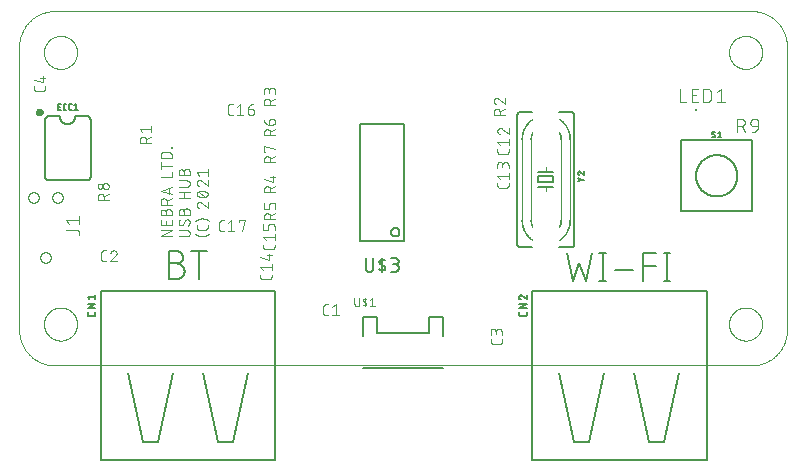
<source format=gto>
G04 EAGLE Gerber RS-274X export*
G75*
%MOMM*%
%FSLAX34Y34*%
%LPD*%
%INTop silk*%
%IPPOS*%
%AMOC8*
5,1,8,0,0,1.08239X$1,22.5*%
G01*
%ADD10C,0.076200*%
%ADD11C,0.203200*%
%ADD12C,0.000000*%
%ADD13C,0.127000*%
%ADD14C,0.005078*%
%ADD15C,0.152400*%
%ADD16C,0.050800*%
%ADD17C,0.101600*%
%ADD18R,0.250000X0.250000*%

G36*
X18170Y211205D02*
X18170Y211205D01*
X18172Y211207D01*
X18173Y211206D01*
X18844Y211441D01*
X18845Y211442D01*
X18846Y211442D01*
X19448Y211820D01*
X19449Y211822D01*
X19451Y211822D01*
X19953Y212324D01*
X19953Y212326D01*
X19955Y212327D01*
X20333Y212929D01*
X20333Y212930D01*
X20334Y212931D01*
X20569Y213602D01*
X20569Y213604D01*
X20570Y213605D01*
X20649Y214311D01*
X20649Y214312D01*
X20648Y214313D01*
X20649Y214314D01*
X20570Y215020D01*
X20568Y215022D01*
X20569Y215023D01*
X20334Y215694D01*
X20333Y215695D01*
X20333Y215696D01*
X19955Y216298D01*
X19953Y216299D01*
X19953Y216301D01*
X19451Y216803D01*
X19449Y216803D01*
X19448Y216805D01*
X18846Y217183D01*
X18845Y217183D01*
X18844Y217184D01*
X18173Y217419D01*
X18171Y217419D01*
X18170Y217420D01*
X17464Y217499D01*
X17462Y217498D01*
X17461Y217499D01*
X16755Y217420D01*
X16753Y217418D01*
X16752Y217419D01*
X16081Y217184D01*
X16080Y217183D01*
X16079Y217183D01*
X15477Y216805D01*
X15476Y216803D01*
X15474Y216803D01*
X14972Y216301D01*
X14972Y216299D01*
X14970Y216298D01*
X14592Y215696D01*
X14592Y215695D01*
X14591Y215694D01*
X14356Y215023D01*
X14357Y215021D01*
X14355Y215020D01*
X14276Y214314D01*
X14277Y214312D01*
X14276Y214311D01*
X14355Y213605D01*
X14357Y213603D01*
X14356Y213602D01*
X14591Y212931D01*
X14592Y212930D01*
X14592Y212929D01*
X14970Y212327D01*
X14972Y212326D01*
X14972Y212324D01*
X15474Y211822D01*
X15476Y211822D01*
X15477Y211820D01*
X16079Y211442D01*
X16080Y211442D01*
X16081Y211441D01*
X16752Y211206D01*
X16754Y211207D01*
X16755Y211205D01*
X17461Y211126D01*
X17463Y211127D01*
X17464Y211126D01*
X18170Y211205D01*
G37*
D10*
X129159Y109321D02*
X119761Y109321D01*
X129159Y114542D01*
X119761Y114542D01*
X129159Y119092D02*
X129159Y123268D01*
X129159Y119092D02*
X119761Y119092D01*
X119761Y123268D01*
X123938Y122224D02*
X123938Y119092D01*
X123938Y127130D02*
X123938Y129741D01*
X123937Y129741D02*
X123939Y129842D01*
X123945Y129943D01*
X123955Y130044D01*
X123968Y130144D01*
X123986Y130244D01*
X124007Y130343D01*
X124033Y130441D01*
X124062Y130538D01*
X124094Y130634D01*
X124131Y130728D01*
X124171Y130821D01*
X124215Y130913D01*
X124262Y131002D01*
X124313Y131090D01*
X124367Y131176D01*
X124424Y131259D01*
X124484Y131341D01*
X124548Y131419D01*
X124614Y131496D01*
X124684Y131569D01*
X124756Y131640D01*
X124831Y131708D01*
X124909Y131773D01*
X124989Y131835D01*
X125071Y131894D01*
X125156Y131950D01*
X125243Y132002D01*
X125331Y132051D01*
X125422Y132097D01*
X125514Y132138D01*
X125608Y132177D01*
X125703Y132211D01*
X125799Y132242D01*
X125897Y132269D01*
X125995Y132293D01*
X126095Y132312D01*
X126195Y132328D01*
X126295Y132340D01*
X126396Y132348D01*
X126497Y132352D01*
X126599Y132352D01*
X126700Y132348D01*
X126801Y132340D01*
X126901Y132328D01*
X127001Y132312D01*
X127101Y132293D01*
X127199Y132269D01*
X127297Y132242D01*
X127393Y132211D01*
X127488Y132177D01*
X127582Y132138D01*
X127674Y132097D01*
X127765Y132051D01*
X127854Y132002D01*
X127940Y131950D01*
X128025Y131894D01*
X128107Y131835D01*
X128187Y131773D01*
X128265Y131708D01*
X128340Y131640D01*
X128412Y131569D01*
X128482Y131496D01*
X128548Y131419D01*
X128612Y131341D01*
X128672Y131259D01*
X128729Y131176D01*
X128783Y131090D01*
X128834Y131002D01*
X128881Y130913D01*
X128925Y130821D01*
X128965Y130728D01*
X129002Y130634D01*
X129034Y130538D01*
X129063Y130441D01*
X129089Y130343D01*
X129110Y130244D01*
X129128Y130144D01*
X129141Y130044D01*
X129151Y129943D01*
X129157Y129842D01*
X129159Y129741D01*
X129159Y127130D01*
X119761Y127130D01*
X119761Y129741D01*
X119763Y129831D01*
X119769Y129920D01*
X119778Y130010D01*
X119792Y130099D01*
X119809Y130187D01*
X119830Y130274D01*
X119855Y130361D01*
X119884Y130446D01*
X119916Y130530D01*
X119951Y130612D01*
X119991Y130693D01*
X120033Y130772D01*
X120079Y130849D01*
X120129Y130924D01*
X120181Y130997D01*
X120237Y131068D01*
X120295Y131136D01*
X120357Y131201D01*
X120421Y131264D01*
X120488Y131324D01*
X120557Y131381D01*
X120629Y131435D01*
X120703Y131486D01*
X120779Y131534D01*
X120857Y131578D01*
X120937Y131619D01*
X121019Y131657D01*
X121102Y131691D01*
X121187Y131721D01*
X121273Y131748D01*
X121359Y131771D01*
X121447Y131790D01*
X121536Y131805D01*
X121625Y131817D01*
X121714Y131825D01*
X121804Y131829D01*
X121894Y131829D01*
X121984Y131825D01*
X122073Y131817D01*
X122162Y131805D01*
X122251Y131790D01*
X122339Y131771D01*
X122425Y131748D01*
X122511Y131721D01*
X122596Y131691D01*
X122679Y131657D01*
X122761Y131619D01*
X122841Y131578D01*
X122919Y131534D01*
X122995Y131486D01*
X123069Y131435D01*
X123141Y131381D01*
X123210Y131324D01*
X123277Y131264D01*
X123341Y131201D01*
X123403Y131136D01*
X123461Y131068D01*
X123517Y130997D01*
X123569Y130924D01*
X123619Y130849D01*
X123665Y130772D01*
X123707Y130693D01*
X123747Y130612D01*
X123782Y130530D01*
X123814Y130446D01*
X123843Y130361D01*
X123868Y130274D01*
X123889Y130187D01*
X123906Y130099D01*
X123920Y130010D01*
X123929Y129920D01*
X123935Y129831D01*
X123937Y129741D01*
X119761Y136200D02*
X129159Y136200D01*
X119761Y136200D02*
X119761Y138810D01*
X119763Y138911D01*
X119769Y139012D01*
X119779Y139113D01*
X119792Y139213D01*
X119810Y139313D01*
X119831Y139412D01*
X119857Y139510D01*
X119886Y139607D01*
X119918Y139703D01*
X119955Y139797D01*
X119995Y139890D01*
X120039Y139982D01*
X120086Y140071D01*
X120137Y140159D01*
X120191Y140245D01*
X120248Y140328D01*
X120308Y140410D01*
X120372Y140488D01*
X120438Y140565D01*
X120508Y140638D01*
X120580Y140709D01*
X120655Y140777D01*
X120733Y140842D01*
X120813Y140904D01*
X120895Y140963D01*
X120980Y141019D01*
X121067Y141071D01*
X121155Y141120D01*
X121246Y141166D01*
X121338Y141207D01*
X121432Y141246D01*
X121527Y141280D01*
X121623Y141311D01*
X121721Y141338D01*
X121819Y141362D01*
X121919Y141381D01*
X122019Y141397D01*
X122119Y141409D01*
X122220Y141417D01*
X122321Y141421D01*
X122423Y141421D01*
X122524Y141417D01*
X122625Y141409D01*
X122725Y141397D01*
X122825Y141381D01*
X122925Y141362D01*
X123023Y141338D01*
X123121Y141311D01*
X123217Y141280D01*
X123312Y141246D01*
X123406Y141207D01*
X123498Y141166D01*
X123589Y141120D01*
X123678Y141071D01*
X123764Y141019D01*
X123849Y140963D01*
X123931Y140904D01*
X124011Y140842D01*
X124089Y140777D01*
X124164Y140709D01*
X124236Y140638D01*
X124306Y140565D01*
X124372Y140488D01*
X124436Y140410D01*
X124496Y140328D01*
X124553Y140245D01*
X124607Y140159D01*
X124658Y140071D01*
X124705Y139982D01*
X124749Y139890D01*
X124789Y139797D01*
X124826Y139703D01*
X124858Y139607D01*
X124887Y139510D01*
X124913Y139412D01*
X124934Y139313D01*
X124952Y139213D01*
X124965Y139113D01*
X124975Y139012D01*
X124981Y138911D01*
X124983Y138810D01*
X124982Y138810D02*
X124982Y136200D01*
X124982Y139333D02*
X129159Y141421D01*
X129159Y144765D02*
X119761Y147897D01*
X129159Y151030D01*
X126810Y150247D02*
X126810Y145548D01*
X129159Y159630D02*
X119761Y159630D01*
X129159Y159630D02*
X129159Y163807D01*
X129159Y169233D02*
X119761Y169233D01*
X119761Y166623D02*
X119761Y171844D01*
X119761Y175462D02*
X129159Y175462D01*
X119761Y175462D02*
X119761Y178072D01*
X119763Y178172D01*
X119769Y178272D01*
X119778Y178371D01*
X119792Y178471D01*
X119809Y178569D01*
X119830Y178667D01*
X119854Y178764D01*
X119883Y178860D01*
X119915Y178955D01*
X119950Y179048D01*
X119989Y179140D01*
X120032Y179231D01*
X120078Y179319D01*
X120128Y179406D01*
X120180Y179491D01*
X120236Y179574D01*
X120295Y179655D01*
X120358Y179733D01*
X120423Y179809D01*
X120491Y179883D01*
X120561Y179953D01*
X120635Y180021D01*
X120711Y180086D01*
X120789Y180149D01*
X120870Y180208D01*
X120953Y180264D01*
X121038Y180316D01*
X121125Y180366D01*
X121213Y180412D01*
X121304Y180455D01*
X121396Y180494D01*
X121489Y180529D01*
X121584Y180561D01*
X121680Y180590D01*
X121777Y180614D01*
X121875Y180635D01*
X121973Y180652D01*
X122073Y180666D01*
X122172Y180675D01*
X122272Y180681D01*
X122372Y180683D01*
X126548Y180683D01*
X126648Y180681D01*
X126748Y180675D01*
X126847Y180666D01*
X126947Y180652D01*
X127045Y180635D01*
X127143Y180614D01*
X127240Y180590D01*
X127336Y180561D01*
X127431Y180529D01*
X127524Y180494D01*
X127616Y180455D01*
X127707Y180412D01*
X127795Y180366D01*
X127882Y180316D01*
X127967Y180264D01*
X128050Y180208D01*
X128131Y180149D01*
X128209Y180086D01*
X128285Y180021D01*
X128359Y179953D01*
X128429Y179883D01*
X128497Y179809D01*
X128562Y179733D01*
X128625Y179655D01*
X128684Y179574D01*
X128740Y179491D01*
X128792Y179406D01*
X128842Y179319D01*
X128888Y179231D01*
X128931Y179140D01*
X128970Y179048D01*
X129005Y178955D01*
X129037Y178860D01*
X129066Y178764D01*
X129090Y178667D01*
X129111Y178569D01*
X129128Y178471D01*
X129142Y178371D01*
X129151Y178272D01*
X129157Y178172D01*
X129159Y178072D01*
X129159Y175462D01*
X129159Y184517D02*
X128637Y184517D01*
X128637Y185039D01*
X129159Y185039D01*
X129159Y184517D01*
X135001Y109321D02*
X141788Y109321D01*
X141788Y109320D02*
X141889Y109322D01*
X141990Y109328D01*
X142091Y109338D01*
X142191Y109351D01*
X142291Y109369D01*
X142390Y109390D01*
X142488Y109416D01*
X142585Y109445D01*
X142681Y109477D01*
X142775Y109514D01*
X142868Y109554D01*
X142960Y109598D01*
X143049Y109645D01*
X143137Y109696D01*
X143223Y109750D01*
X143306Y109807D01*
X143388Y109867D01*
X143466Y109931D01*
X143543Y109997D01*
X143616Y110067D01*
X143687Y110139D01*
X143755Y110214D01*
X143820Y110292D01*
X143882Y110372D01*
X143941Y110454D01*
X143997Y110539D01*
X144049Y110625D01*
X144098Y110714D01*
X144144Y110805D01*
X144185Y110897D01*
X144224Y110991D01*
X144258Y111086D01*
X144289Y111182D01*
X144316Y111280D01*
X144340Y111378D01*
X144359Y111478D01*
X144375Y111578D01*
X144387Y111678D01*
X144395Y111779D01*
X144399Y111880D01*
X144399Y111982D01*
X144395Y112083D01*
X144387Y112184D01*
X144375Y112284D01*
X144359Y112384D01*
X144340Y112484D01*
X144316Y112582D01*
X144289Y112680D01*
X144258Y112776D01*
X144224Y112871D01*
X144185Y112965D01*
X144144Y113057D01*
X144098Y113148D01*
X144049Y113236D01*
X143997Y113323D01*
X143941Y113408D01*
X143882Y113490D01*
X143820Y113570D01*
X143755Y113648D01*
X143687Y113723D01*
X143616Y113795D01*
X143543Y113865D01*
X143466Y113931D01*
X143388Y113995D01*
X143306Y114055D01*
X143223Y114112D01*
X143137Y114166D01*
X143049Y114217D01*
X142960Y114264D01*
X142868Y114308D01*
X142775Y114348D01*
X142681Y114385D01*
X142585Y114417D01*
X142488Y114446D01*
X142390Y114472D01*
X142291Y114493D01*
X142191Y114511D01*
X142091Y114524D01*
X141990Y114534D01*
X141889Y114540D01*
X141788Y114542D01*
X135001Y114542D01*
X142311Y123685D02*
X142400Y123683D01*
X142488Y123677D01*
X142576Y123668D01*
X142664Y123655D01*
X142751Y123638D01*
X142837Y123618D01*
X142922Y123593D01*
X143007Y123566D01*
X143090Y123534D01*
X143171Y123500D01*
X143251Y123461D01*
X143329Y123420D01*
X143406Y123375D01*
X143480Y123327D01*
X143553Y123276D01*
X143623Y123222D01*
X143690Y123164D01*
X143756Y123104D01*
X143818Y123042D01*
X143878Y122976D01*
X143936Y122909D01*
X143990Y122839D01*
X144041Y122766D01*
X144089Y122692D01*
X144134Y122615D01*
X144175Y122537D01*
X144214Y122457D01*
X144248Y122376D01*
X144280Y122293D01*
X144307Y122208D01*
X144332Y122123D01*
X144352Y122037D01*
X144369Y121950D01*
X144382Y121862D01*
X144391Y121774D01*
X144397Y121686D01*
X144399Y121597D01*
X144397Y121468D01*
X144391Y121339D01*
X144382Y121210D01*
X144369Y121082D01*
X144352Y120954D01*
X144331Y120827D01*
X144307Y120700D01*
X144279Y120574D01*
X144247Y120449D01*
X144212Y120325D01*
X144173Y120202D01*
X144130Y120080D01*
X144084Y119960D01*
X144034Y119841D01*
X143981Y119723D01*
X143925Y119607D01*
X143865Y119493D01*
X143802Y119380D01*
X143735Y119270D01*
X143666Y119161D01*
X143593Y119055D01*
X143517Y118950D01*
X143438Y118848D01*
X143356Y118749D01*
X143272Y118651D01*
X143184Y118556D01*
X143094Y118464D01*
X137089Y118726D02*
X137000Y118728D01*
X136912Y118734D01*
X136824Y118743D01*
X136736Y118756D01*
X136649Y118773D01*
X136563Y118793D01*
X136478Y118818D01*
X136393Y118845D01*
X136310Y118877D01*
X136229Y118911D01*
X136149Y118950D01*
X136071Y118991D01*
X135994Y119036D01*
X135920Y119084D01*
X135847Y119135D01*
X135777Y119189D01*
X135710Y119247D01*
X135644Y119307D01*
X135582Y119369D01*
X135522Y119435D01*
X135464Y119502D01*
X135410Y119572D01*
X135359Y119645D01*
X135311Y119719D01*
X135266Y119796D01*
X135225Y119874D01*
X135186Y119954D01*
X135152Y120035D01*
X135120Y120118D01*
X135093Y120203D01*
X135068Y120288D01*
X135048Y120374D01*
X135031Y120461D01*
X135018Y120549D01*
X135009Y120637D01*
X135003Y120725D01*
X135001Y120814D01*
X135003Y120934D01*
X135008Y121054D01*
X135018Y121173D01*
X135030Y121293D01*
X135047Y121412D01*
X135067Y121530D01*
X135091Y121648D01*
X135118Y121764D01*
X135149Y121880D01*
X135183Y121995D01*
X135221Y122109D01*
X135263Y122222D01*
X135308Y122333D01*
X135356Y122443D01*
X135407Y122551D01*
X135462Y122658D01*
X135520Y122763D01*
X135582Y122866D01*
X135646Y122967D01*
X135714Y123067D01*
X135784Y123164D01*
X138916Y119770D02*
X138868Y119692D01*
X138816Y119616D01*
X138762Y119543D01*
X138704Y119472D01*
X138643Y119403D01*
X138579Y119337D01*
X138512Y119274D01*
X138443Y119214D01*
X138371Y119157D01*
X138297Y119103D01*
X138220Y119053D01*
X138141Y119005D01*
X138061Y118962D01*
X137978Y118921D01*
X137894Y118885D01*
X137809Y118852D01*
X137722Y118823D01*
X137633Y118797D01*
X137544Y118775D01*
X137454Y118758D01*
X137364Y118744D01*
X137272Y118734D01*
X137181Y118728D01*
X137089Y118726D01*
X140484Y122642D02*
X140532Y122720D01*
X140584Y122796D01*
X140638Y122869D01*
X140696Y122940D01*
X140757Y123009D01*
X140821Y123075D01*
X140888Y123138D01*
X140957Y123198D01*
X141029Y123255D01*
X141103Y123309D01*
X141180Y123359D01*
X141259Y123407D01*
X141339Y123450D01*
X141422Y123491D01*
X141506Y123527D01*
X141591Y123560D01*
X141678Y123589D01*
X141767Y123615D01*
X141856Y123637D01*
X141946Y123654D01*
X142036Y123668D01*
X142128Y123678D01*
X142219Y123684D01*
X142311Y123686D01*
X140483Y122641D02*
X138917Y119770D01*
X139178Y127740D02*
X139178Y130350D01*
X139177Y130350D02*
X139179Y130451D01*
X139185Y130552D01*
X139195Y130653D01*
X139208Y130753D01*
X139226Y130853D01*
X139247Y130952D01*
X139273Y131050D01*
X139302Y131147D01*
X139334Y131243D01*
X139371Y131337D01*
X139411Y131430D01*
X139455Y131522D01*
X139502Y131611D01*
X139553Y131699D01*
X139607Y131785D01*
X139664Y131868D01*
X139724Y131950D01*
X139788Y132028D01*
X139854Y132105D01*
X139924Y132178D01*
X139996Y132249D01*
X140071Y132317D01*
X140149Y132382D01*
X140229Y132444D01*
X140311Y132503D01*
X140396Y132559D01*
X140483Y132611D01*
X140571Y132660D01*
X140662Y132706D01*
X140754Y132747D01*
X140848Y132786D01*
X140943Y132820D01*
X141039Y132851D01*
X141137Y132878D01*
X141235Y132902D01*
X141335Y132921D01*
X141435Y132937D01*
X141535Y132949D01*
X141636Y132957D01*
X141737Y132961D01*
X141839Y132961D01*
X141940Y132957D01*
X142041Y132949D01*
X142141Y132937D01*
X142241Y132921D01*
X142341Y132902D01*
X142439Y132878D01*
X142537Y132851D01*
X142633Y132820D01*
X142728Y132786D01*
X142822Y132747D01*
X142914Y132706D01*
X143005Y132660D01*
X143094Y132611D01*
X143180Y132559D01*
X143265Y132503D01*
X143347Y132444D01*
X143427Y132382D01*
X143505Y132317D01*
X143580Y132249D01*
X143652Y132178D01*
X143722Y132105D01*
X143788Y132028D01*
X143852Y131950D01*
X143912Y131868D01*
X143969Y131785D01*
X144023Y131699D01*
X144074Y131611D01*
X144121Y131522D01*
X144165Y131430D01*
X144205Y131337D01*
X144242Y131243D01*
X144274Y131147D01*
X144303Y131050D01*
X144329Y130952D01*
X144350Y130853D01*
X144368Y130753D01*
X144381Y130653D01*
X144391Y130552D01*
X144397Y130451D01*
X144399Y130350D01*
X144399Y127740D01*
X135001Y127740D01*
X135001Y130350D01*
X135003Y130440D01*
X135009Y130529D01*
X135018Y130619D01*
X135032Y130708D01*
X135049Y130796D01*
X135070Y130883D01*
X135095Y130970D01*
X135124Y131055D01*
X135156Y131139D01*
X135191Y131221D01*
X135231Y131302D01*
X135273Y131381D01*
X135319Y131458D01*
X135369Y131533D01*
X135421Y131606D01*
X135477Y131677D01*
X135535Y131745D01*
X135597Y131810D01*
X135661Y131873D01*
X135728Y131933D01*
X135797Y131990D01*
X135869Y132044D01*
X135943Y132095D01*
X136019Y132143D01*
X136097Y132187D01*
X136177Y132228D01*
X136259Y132266D01*
X136342Y132300D01*
X136427Y132330D01*
X136513Y132357D01*
X136599Y132380D01*
X136687Y132399D01*
X136776Y132414D01*
X136865Y132426D01*
X136954Y132434D01*
X137044Y132438D01*
X137134Y132438D01*
X137224Y132434D01*
X137313Y132426D01*
X137402Y132414D01*
X137491Y132399D01*
X137579Y132380D01*
X137665Y132357D01*
X137751Y132330D01*
X137836Y132300D01*
X137919Y132266D01*
X138001Y132228D01*
X138081Y132187D01*
X138159Y132143D01*
X138235Y132095D01*
X138309Y132044D01*
X138381Y131990D01*
X138450Y131933D01*
X138517Y131873D01*
X138581Y131810D01*
X138643Y131745D01*
X138701Y131677D01*
X138757Y131606D01*
X138809Y131533D01*
X138859Y131458D01*
X138905Y131381D01*
X138947Y131302D01*
X138987Y131221D01*
X139022Y131139D01*
X139054Y131055D01*
X139083Y130970D01*
X139108Y130883D01*
X139129Y130796D01*
X139146Y130708D01*
X139160Y130619D01*
X139169Y130529D01*
X139175Y130440D01*
X139177Y130350D01*
X135001Y141629D02*
X144399Y141629D01*
X139178Y141629D02*
X139178Y146850D01*
X135001Y146850D02*
X144399Y146850D01*
X141788Y151383D02*
X135001Y151383D01*
X141788Y151382D02*
X141889Y151384D01*
X141990Y151390D01*
X142091Y151400D01*
X142191Y151413D01*
X142291Y151431D01*
X142390Y151452D01*
X142488Y151478D01*
X142585Y151507D01*
X142681Y151539D01*
X142775Y151576D01*
X142868Y151616D01*
X142960Y151660D01*
X143049Y151707D01*
X143137Y151758D01*
X143223Y151812D01*
X143306Y151869D01*
X143388Y151929D01*
X143466Y151993D01*
X143543Y152059D01*
X143616Y152129D01*
X143687Y152201D01*
X143755Y152276D01*
X143820Y152354D01*
X143882Y152434D01*
X143941Y152516D01*
X143997Y152601D01*
X144049Y152687D01*
X144098Y152776D01*
X144144Y152867D01*
X144185Y152959D01*
X144224Y153053D01*
X144258Y153148D01*
X144289Y153244D01*
X144316Y153342D01*
X144340Y153440D01*
X144359Y153540D01*
X144375Y153640D01*
X144387Y153740D01*
X144395Y153841D01*
X144399Y153942D01*
X144399Y154044D01*
X144395Y154145D01*
X144387Y154246D01*
X144375Y154346D01*
X144359Y154446D01*
X144340Y154546D01*
X144316Y154644D01*
X144289Y154742D01*
X144258Y154838D01*
X144224Y154933D01*
X144185Y155027D01*
X144144Y155119D01*
X144098Y155210D01*
X144049Y155298D01*
X143997Y155385D01*
X143941Y155470D01*
X143882Y155552D01*
X143820Y155632D01*
X143755Y155710D01*
X143687Y155785D01*
X143616Y155857D01*
X143543Y155927D01*
X143466Y155993D01*
X143388Y156057D01*
X143306Y156117D01*
X143223Y156174D01*
X143137Y156228D01*
X143049Y156279D01*
X142960Y156326D01*
X142868Y156370D01*
X142775Y156410D01*
X142681Y156447D01*
X142585Y156479D01*
X142488Y156508D01*
X142390Y156534D01*
X142291Y156555D01*
X142191Y156573D01*
X142091Y156586D01*
X141990Y156596D01*
X141889Y156602D01*
X141788Y156604D01*
X135001Y156604D01*
X139178Y161268D02*
X139178Y163878D01*
X139177Y163878D02*
X139179Y163979D01*
X139185Y164080D01*
X139195Y164181D01*
X139208Y164281D01*
X139226Y164381D01*
X139247Y164480D01*
X139273Y164578D01*
X139302Y164675D01*
X139334Y164771D01*
X139371Y164865D01*
X139411Y164958D01*
X139455Y165050D01*
X139502Y165139D01*
X139553Y165227D01*
X139607Y165313D01*
X139664Y165396D01*
X139724Y165478D01*
X139788Y165556D01*
X139854Y165633D01*
X139924Y165706D01*
X139996Y165777D01*
X140071Y165845D01*
X140149Y165910D01*
X140229Y165972D01*
X140311Y166031D01*
X140396Y166087D01*
X140483Y166139D01*
X140571Y166188D01*
X140662Y166234D01*
X140754Y166275D01*
X140848Y166314D01*
X140943Y166348D01*
X141039Y166379D01*
X141137Y166406D01*
X141235Y166430D01*
X141335Y166449D01*
X141435Y166465D01*
X141535Y166477D01*
X141636Y166485D01*
X141737Y166489D01*
X141839Y166489D01*
X141940Y166485D01*
X142041Y166477D01*
X142141Y166465D01*
X142241Y166449D01*
X142341Y166430D01*
X142439Y166406D01*
X142537Y166379D01*
X142633Y166348D01*
X142728Y166314D01*
X142822Y166275D01*
X142914Y166234D01*
X143005Y166188D01*
X143094Y166139D01*
X143180Y166087D01*
X143265Y166031D01*
X143347Y165972D01*
X143427Y165910D01*
X143505Y165845D01*
X143580Y165777D01*
X143652Y165706D01*
X143722Y165633D01*
X143788Y165556D01*
X143852Y165478D01*
X143912Y165396D01*
X143969Y165313D01*
X144023Y165227D01*
X144074Y165139D01*
X144121Y165050D01*
X144165Y164958D01*
X144205Y164865D01*
X144242Y164771D01*
X144274Y164675D01*
X144303Y164578D01*
X144329Y164480D01*
X144350Y164381D01*
X144368Y164281D01*
X144381Y164181D01*
X144391Y164080D01*
X144397Y163979D01*
X144399Y163878D01*
X144399Y161268D01*
X135001Y161268D01*
X135001Y163878D01*
X135003Y163968D01*
X135009Y164057D01*
X135018Y164147D01*
X135032Y164236D01*
X135049Y164324D01*
X135070Y164411D01*
X135095Y164498D01*
X135124Y164583D01*
X135156Y164667D01*
X135191Y164749D01*
X135231Y164830D01*
X135273Y164909D01*
X135319Y164986D01*
X135369Y165061D01*
X135421Y165134D01*
X135477Y165205D01*
X135535Y165273D01*
X135597Y165338D01*
X135661Y165401D01*
X135728Y165461D01*
X135797Y165518D01*
X135869Y165572D01*
X135943Y165623D01*
X136019Y165671D01*
X136097Y165715D01*
X136177Y165756D01*
X136259Y165794D01*
X136342Y165828D01*
X136427Y165858D01*
X136513Y165885D01*
X136599Y165908D01*
X136687Y165927D01*
X136776Y165942D01*
X136865Y165954D01*
X136954Y165962D01*
X137044Y165966D01*
X137134Y165966D01*
X137224Y165962D01*
X137313Y165954D01*
X137402Y165942D01*
X137491Y165927D01*
X137579Y165908D01*
X137665Y165885D01*
X137751Y165858D01*
X137836Y165828D01*
X137919Y165794D01*
X138001Y165756D01*
X138081Y165715D01*
X138159Y165671D01*
X138235Y165623D01*
X138309Y165572D01*
X138381Y165518D01*
X138450Y165461D01*
X138517Y165401D01*
X138581Y165338D01*
X138643Y165273D01*
X138701Y165205D01*
X138757Y165134D01*
X138809Y165061D01*
X138859Y164986D01*
X138905Y164909D01*
X138947Y164830D01*
X138987Y164749D01*
X139022Y164667D01*
X139054Y164583D01*
X139083Y164498D01*
X139108Y164411D01*
X139129Y164324D01*
X139146Y164236D01*
X139160Y164147D01*
X139169Y164057D01*
X139175Y163968D01*
X139177Y163878D01*
X149197Y111409D02*
X149363Y111273D01*
X149533Y111141D01*
X149706Y111013D01*
X149882Y110889D01*
X150061Y110770D01*
X150242Y110655D01*
X150426Y110544D01*
X150613Y110438D01*
X150803Y110336D01*
X150995Y110239D01*
X151189Y110146D01*
X151385Y110058D01*
X151583Y109975D01*
X151784Y109897D01*
X151986Y109823D01*
X152190Y109755D01*
X152395Y109691D01*
X152602Y109632D01*
X152810Y109578D01*
X153020Y109530D01*
X153230Y109486D01*
X153442Y109447D01*
X153654Y109414D01*
X153867Y109386D01*
X154081Y109362D01*
X154295Y109344D01*
X154510Y109331D01*
X154725Y109324D01*
X154940Y109321D01*
X155155Y109324D01*
X155370Y109331D01*
X155585Y109344D01*
X155799Y109362D01*
X156013Y109386D01*
X156226Y109414D01*
X156438Y109447D01*
X156650Y109486D01*
X156860Y109530D01*
X157070Y109578D01*
X157278Y109632D01*
X157485Y109691D01*
X157690Y109755D01*
X157894Y109823D01*
X158096Y109897D01*
X158297Y109975D01*
X158495Y110058D01*
X158691Y110146D01*
X158885Y110239D01*
X159077Y110336D01*
X159267Y110438D01*
X159454Y110544D01*
X159638Y110655D01*
X159820Y110770D01*
X159998Y110889D01*
X160174Y111013D01*
X160347Y111141D01*
X160517Y111273D01*
X160683Y111409D01*
X159639Y117109D02*
X159639Y119198D01*
X159639Y117109D02*
X159637Y117020D01*
X159631Y116932D01*
X159622Y116844D01*
X159609Y116756D01*
X159592Y116669D01*
X159572Y116583D01*
X159547Y116498D01*
X159520Y116413D01*
X159488Y116330D01*
X159454Y116249D01*
X159415Y116169D01*
X159374Y116091D01*
X159329Y116014D01*
X159281Y115940D01*
X159230Y115867D01*
X159176Y115797D01*
X159118Y115730D01*
X159058Y115664D01*
X158996Y115602D01*
X158930Y115542D01*
X158863Y115484D01*
X158793Y115430D01*
X158720Y115379D01*
X158646Y115331D01*
X158569Y115286D01*
X158491Y115245D01*
X158411Y115206D01*
X158330Y115172D01*
X158247Y115140D01*
X158162Y115113D01*
X158077Y115088D01*
X157991Y115068D01*
X157904Y115051D01*
X157816Y115038D01*
X157728Y115029D01*
X157640Y115023D01*
X157551Y115021D01*
X152329Y115021D01*
X152329Y115020D02*
X152238Y115022D01*
X152147Y115028D01*
X152056Y115038D01*
X151966Y115052D01*
X151877Y115070D01*
X151788Y115091D01*
X151701Y115117D01*
X151615Y115146D01*
X151530Y115179D01*
X151446Y115216D01*
X151364Y115256D01*
X151285Y115300D01*
X151207Y115347D01*
X151131Y115398D01*
X151057Y115452D01*
X150986Y115509D01*
X150918Y115569D01*
X150852Y115632D01*
X150789Y115698D01*
X150729Y115766D01*
X150672Y115837D01*
X150618Y115911D01*
X150567Y115987D01*
X150520Y116064D01*
X150476Y116144D01*
X150436Y116226D01*
X150399Y116310D01*
X150366Y116394D01*
X150337Y116481D01*
X150311Y116568D01*
X150290Y116657D01*
X150272Y116746D01*
X150258Y116836D01*
X150248Y116927D01*
X150242Y117018D01*
X150240Y117109D01*
X150241Y117109D02*
X150241Y119198D01*
X154940Y124469D02*
X155155Y124466D01*
X155370Y124459D01*
X155585Y124446D01*
X155799Y124428D01*
X156013Y124404D01*
X156226Y124376D01*
X156438Y124343D01*
X156650Y124304D01*
X156860Y124260D01*
X157070Y124212D01*
X157278Y124158D01*
X157485Y124099D01*
X157690Y124035D01*
X157894Y123967D01*
X158096Y123893D01*
X158297Y123815D01*
X158495Y123732D01*
X158691Y123644D01*
X158885Y123551D01*
X159077Y123454D01*
X159267Y123352D01*
X159454Y123246D01*
X159638Y123135D01*
X159820Y123020D01*
X159998Y122901D01*
X160174Y122777D01*
X160347Y122649D01*
X160517Y122517D01*
X160683Y122381D01*
X154940Y124469D02*
X154725Y124466D01*
X154510Y124459D01*
X154295Y124446D01*
X154081Y124428D01*
X153867Y124404D01*
X153654Y124376D01*
X153442Y124343D01*
X153230Y124304D01*
X153020Y124260D01*
X152810Y124212D01*
X152602Y124158D01*
X152395Y124099D01*
X152190Y124035D01*
X151986Y123967D01*
X151784Y123893D01*
X151583Y123815D01*
X151385Y123732D01*
X151189Y123644D01*
X150995Y123551D01*
X150803Y123454D01*
X150613Y123352D01*
X150426Y123246D01*
X150242Y123135D01*
X150061Y123020D01*
X149882Y122901D01*
X149706Y122777D01*
X149533Y122649D01*
X149363Y122517D01*
X149197Y122381D01*
X150241Y136206D02*
X150243Y136301D01*
X150249Y136395D01*
X150258Y136489D01*
X150271Y136583D01*
X150288Y136676D01*
X150309Y136768D01*
X150334Y136860D01*
X150362Y136950D01*
X150394Y137039D01*
X150429Y137127D01*
X150468Y137213D01*
X150510Y137298D01*
X150556Y137381D01*
X150605Y137462D01*
X150657Y137541D01*
X150712Y137618D01*
X150771Y137692D01*
X150832Y137764D01*
X150896Y137834D01*
X150963Y137901D01*
X151033Y137965D01*
X151105Y138026D01*
X151179Y138085D01*
X151256Y138140D01*
X151335Y138192D01*
X151416Y138241D01*
X151499Y138287D01*
X151584Y138329D01*
X151670Y138368D01*
X151758Y138403D01*
X151847Y138435D01*
X151937Y138463D01*
X152029Y138488D01*
X152121Y138509D01*
X152214Y138526D01*
X152308Y138539D01*
X152402Y138548D01*
X152496Y138554D01*
X152591Y138556D01*
X150241Y136206D02*
X150243Y136098D01*
X150249Y135989D01*
X150259Y135881D01*
X150272Y135774D01*
X150290Y135667D01*
X150311Y135560D01*
X150336Y135455D01*
X150365Y135350D01*
X150397Y135247D01*
X150434Y135145D01*
X150474Y135044D01*
X150517Y134945D01*
X150564Y134847D01*
X150615Y134751D01*
X150669Y134657D01*
X150726Y134565D01*
X150787Y134475D01*
X150851Y134387D01*
X150917Y134302D01*
X150987Y134219D01*
X151060Y134139D01*
X151136Y134061D01*
X151214Y133986D01*
X151295Y133914D01*
X151379Y133845D01*
X151465Y133779D01*
X151553Y133716D01*
X151644Y133657D01*
X151736Y133600D01*
X151831Y133547D01*
X151928Y133498D01*
X152026Y133452D01*
X152125Y133409D01*
X152227Y133370D01*
X152329Y133335D01*
X154419Y137773D02*
X154350Y137842D01*
X154279Y137908D01*
X154206Y137972D01*
X154130Y138033D01*
X154051Y138091D01*
X153971Y138145D01*
X153888Y138197D01*
X153804Y138245D01*
X153718Y138291D01*
X153630Y138332D01*
X153540Y138371D01*
X153449Y138406D01*
X153357Y138437D01*
X153264Y138465D01*
X153170Y138489D01*
X153075Y138509D01*
X152979Y138526D01*
X152882Y138539D01*
X152785Y138548D01*
X152688Y138554D01*
X152591Y138556D01*
X154418Y137772D02*
X159639Y133334D01*
X159639Y138555D01*
X154940Y142478D02*
X154755Y142480D01*
X154570Y142487D01*
X154386Y142498D01*
X154202Y142513D01*
X154018Y142533D01*
X153834Y142557D01*
X153652Y142586D01*
X153470Y142619D01*
X153289Y142656D01*
X153109Y142698D01*
X152929Y142744D01*
X152751Y142794D01*
X152575Y142848D01*
X152399Y142907D01*
X152225Y142969D01*
X152053Y143036D01*
X151882Y143107D01*
X151713Y143182D01*
X151546Y143261D01*
X151466Y143291D01*
X151387Y143324D01*
X151310Y143361D01*
X151234Y143401D01*
X151160Y143444D01*
X151088Y143490D01*
X151019Y143540D01*
X150951Y143592D01*
X150886Y143648D01*
X150823Y143706D01*
X150764Y143768D01*
X150706Y143831D01*
X150652Y143898D01*
X150601Y143966D01*
X150553Y144037D01*
X150508Y144110D01*
X150466Y144184D01*
X150428Y144261D01*
X150393Y144339D01*
X150361Y144418D01*
X150333Y144499D01*
X150309Y144581D01*
X150288Y144665D01*
X150271Y144748D01*
X150258Y144833D01*
X150249Y144918D01*
X150243Y145003D01*
X150241Y145089D01*
X150243Y145175D01*
X150249Y145260D01*
X150258Y145345D01*
X150271Y145430D01*
X150288Y145513D01*
X150309Y145597D01*
X150333Y145679D01*
X150361Y145760D01*
X150393Y145839D01*
X150428Y145917D01*
X150466Y145994D01*
X150508Y146068D01*
X150553Y146141D01*
X150601Y146212D01*
X150652Y146280D01*
X150706Y146347D01*
X150764Y146410D01*
X150823Y146472D01*
X150886Y146530D01*
X150951Y146586D01*
X151019Y146638D01*
X151088Y146688D01*
X151160Y146734D01*
X151234Y146777D01*
X151310Y146817D01*
X151387Y146854D01*
X151466Y146887D01*
X151546Y146917D01*
X151713Y146996D01*
X151882Y147071D01*
X152053Y147142D01*
X152225Y147209D01*
X152399Y147271D01*
X152575Y147330D01*
X152751Y147384D01*
X152929Y147434D01*
X153109Y147480D01*
X153289Y147522D01*
X153470Y147559D01*
X153652Y147592D01*
X153834Y147621D01*
X154018Y147645D01*
X154202Y147665D01*
X154386Y147680D01*
X154570Y147691D01*
X154755Y147698D01*
X154940Y147700D01*
X154940Y142478D02*
X155125Y142480D01*
X155310Y142487D01*
X155494Y142498D01*
X155678Y142513D01*
X155862Y142533D01*
X156046Y142557D01*
X156228Y142586D01*
X156410Y142619D01*
X156591Y142656D01*
X156771Y142698D01*
X156951Y142744D01*
X157129Y142794D01*
X157305Y142848D01*
X157481Y142907D01*
X157655Y142969D01*
X157827Y143036D01*
X157998Y143107D01*
X158167Y143182D01*
X158334Y143261D01*
X158414Y143291D01*
X158493Y143324D01*
X158570Y143361D01*
X158646Y143401D01*
X158720Y143444D01*
X158792Y143490D01*
X158861Y143540D01*
X158929Y143593D01*
X158994Y143648D01*
X159057Y143707D01*
X159116Y143768D01*
X159174Y143831D01*
X159228Y143898D01*
X159279Y143966D01*
X159327Y144037D01*
X159372Y144110D01*
X159414Y144184D01*
X159452Y144261D01*
X159487Y144339D01*
X159519Y144418D01*
X159547Y144499D01*
X159571Y144581D01*
X159592Y144665D01*
X159609Y144748D01*
X159622Y144833D01*
X159631Y144918D01*
X159637Y145003D01*
X159639Y145089D01*
X158334Y146917D02*
X158167Y146996D01*
X157998Y147071D01*
X157827Y147142D01*
X157655Y147209D01*
X157481Y147271D01*
X157305Y147330D01*
X157129Y147384D01*
X156951Y147434D01*
X156771Y147480D01*
X156591Y147522D01*
X156410Y147559D01*
X156228Y147592D01*
X156046Y147621D01*
X155862Y147645D01*
X155678Y147665D01*
X155494Y147680D01*
X155310Y147691D01*
X155125Y147698D01*
X154940Y147700D01*
X158334Y146917D02*
X158414Y146887D01*
X158493Y146854D01*
X158570Y146817D01*
X158646Y146777D01*
X158720Y146734D01*
X158792Y146688D01*
X158861Y146638D01*
X158929Y146586D01*
X158994Y146530D01*
X159057Y146472D01*
X159116Y146410D01*
X159174Y146347D01*
X159228Y146280D01*
X159279Y146212D01*
X159327Y146141D01*
X159372Y146068D01*
X159414Y145994D01*
X159452Y145917D01*
X159487Y145839D01*
X159519Y145760D01*
X159547Y145679D01*
X159571Y145597D01*
X159592Y145513D01*
X159609Y145430D01*
X159622Y145345D01*
X159631Y145260D01*
X159637Y145175D01*
X159639Y145089D01*
X157551Y143000D02*
X152329Y147177D01*
X150241Y154494D02*
X150243Y154589D01*
X150249Y154683D01*
X150258Y154777D01*
X150271Y154871D01*
X150288Y154964D01*
X150309Y155056D01*
X150334Y155148D01*
X150362Y155238D01*
X150394Y155327D01*
X150429Y155415D01*
X150468Y155501D01*
X150510Y155586D01*
X150556Y155669D01*
X150605Y155750D01*
X150657Y155829D01*
X150712Y155906D01*
X150771Y155980D01*
X150832Y156052D01*
X150896Y156122D01*
X150963Y156189D01*
X151033Y156253D01*
X151105Y156314D01*
X151179Y156373D01*
X151256Y156428D01*
X151335Y156480D01*
X151416Y156529D01*
X151499Y156575D01*
X151584Y156617D01*
X151670Y156656D01*
X151758Y156691D01*
X151847Y156723D01*
X151937Y156751D01*
X152029Y156776D01*
X152121Y156797D01*
X152214Y156814D01*
X152308Y156827D01*
X152402Y156836D01*
X152496Y156842D01*
X152591Y156844D01*
X150241Y154494D02*
X150243Y154386D01*
X150249Y154277D01*
X150259Y154169D01*
X150272Y154062D01*
X150290Y153955D01*
X150311Y153848D01*
X150336Y153743D01*
X150365Y153638D01*
X150397Y153535D01*
X150434Y153433D01*
X150474Y153332D01*
X150517Y153233D01*
X150564Y153135D01*
X150615Y153039D01*
X150669Y152945D01*
X150726Y152853D01*
X150787Y152763D01*
X150851Y152675D01*
X150917Y152590D01*
X150987Y152507D01*
X151060Y152427D01*
X151136Y152349D01*
X151214Y152274D01*
X151295Y152202D01*
X151379Y152133D01*
X151465Y152067D01*
X151553Y152004D01*
X151644Y151945D01*
X151736Y151888D01*
X151831Y151835D01*
X151928Y151786D01*
X152026Y151740D01*
X152125Y151697D01*
X152227Y151658D01*
X152329Y151623D01*
X154419Y156061D02*
X154350Y156130D01*
X154279Y156196D01*
X154206Y156260D01*
X154130Y156321D01*
X154051Y156379D01*
X153971Y156433D01*
X153888Y156485D01*
X153804Y156533D01*
X153718Y156579D01*
X153630Y156620D01*
X153540Y156659D01*
X153449Y156694D01*
X153357Y156725D01*
X153264Y156753D01*
X153170Y156777D01*
X153075Y156797D01*
X152979Y156814D01*
X152882Y156827D01*
X152785Y156836D01*
X152688Y156842D01*
X152591Y156844D01*
X154418Y156060D02*
X159639Y151622D01*
X159639Y156843D01*
X152329Y160766D02*
X150241Y163377D01*
X159639Y163377D01*
X159639Y165987D02*
X159639Y160766D01*
D11*
X463988Y94869D02*
X469181Y71501D01*
X474374Y87080D01*
X479567Y71501D01*
X484760Y94869D01*
X493861Y94869D02*
X493861Y71501D01*
X496457Y71501D02*
X491264Y71501D01*
X491264Y94869D02*
X496457Y94869D01*
X504166Y80589D02*
X519745Y80589D01*
X528456Y71501D02*
X528456Y94869D01*
X538841Y94869D01*
X538841Y84483D02*
X528456Y84483D01*
X548146Y94869D02*
X548146Y71501D01*
X550742Y71501D02*
X545549Y71501D01*
X545549Y94869D02*
X550742Y94869D01*
X133553Y86388D02*
X127062Y86388D01*
X133553Y86388D02*
X133712Y86386D01*
X133871Y86380D01*
X134031Y86370D01*
X134189Y86357D01*
X134348Y86339D01*
X134505Y86318D01*
X134663Y86292D01*
X134819Y86263D01*
X134975Y86230D01*
X135130Y86193D01*
X135284Y86153D01*
X135437Y86108D01*
X135589Y86060D01*
X135740Y86009D01*
X135889Y85953D01*
X136037Y85894D01*
X136183Y85831D01*
X136328Y85765D01*
X136471Y85695D01*
X136613Y85622D01*
X136752Y85545D01*
X136890Y85465D01*
X137026Y85381D01*
X137159Y85294D01*
X137291Y85204D01*
X137420Y85111D01*
X137546Y85014D01*
X137671Y84915D01*
X137793Y84812D01*
X137912Y84707D01*
X138029Y84598D01*
X138143Y84487D01*
X138254Y84373D01*
X138363Y84256D01*
X138468Y84137D01*
X138571Y84015D01*
X138670Y83890D01*
X138767Y83764D01*
X138860Y83635D01*
X138950Y83503D01*
X139037Y83370D01*
X139121Y83234D01*
X139201Y83096D01*
X139278Y82957D01*
X139351Y82815D01*
X139421Y82672D01*
X139487Y82527D01*
X139550Y82381D01*
X139609Y82233D01*
X139665Y82084D01*
X139716Y81933D01*
X139764Y81781D01*
X139809Y81628D01*
X139849Y81474D01*
X139886Y81319D01*
X139919Y81163D01*
X139948Y81007D01*
X139974Y80849D01*
X139995Y80692D01*
X140013Y80533D01*
X140026Y80375D01*
X140036Y80215D01*
X140042Y80056D01*
X140044Y79897D01*
X140042Y79738D01*
X140036Y79579D01*
X140026Y79419D01*
X140013Y79261D01*
X139995Y79102D01*
X139974Y78945D01*
X139948Y78787D01*
X139919Y78631D01*
X139886Y78475D01*
X139849Y78320D01*
X139809Y78166D01*
X139764Y78013D01*
X139716Y77861D01*
X139665Y77710D01*
X139609Y77561D01*
X139550Y77413D01*
X139487Y77267D01*
X139421Y77122D01*
X139351Y76979D01*
X139278Y76837D01*
X139201Y76698D01*
X139121Y76560D01*
X139037Y76424D01*
X138950Y76291D01*
X138860Y76159D01*
X138767Y76030D01*
X138670Y75904D01*
X138571Y75779D01*
X138468Y75657D01*
X138363Y75538D01*
X138254Y75421D01*
X138143Y75307D01*
X138029Y75196D01*
X137912Y75087D01*
X137793Y74982D01*
X137671Y74879D01*
X137546Y74780D01*
X137420Y74683D01*
X137291Y74590D01*
X137159Y74500D01*
X137026Y74413D01*
X136890Y74329D01*
X136752Y74249D01*
X136613Y74172D01*
X136471Y74099D01*
X136328Y74029D01*
X136183Y73963D01*
X136037Y73900D01*
X135889Y73841D01*
X135740Y73785D01*
X135589Y73734D01*
X135437Y73686D01*
X135284Y73641D01*
X135130Y73601D01*
X134975Y73564D01*
X134819Y73531D01*
X134663Y73502D01*
X134505Y73476D01*
X134348Y73455D01*
X134189Y73437D01*
X134031Y73424D01*
X133871Y73414D01*
X133712Y73408D01*
X133553Y73406D01*
X127062Y73406D01*
X127062Y96774D01*
X133553Y96774D01*
X133696Y96772D01*
X133839Y96766D01*
X133982Y96756D01*
X134124Y96742D01*
X134266Y96725D01*
X134408Y96703D01*
X134549Y96678D01*
X134689Y96648D01*
X134828Y96615D01*
X134966Y96578D01*
X135103Y96537D01*
X135239Y96493D01*
X135374Y96444D01*
X135507Y96392D01*
X135639Y96337D01*
X135769Y96277D01*
X135898Y96214D01*
X136025Y96148D01*
X136150Y96078D01*
X136272Y96005D01*
X136393Y95928D01*
X136512Y95848D01*
X136628Y95765D01*
X136743Y95679D01*
X136854Y95590D01*
X136964Y95497D01*
X137070Y95402D01*
X137174Y95303D01*
X137275Y95202D01*
X137374Y95098D01*
X137469Y94992D01*
X137562Y94882D01*
X137651Y94771D01*
X137737Y94656D01*
X137820Y94540D01*
X137900Y94421D01*
X137977Y94300D01*
X138050Y94177D01*
X138120Y94053D01*
X138186Y93926D01*
X138249Y93797D01*
X138309Y93667D01*
X138364Y93535D01*
X138416Y93402D01*
X138465Y93267D01*
X138509Y93131D01*
X138550Y92994D01*
X138587Y92856D01*
X138620Y92717D01*
X138650Y92577D01*
X138675Y92436D01*
X138697Y92294D01*
X138714Y92152D01*
X138728Y92010D01*
X138738Y91867D01*
X138744Y91724D01*
X138746Y91581D01*
X138744Y91438D01*
X138738Y91295D01*
X138728Y91152D01*
X138714Y91010D01*
X138697Y90868D01*
X138675Y90726D01*
X138650Y90585D01*
X138620Y90445D01*
X138587Y90306D01*
X138550Y90168D01*
X138509Y90031D01*
X138465Y89895D01*
X138416Y89760D01*
X138364Y89627D01*
X138309Y89495D01*
X138249Y89365D01*
X138186Y89236D01*
X138120Y89109D01*
X138050Y88984D01*
X137977Y88862D01*
X137900Y88741D01*
X137820Y88622D01*
X137737Y88506D01*
X137651Y88391D01*
X137562Y88280D01*
X137469Y88170D01*
X137374Y88064D01*
X137275Y87960D01*
X137174Y87859D01*
X137070Y87760D01*
X136964Y87665D01*
X136854Y87572D01*
X136743Y87483D01*
X136628Y87397D01*
X136512Y87314D01*
X136393Y87234D01*
X136272Y87157D01*
X136149Y87084D01*
X136025Y87014D01*
X135898Y86948D01*
X135769Y86885D01*
X135639Y86825D01*
X135507Y86770D01*
X135374Y86718D01*
X135239Y86669D01*
X135103Y86625D01*
X134966Y86584D01*
X134828Y86547D01*
X134689Y86514D01*
X134549Y86484D01*
X134408Y86459D01*
X134266Y86437D01*
X134124Y86420D01*
X133982Y86406D01*
X133839Y86396D01*
X133696Y86390D01*
X133553Y86388D01*
X152197Y96774D02*
X152197Y73406D01*
X145706Y96774D02*
X158688Y96774D01*
D12*
X29993Y49D02*
X619993Y49D01*
X649993Y30049D02*
X649993Y270000D01*
X619993Y300000D02*
X29993Y300000D01*
X-7Y270000D02*
X-7Y30049D01*
X2Y29324D01*
X28Y28600D01*
X72Y27876D01*
X133Y27154D01*
X212Y26433D01*
X308Y25714D01*
X421Y24998D01*
X552Y24285D01*
X700Y23575D01*
X865Y22870D01*
X1047Y22168D01*
X1246Y21471D01*
X1461Y20778D01*
X1694Y20092D01*
X1943Y19411D01*
X2208Y18736D01*
X2489Y18068D01*
X2787Y17407D01*
X3100Y16753D01*
X3429Y16107D01*
X3774Y15469D01*
X4134Y14840D01*
X4509Y14220D01*
X4899Y13609D01*
X5303Y13007D01*
X5722Y12415D01*
X6156Y11834D01*
X6603Y11263D01*
X7064Y10704D01*
X7538Y10155D01*
X8025Y9619D01*
X8525Y9094D01*
X9038Y8581D01*
X9563Y8081D01*
X10099Y7594D01*
X10648Y7120D01*
X11207Y6659D01*
X11778Y6212D01*
X12359Y5778D01*
X12951Y5359D01*
X13553Y4955D01*
X14164Y4565D01*
X14784Y4190D01*
X15413Y3830D01*
X16051Y3485D01*
X16697Y3156D01*
X17351Y2843D01*
X18012Y2545D01*
X18680Y2264D01*
X19355Y1999D01*
X20036Y1750D01*
X20722Y1517D01*
X21415Y1302D01*
X22112Y1103D01*
X22814Y921D01*
X23519Y756D01*
X24229Y608D01*
X24942Y477D01*
X25658Y364D01*
X26377Y268D01*
X27098Y189D01*
X27820Y128D01*
X28544Y84D01*
X29268Y58D01*
X29993Y49D01*
X619993Y49D02*
X620718Y58D01*
X621442Y84D01*
X622166Y128D01*
X622888Y189D01*
X623609Y268D01*
X624328Y364D01*
X625044Y477D01*
X625757Y608D01*
X626467Y756D01*
X627172Y921D01*
X627874Y1103D01*
X628571Y1302D01*
X629264Y1517D01*
X629950Y1750D01*
X630631Y1999D01*
X631306Y2264D01*
X631974Y2545D01*
X632635Y2843D01*
X633289Y3156D01*
X633935Y3485D01*
X634573Y3830D01*
X635202Y4190D01*
X635822Y4565D01*
X636433Y4955D01*
X637035Y5359D01*
X637627Y5778D01*
X638208Y6212D01*
X638779Y6659D01*
X639338Y7120D01*
X639887Y7594D01*
X640423Y8081D01*
X640948Y8581D01*
X641461Y9094D01*
X641961Y9619D01*
X642448Y10155D01*
X642922Y10704D01*
X643383Y11263D01*
X643830Y11834D01*
X644264Y12415D01*
X644683Y13007D01*
X645087Y13609D01*
X645477Y14220D01*
X645852Y14840D01*
X646212Y15469D01*
X646557Y16107D01*
X646886Y16753D01*
X647199Y17407D01*
X647497Y18068D01*
X647778Y18736D01*
X648043Y19411D01*
X648292Y20092D01*
X648525Y20778D01*
X648740Y21471D01*
X648939Y22168D01*
X649121Y22870D01*
X649286Y23575D01*
X649434Y24285D01*
X649565Y24998D01*
X649678Y25714D01*
X649774Y26433D01*
X649853Y27154D01*
X649914Y27876D01*
X649958Y28600D01*
X649984Y29324D01*
X649993Y30049D01*
X649993Y270000D02*
X649984Y270725D01*
X649958Y271449D01*
X649914Y272173D01*
X649853Y272895D01*
X649774Y273616D01*
X649678Y274335D01*
X649565Y275051D01*
X649434Y275764D01*
X649286Y276474D01*
X649121Y277179D01*
X648939Y277881D01*
X648740Y278578D01*
X648525Y279271D01*
X648292Y279957D01*
X648043Y280638D01*
X647778Y281313D01*
X647497Y281981D01*
X647199Y282642D01*
X646886Y283296D01*
X646557Y283942D01*
X646212Y284580D01*
X645852Y285209D01*
X645477Y285829D01*
X645087Y286440D01*
X644683Y287042D01*
X644264Y287634D01*
X643830Y288215D01*
X643383Y288786D01*
X642922Y289345D01*
X642448Y289894D01*
X641961Y290430D01*
X641461Y290955D01*
X640948Y291468D01*
X640423Y291968D01*
X639887Y292455D01*
X639338Y292929D01*
X638779Y293390D01*
X638208Y293837D01*
X637627Y294271D01*
X637035Y294690D01*
X636433Y295094D01*
X635822Y295484D01*
X635202Y295859D01*
X634573Y296219D01*
X633935Y296564D01*
X633289Y296893D01*
X632635Y297206D01*
X631974Y297504D01*
X631306Y297785D01*
X630631Y298050D01*
X629950Y298299D01*
X629264Y298532D01*
X628571Y298747D01*
X627874Y298946D01*
X627172Y299128D01*
X626467Y299293D01*
X625757Y299441D01*
X625044Y299572D01*
X624328Y299685D01*
X623609Y299781D01*
X622888Y299860D01*
X622166Y299921D01*
X621442Y299965D01*
X620718Y299991D01*
X619993Y300000D01*
X29993Y300000D02*
X29268Y299991D01*
X28544Y299965D01*
X27820Y299921D01*
X27098Y299860D01*
X26377Y299781D01*
X25658Y299685D01*
X24942Y299572D01*
X24229Y299441D01*
X23519Y299293D01*
X22814Y299128D01*
X22112Y298946D01*
X21415Y298747D01*
X20722Y298532D01*
X20036Y298299D01*
X19355Y298050D01*
X18680Y297785D01*
X18012Y297504D01*
X17351Y297206D01*
X16697Y296893D01*
X16051Y296564D01*
X15413Y296219D01*
X14784Y295859D01*
X14164Y295484D01*
X13553Y295094D01*
X12951Y294690D01*
X12359Y294271D01*
X11778Y293837D01*
X11207Y293390D01*
X10648Y292929D01*
X10099Y292455D01*
X9563Y291968D01*
X9038Y291468D01*
X8525Y290955D01*
X8025Y290430D01*
X7538Y289894D01*
X7064Y289345D01*
X6603Y288786D01*
X6156Y288215D01*
X5722Y287634D01*
X5303Y287042D01*
X4899Y286440D01*
X4509Y285829D01*
X4134Y285209D01*
X3774Y284580D01*
X3429Y283942D01*
X3100Y283296D01*
X2787Y282642D01*
X2489Y281981D01*
X2208Y281313D01*
X1943Y280638D01*
X1694Y279957D01*
X1461Y279271D01*
X1246Y278578D01*
X1047Y277881D01*
X865Y277179D01*
X700Y276474D01*
X552Y275764D01*
X421Y275051D01*
X308Y274335D01*
X212Y273616D01*
X133Y272895D01*
X72Y272173D01*
X28Y271449D01*
X2Y270725D01*
X-7Y270000D01*
X20993Y265000D02*
X20997Y265344D01*
X21010Y265687D01*
X21031Y266030D01*
X21060Y266372D01*
X21098Y266714D01*
X21145Y267054D01*
X21199Y267393D01*
X21262Y267731D01*
X21333Y268067D01*
X21413Y268402D01*
X21500Y268734D01*
X21596Y269064D01*
X21700Y269392D01*
X21811Y269716D01*
X21931Y270039D01*
X22059Y270358D01*
X22194Y270673D01*
X22337Y270986D01*
X22488Y271295D01*
X22646Y271600D01*
X22812Y271901D01*
X22985Y272197D01*
X23165Y272490D01*
X23352Y272778D01*
X23547Y273061D01*
X23748Y273340D01*
X23956Y273613D01*
X24171Y273882D01*
X24392Y274144D01*
X24620Y274402D01*
X24854Y274654D01*
X25094Y274899D01*
X25339Y275139D01*
X25591Y275373D01*
X25849Y275601D01*
X26111Y275822D01*
X26380Y276037D01*
X26653Y276245D01*
X26932Y276446D01*
X27215Y276641D01*
X27503Y276828D01*
X27796Y277008D01*
X28092Y277181D01*
X28393Y277347D01*
X28698Y277505D01*
X29007Y277656D01*
X29320Y277799D01*
X29635Y277934D01*
X29954Y278062D01*
X30277Y278182D01*
X30601Y278293D01*
X30929Y278397D01*
X31259Y278493D01*
X31591Y278580D01*
X31926Y278660D01*
X32262Y278731D01*
X32600Y278794D01*
X32939Y278848D01*
X33279Y278895D01*
X33621Y278933D01*
X33963Y278962D01*
X34306Y278983D01*
X34649Y278996D01*
X34993Y279000D01*
X35337Y278996D01*
X35680Y278983D01*
X36023Y278962D01*
X36365Y278933D01*
X36707Y278895D01*
X37047Y278848D01*
X37386Y278794D01*
X37724Y278731D01*
X38060Y278660D01*
X38395Y278580D01*
X38727Y278493D01*
X39057Y278397D01*
X39385Y278293D01*
X39709Y278182D01*
X40032Y278062D01*
X40351Y277934D01*
X40666Y277799D01*
X40979Y277656D01*
X41288Y277505D01*
X41593Y277347D01*
X41894Y277181D01*
X42190Y277008D01*
X42483Y276828D01*
X42771Y276641D01*
X43054Y276446D01*
X43333Y276245D01*
X43606Y276037D01*
X43875Y275822D01*
X44137Y275601D01*
X44395Y275373D01*
X44647Y275139D01*
X44892Y274899D01*
X45132Y274654D01*
X45366Y274402D01*
X45594Y274144D01*
X45815Y273882D01*
X46030Y273613D01*
X46238Y273340D01*
X46439Y273061D01*
X46634Y272778D01*
X46821Y272490D01*
X47001Y272197D01*
X47174Y271901D01*
X47340Y271600D01*
X47498Y271295D01*
X47649Y270986D01*
X47792Y270673D01*
X47927Y270358D01*
X48055Y270039D01*
X48175Y269716D01*
X48286Y269392D01*
X48390Y269064D01*
X48486Y268734D01*
X48573Y268402D01*
X48653Y268067D01*
X48724Y267731D01*
X48787Y267393D01*
X48841Y267054D01*
X48888Y266714D01*
X48926Y266372D01*
X48955Y266030D01*
X48976Y265687D01*
X48989Y265344D01*
X48993Y265000D01*
X48989Y264656D01*
X48976Y264313D01*
X48955Y263970D01*
X48926Y263628D01*
X48888Y263286D01*
X48841Y262946D01*
X48787Y262607D01*
X48724Y262269D01*
X48653Y261933D01*
X48573Y261598D01*
X48486Y261266D01*
X48390Y260936D01*
X48286Y260608D01*
X48175Y260284D01*
X48055Y259961D01*
X47927Y259642D01*
X47792Y259327D01*
X47649Y259014D01*
X47498Y258705D01*
X47340Y258400D01*
X47174Y258099D01*
X47001Y257803D01*
X46821Y257510D01*
X46634Y257222D01*
X46439Y256939D01*
X46238Y256660D01*
X46030Y256387D01*
X45815Y256118D01*
X45594Y255856D01*
X45366Y255598D01*
X45132Y255346D01*
X44892Y255101D01*
X44647Y254861D01*
X44395Y254627D01*
X44137Y254399D01*
X43875Y254178D01*
X43606Y253963D01*
X43333Y253755D01*
X43054Y253554D01*
X42771Y253359D01*
X42483Y253172D01*
X42190Y252992D01*
X41894Y252819D01*
X41593Y252653D01*
X41288Y252495D01*
X40979Y252344D01*
X40666Y252201D01*
X40351Y252066D01*
X40032Y251938D01*
X39709Y251818D01*
X39385Y251707D01*
X39057Y251603D01*
X38727Y251507D01*
X38395Y251420D01*
X38060Y251340D01*
X37724Y251269D01*
X37386Y251206D01*
X37047Y251152D01*
X36707Y251105D01*
X36365Y251067D01*
X36023Y251038D01*
X35680Y251017D01*
X35337Y251004D01*
X34993Y251000D01*
X34649Y251004D01*
X34306Y251017D01*
X33963Y251038D01*
X33621Y251067D01*
X33279Y251105D01*
X32939Y251152D01*
X32600Y251206D01*
X32262Y251269D01*
X31926Y251340D01*
X31591Y251420D01*
X31259Y251507D01*
X30929Y251603D01*
X30601Y251707D01*
X30277Y251818D01*
X29954Y251938D01*
X29635Y252066D01*
X29320Y252201D01*
X29007Y252344D01*
X28698Y252495D01*
X28393Y252653D01*
X28092Y252819D01*
X27796Y252992D01*
X27503Y253172D01*
X27215Y253359D01*
X26932Y253554D01*
X26653Y253755D01*
X26380Y253963D01*
X26111Y254178D01*
X25849Y254399D01*
X25591Y254627D01*
X25339Y254861D01*
X25094Y255101D01*
X24854Y255346D01*
X24620Y255598D01*
X24392Y255856D01*
X24171Y256118D01*
X23956Y256387D01*
X23748Y256660D01*
X23547Y256939D01*
X23352Y257222D01*
X23165Y257510D01*
X22985Y257803D01*
X22812Y258099D01*
X22646Y258400D01*
X22488Y258705D01*
X22337Y259014D01*
X22194Y259327D01*
X22059Y259642D01*
X21931Y259961D01*
X21811Y260284D01*
X21700Y260608D01*
X21596Y260936D01*
X21500Y261266D01*
X21413Y261598D01*
X21333Y261933D01*
X21262Y262269D01*
X21199Y262607D01*
X21145Y262946D01*
X21098Y263286D01*
X21060Y263628D01*
X21031Y263970D01*
X21010Y264313D01*
X20997Y264656D01*
X20993Y265000D01*
X600993Y265000D02*
X600997Y265344D01*
X601010Y265687D01*
X601031Y266030D01*
X601060Y266372D01*
X601098Y266714D01*
X601145Y267054D01*
X601199Y267393D01*
X601262Y267731D01*
X601333Y268067D01*
X601413Y268402D01*
X601500Y268734D01*
X601596Y269064D01*
X601700Y269392D01*
X601811Y269716D01*
X601931Y270039D01*
X602059Y270358D01*
X602194Y270673D01*
X602337Y270986D01*
X602488Y271295D01*
X602646Y271600D01*
X602812Y271901D01*
X602985Y272197D01*
X603165Y272490D01*
X603352Y272778D01*
X603547Y273061D01*
X603748Y273340D01*
X603956Y273613D01*
X604171Y273882D01*
X604392Y274144D01*
X604620Y274402D01*
X604854Y274654D01*
X605094Y274899D01*
X605339Y275139D01*
X605591Y275373D01*
X605849Y275601D01*
X606111Y275822D01*
X606380Y276037D01*
X606653Y276245D01*
X606932Y276446D01*
X607215Y276641D01*
X607503Y276828D01*
X607796Y277008D01*
X608092Y277181D01*
X608393Y277347D01*
X608698Y277505D01*
X609007Y277656D01*
X609320Y277799D01*
X609635Y277934D01*
X609954Y278062D01*
X610277Y278182D01*
X610601Y278293D01*
X610929Y278397D01*
X611259Y278493D01*
X611591Y278580D01*
X611926Y278660D01*
X612262Y278731D01*
X612600Y278794D01*
X612939Y278848D01*
X613279Y278895D01*
X613621Y278933D01*
X613963Y278962D01*
X614306Y278983D01*
X614649Y278996D01*
X614993Y279000D01*
X615337Y278996D01*
X615680Y278983D01*
X616023Y278962D01*
X616365Y278933D01*
X616707Y278895D01*
X617047Y278848D01*
X617386Y278794D01*
X617724Y278731D01*
X618060Y278660D01*
X618395Y278580D01*
X618727Y278493D01*
X619057Y278397D01*
X619385Y278293D01*
X619709Y278182D01*
X620032Y278062D01*
X620351Y277934D01*
X620666Y277799D01*
X620979Y277656D01*
X621288Y277505D01*
X621593Y277347D01*
X621894Y277181D01*
X622190Y277008D01*
X622483Y276828D01*
X622771Y276641D01*
X623054Y276446D01*
X623333Y276245D01*
X623606Y276037D01*
X623875Y275822D01*
X624137Y275601D01*
X624395Y275373D01*
X624647Y275139D01*
X624892Y274899D01*
X625132Y274654D01*
X625366Y274402D01*
X625594Y274144D01*
X625815Y273882D01*
X626030Y273613D01*
X626238Y273340D01*
X626439Y273061D01*
X626634Y272778D01*
X626821Y272490D01*
X627001Y272197D01*
X627174Y271901D01*
X627340Y271600D01*
X627498Y271295D01*
X627649Y270986D01*
X627792Y270673D01*
X627927Y270358D01*
X628055Y270039D01*
X628175Y269716D01*
X628286Y269392D01*
X628390Y269064D01*
X628486Y268734D01*
X628573Y268402D01*
X628653Y268067D01*
X628724Y267731D01*
X628787Y267393D01*
X628841Y267054D01*
X628888Y266714D01*
X628926Y266372D01*
X628955Y266030D01*
X628976Y265687D01*
X628989Y265344D01*
X628993Y265000D01*
X628989Y264656D01*
X628976Y264313D01*
X628955Y263970D01*
X628926Y263628D01*
X628888Y263286D01*
X628841Y262946D01*
X628787Y262607D01*
X628724Y262269D01*
X628653Y261933D01*
X628573Y261598D01*
X628486Y261266D01*
X628390Y260936D01*
X628286Y260608D01*
X628175Y260284D01*
X628055Y259961D01*
X627927Y259642D01*
X627792Y259327D01*
X627649Y259014D01*
X627498Y258705D01*
X627340Y258400D01*
X627174Y258099D01*
X627001Y257803D01*
X626821Y257510D01*
X626634Y257222D01*
X626439Y256939D01*
X626238Y256660D01*
X626030Y256387D01*
X625815Y256118D01*
X625594Y255856D01*
X625366Y255598D01*
X625132Y255346D01*
X624892Y255101D01*
X624647Y254861D01*
X624395Y254627D01*
X624137Y254399D01*
X623875Y254178D01*
X623606Y253963D01*
X623333Y253755D01*
X623054Y253554D01*
X622771Y253359D01*
X622483Y253172D01*
X622190Y252992D01*
X621894Y252819D01*
X621593Y252653D01*
X621288Y252495D01*
X620979Y252344D01*
X620666Y252201D01*
X620351Y252066D01*
X620032Y251938D01*
X619709Y251818D01*
X619385Y251707D01*
X619057Y251603D01*
X618727Y251507D01*
X618395Y251420D01*
X618060Y251340D01*
X617724Y251269D01*
X617386Y251206D01*
X617047Y251152D01*
X616707Y251105D01*
X616365Y251067D01*
X616023Y251038D01*
X615680Y251017D01*
X615337Y251004D01*
X614993Y251000D01*
X614649Y251004D01*
X614306Y251017D01*
X613963Y251038D01*
X613621Y251067D01*
X613279Y251105D01*
X612939Y251152D01*
X612600Y251206D01*
X612262Y251269D01*
X611926Y251340D01*
X611591Y251420D01*
X611259Y251507D01*
X610929Y251603D01*
X610601Y251707D01*
X610277Y251818D01*
X609954Y251938D01*
X609635Y252066D01*
X609320Y252201D01*
X609007Y252344D01*
X608698Y252495D01*
X608393Y252653D01*
X608092Y252819D01*
X607796Y252992D01*
X607503Y253172D01*
X607215Y253359D01*
X606932Y253554D01*
X606653Y253755D01*
X606380Y253963D01*
X606111Y254178D01*
X605849Y254399D01*
X605591Y254627D01*
X605339Y254861D01*
X605094Y255101D01*
X604854Y255346D01*
X604620Y255598D01*
X604392Y255856D01*
X604171Y256118D01*
X603956Y256387D01*
X603748Y256660D01*
X603547Y256939D01*
X603352Y257222D01*
X603165Y257510D01*
X602985Y257803D01*
X602812Y258099D01*
X602646Y258400D01*
X602488Y258705D01*
X602337Y259014D01*
X602194Y259327D01*
X602059Y259642D01*
X601931Y259961D01*
X601811Y260284D01*
X601700Y260608D01*
X601596Y260936D01*
X601500Y261266D01*
X601413Y261598D01*
X601333Y261933D01*
X601262Y262269D01*
X601199Y262607D01*
X601145Y262946D01*
X601098Y263286D01*
X601060Y263628D01*
X601031Y263970D01*
X601010Y264313D01*
X600997Y264656D01*
X600993Y265000D01*
X20993Y35049D02*
X20997Y35393D01*
X21010Y35736D01*
X21031Y36079D01*
X21060Y36421D01*
X21098Y36763D01*
X21145Y37103D01*
X21199Y37442D01*
X21262Y37780D01*
X21333Y38116D01*
X21413Y38451D01*
X21500Y38783D01*
X21596Y39113D01*
X21700Y39441D01*
X21811Y39765D01*
X21931Y40088D01*
X22059Y40407D01*
X22194Y40722D01*
X22337Y41035D01*
X22488Y41344D01*
X22646Y41649D01*
X22812Y41950D01*
X22985Y42246D01*
X23165Y42539D01*
X23352Y42827D01*
X23547Y43110D01*
X23748Y43389D01*
X23956Y43662D01*
X24171Y43931D01*
X24392Y44193D01*
X24620Y44451D01*
X24854Y44703D01*
X25094Y44948D01*
X25339Y45188D01*
X25591Y45422D01*
X25849Y45650D01*
X26111Y45871D01*
X26380Y46086D01*
X26653Y46294D01*
X26932Y46495D01*
X27215Y46690D01*
X27503Y46877D01*
X27796Y47057D01*
X28092Y47230D01*
X28393Y47396D01*
X28698Y47554D01*
X29007Y47705D01*
X29320Y47848D01*
X29635Y47983D01*
X29954Y48111D01*
X30277Y48231D01*
X30601Y48342D01*
X30929Y48446D01*
X31259Y48542D01*
X31591Y48629D01*
X31926Y48709D01*
X32262Y48780D01*
X32600Y48843D01*
X32939Y48897D01*
X33279Y48944D01*
X33621Y48982D01*
X33963Y49011D01*
X34306Y49032D01*
X34649Y49045D01*
X34993Y49049D01*
X35337Y49045D01*
X35680Y49032D01*
X36023Y49011D01*
X36365Y48982D01*
X36707Y48944D01*
X37047Y48897D01*
X37386Y48843D01*
X37724Y48780D01*
X38060Y48709D01*
X38395Y48629D01*
X38727Y48542D01*
X39057Y48446D01*
X39385Y48342D01*
X39709Y48231D01*
X40032Y48111D01*
X40351Y47983D01*
X40666Y47848D01*
X40979Y47705D01*
X41288Y47554D01*
X41593Y47396D01*
X41894Y47230D01*
X42190Y47057D01*
X42483Y46877D01*
X42771Y46690D01*
X43054Y46495D01*
X43333Y46294D01*
X43606Y46086D01*
X43875Y45871D01*
X44137Y45650D01*
X44395Y45422D01*
X44647Y45188D01*
X44892Y44948D01*
X45132Y44703D01*
X45366Y44451D01*
X45594Y44193D01*
X45815Y43931D01*
X46030Y43662D01*
X46238Y43389D01*
X46439Y43110D01*
X46634Y42827D01*
X46821Y42539D01*
X47001Y42246D01*
X47174Y41950D01*
X47340Y41649D01*
X47498Y41344D01*
X47649Y41035D01*
X47792Y40722D01*
X47927Y40407D01*
X48055Y40088D01*
X48175Y39765D01*
X48286Y39441D01*
X48390Y39113D01*
X48486Y38783D01*
X48573Y38451D01*
X48653Y38116D01*
X48724Y37780D01*
X48787Y37442D01*
X48841Y37103D01*
X48888Y36763D01*
X48926Y36421D01*
X48955Y36079D01*
X48976Y35736D01*
X48989Y35393D01*
X48993Y35049D01*
X48989Y34705D01*
X48976Y34362D01*
X48955Y34019D01*
X48926Y33677D01*
X48888Y33335D01*
X48841Y32995D01*
X48787Y32656D01*
X48724Y32318D01*
X48653Y31982D01*
X48573Y31647D01*
X48486Y31315D01*
X48390Y30985D01*
X48286Y30657D01*
X48175Y30333D01*
X48055Y30010D01*
X47927Y29691D01*
X47792Y29376D01*
X47649Y29063D01*
X47498Y28754D01*
X47340Y28449D01*
X47174Y28148D01*
X47001Y27852D01*
X46821Y27559D01*
X46634Y27271D01*
X46439Y26988D01*
X46238Y26709D01*
X46030Y26436D01*
X45815Y26167D01*
X45594Y25905D01*
X45366Y25647D01*
X45132Y25395D01*
X44892Y25150D01*
X44647Y24910D01*
X44395Y24676D01*
X44137Y24448D01*
X43875Y24227D01*
X43606Y24012D01*
X43333Y23804D01*
X43054Y23603D01*
X42771Y23408D01*
X42483Y23221D01*
X42190Y23041D01*
X41894Y22868D01*
X41593Y22702D01*
X41288Y22544D01*
X40979Y22393D01*
X40666Y22250D01*
X40351Y22115D01*
X40032Y21987D01*
X39709Y21867D01*
X39385Y21756D01*
X39057Y21652D01*
X38727Y21556D01*
X38395Y21469D01*
X38060Y21389D01*
X37724Y21318D01*
X37386Y21255D01*
X37047Y21201D01*
X36707Y21154D01*
X36365Y21116D01*
X36023Y21087D01*
X35680Y21066D01*
X35337Y21053D01*
X34993Y21049D01*
X34649Y21053D01*
X34306Y21066D01*
X33963Y21087D01*
X33621Y21116D01*
X33279Y21154D01*
X32939Y21201D01*
X32600Y21255D01*
X32262Y21318D01*
X31926Y21389D01*
X31591Y21469D01*
X31259Y21556D01*
X30929Y21652D01*
X30601Y21756D01*
X30277Y21867D01*
X29954Y21987D01*
X29635Y22115D01*
X29320Y22250D01*
X29007Y22393D01*
X28698Y22544D01*
X28393Y22702D01*
X28092Y22868D01*
X27796Y23041D01*
X27503Y23221D01*
X27215Y23408D01*
X26932Y23603D01*
X26653Y23804D01*
X26380Y24012D01*
X26111Y24227D01*
X25849Y24448D01*
X25591Y24676D01*
X25339Y24910D01*
X25094Y25150D01*
X24854Y25395D01*
X24620Y25647D01*
X24392Y25905D01*
X24171Y26167D01*
X23956Y26436D01*
X23748Y26709D01*
X23547Y26988D01*
X23352Y27271D01*
X23165Y27559D01*
X22985Y27852D01*
X22812Y28148D01*
X22646Y28449D01*
X22488Y28754D01*
X22337Y29063D01*
X22194Y29376D01*
X22059Y29691D01*
X21931Y30010D01*
X21811Y30333D01*
X21700Y30657D01*
X21596Y30985D01*
X21500Y31315D01*
X21413Y31647D01*
X21333Y31982D01*
X21262Y32318D01*
X21199Y32656D01*
X21145Y32995D01*
X21098Y33335D01*
X21060Y33677D01*
X21031Y34019D01*
X21010Y34362D01*
X20997Y34705D01*
X20993Y35049D01*
X600993Y35049D02*
X600997Y35393D01*
X601010Y35736D01*
X601031Y36079D01*
X601060Y36421D01*
X601098Y36763D01*
X601145Y37103D01*
X601199Y37442D01*
X601262Y37780D01*
X601333Y38116D01*
X601413Y38451D01*
X601500Y38783D01*
X601596Y39113D01*
X601700Y39441D01*
X601811Y39765D01*
X601931Y40088D01*
X602059Y40407D01*
X602194Y40722D01*
X602337Y41035D01*
X602488Y41344D01*
X602646Y41649D01*
X602812Y41950D01*
X602985Y42246D01*
X603165Y42539D01*
X603352Y42827D01*
X603547Y43110D01*
X603748Y43389D01*
X603956Y43662D01*
X604171Y43931D01*
X604392Y44193D01*
X604620Y44451D01*
X604854Y44703D01*
X605094Y44948D01*
X605339Y45188D01*
X605591Y45422D01*
X605849Y45650D01*
X606111Y45871D01*
X606380Y46086D01*
X606653Y46294D01*
X606932Y46495D01*
X607215Y46690D01*
X607503Y46877D01*
X607796Y47057D01*
X608092Y47230D01*
X608393Y47396D01*
X608698Y47554D01*
X609007Y47705D01*
X609320Y47848D01*
X609635Y47983D01*
X609954Y48111D01*
X610277Y48231D01*
X610601Y48342D01*
X610929Y48446D01*
X611259Y48542D01*
X611591Y48629D01*
X611926Y48709D01*
X612262Y48780D01*
X612600Y48843D01*
X612939Y48897D01*
X613279Y48944D01*
X613621Y48982D01*
X613963Y49011D01*
X614306Y49032D01*
X614649Y49045D01*
X614993Y49049D01*
X615337Y49045D01*
X615680Y49032D01*
X616023Y49011D01*
X616365Y48982D01*
X616707Y48944D01*
X617047Y48897D01*
X617386Y48843D01*
X617724Y48780D01*
X618060Y48709D01*
X618395Y48629D01*
X618727Y48542D01*
X619057Y48446D01*
X619385Y48342D01*
X619709Y48231D01*
X620032Y48111D01*
X620351Y47983D01*
X620666Y47848D01*
X620979Y47705D01*
X621288Y47554D01*
X621593Y47396D01*
X621894Y47230D01*
X622190Y47057D01*
X622483Y46877D01*
X622771Y46690D01*
X623054Y46495D01*
X623333Y46294D01*
X623606Y46086D01*
X623875Y45871D01*
X624137Y45650D01*
X624395Y45422D01*
X624647Y45188D01*
X624892Y44948D01*
X625132Y44703D01*
X625366Y44451D01*
X625594Y44193D01*
X625815Y43931D01*
X626030Y43662D01*
X626238Y43389D01*
X626439Y43110D01*
X626634Y42827D01*
X626821Y42539D01*
X627001Y42246D01*
X627174Y41950D01*
X627340Y41649D01*
X627498Y41344D01*
X627649Y41035D01*
X627792Y40722D01*
X627927Y40407D01*
X628055Y40088D01*
X628175Y39765D01*
X628286Y39441D01*
X628390Y39113D01*
X628486Y38783D01*
X628573Y38451D01*
X628653Y38116D01*
X628724Y37780D01*
X628787Y37442D01*
X628841Y37103D01*
X628888Y36763D01*
X628926Y36421D01*
X628955Y36079D01*
X628976Y35736D01*
X628989Y35393D01*
X628993Y35049D01*
X628989Y34705D01*
X628976Y34362D01*
X628955Y34019D01*
X628926Y33677D01*
X628888Y33335D01*
X628841Y32995D01*
X628787Y32656D01*
X628724Y32318D01*
X628653Y31982D01*
X628573Y31647D01*
X628486Y31315D01*
X628390Y30985D01*
X628286Y30657D01*
X628175Y30333D01*
X628055Y30010D01*
X627927Y29691D01*
X627792Y29376D01*
X627649Y29063D01*
X627498Y28754D01*
X627340Y28449D01*
X627174Y28148D01*
X627001Y27852D01*
X626821Y27559D01*
X626634Y27271D01*
X626439Y26988D01*
X626238Y26709D01*
X626030Y26436D01*
X625815Y26167D01*
X625594Y25905D01*
X625366Y25647D01*
X625132Y25395D01*
X624892Y25150D01*
X624647Y24910D01*
X624395Y24676D01*
X624137Y24448D01*
X623875Y24227D01*
X623606Y24012D01*
X623333Y23804D01*
X623054Y23603D01*
X622771Y23408D01*
X622483Y23221D01*
X622190Y23041D01*
X621894Y22868D01*
X621593Y22702D01*
X621288Y22544D01*
X620979Y22393D01*
X620666Y22250D01*
X620351Y22115D01*
X620032Y21987D01*
X619709Y21867D01*
X619385Y21756D01*
X619057Y21652D01*
X618727Y21556D01*
X618395Y21469D01*
X618060Y21389D01*
X617724Y21318D01*
X617386Y21255D01*
X617047Y21201D01*
X616707Y21154D01*
X616365Y21116D01*
X616023Y21087D01*
X615680Y21066D01*
X615337Y21053D01*
X614993Y21049D01*
X614649Y21053D01*
X614306Y21066D01*
X613963Y21087D01*
X613621Y21116D01*
X613279Y21154D01*
X612939Y21201D01*
X612600Y21255D01*
X612262Y21318D01*
X611926Y21389D01*
X611591Y21469D01*
X611259Y21556D01*
X610929Y21652D01*
X610601Y21756D01*
X610277Y21867D01*
X609954Y21987D01*
X609635Y22115D01*
X609320Y22250D01*
X609007Y22393D01*
X608698Y22544D01*
X608393Y22702D01*
X608092Y22868D01*
X607796Y23041D01*
X607503Y23221D01*
X607215Y23408D01*
X606932Y23603D01*
X606653Y23804D01*
X606380Y24012D01*
X606111Y24227D01*
X605849Y24448D01*
X605591Y24676D01*
X605339Y24910D01*
X605094Y25150D01*
X604854Y25395D01*
X604620Y25647D01*
X604392Y25905D01*
X604171Y26167D01*
X603956Y26436D01*
X603748Y26709D01*
X603547Y26988D01*
X603352Y27271D01*
X603165Y27559D01*
X602985Y27852D01*
X602812Y28148D01*
X602646Y28449D01*
X602488Y28754D01*
X602337Y29063D01*
X602194Y29376D01*
X602059Y29691D01*
X601931Y30010D01*
X601811Y30333D01*
X601700Y30657D01*
X601596Y30985D01*
X601500Y31315D01*
X601413Y31647D01*
X601333Y31982D01*
X601262Y32318D01*
X601199Y32656D01*
X601145Y32995D01*
X601098Y33335D01*
X601060Y33677D01*
X601031Y34019D01*
X601010Y34362D01*
X600997Y34705D01*
X600993Y35049D01*
D10*
X414274Y180992D02*
X414274Y183080D01*
X414274Y180992D02*
X414272Y180903D01*
X414266Y180815D01*
X414257Y180727D01*
X414244Y180639D01*
X414227Y180552D01*
X414207Y180466D01*
X414182Y180381D01*
X414155Y180296D01*
X414123Y180213D01*
X414089Y180132D01*
X414050Y180052D01*
X414009Y179974D01*
X413964Y179897D01*
X413916Y179823D01*
X413865Y179750D01*
X413811Y179680D01*
X413753Y179613D01*
X413693Y179547D01*
X413631Y179485D01*
X413565Y179425D01*
X413498Y179367D01*
X413428Y179313D01*
X413355Y179262D01*
X413281Y179214D01*
X413204Y179169D01*
X413126Y179128D01*
X413046Y179089D01*
X412965Y179055D01*
X412882Y179023D01*
X412797Y178996D01*
X412712Y178971D01*
X412626Y178951D01*
X412539Y178934D01*
X412451Y178921D01*
X412363Y178912D01*
X412275Y178906D01*
X412186Y178904D01*
X412186Y178903D02*
X406964Y178903D01*
X406873Y178905D01*
X406782Y178911D01*
X406691Y178921D01*
X406601Y178935D01*
X406512Y178953D01*
X406423Y178974D01*
X406336Y179000D01*
X406250Y179029D01*
X406165Y179062D01*
X406081Y179099D01*
X405999Y179139D01*
X405920Y179183D01*
X405842Y179230D01*
X405766Y179281D01*
X405692Y179335D01*
X405621Y179392D01*
X405553Y179452D01*
X405487Y179515D01*
X405424Y179581D01*
X405364Y179649D01*
X405307Y179720D01*
X405253Y179794D01*
X405202Y179870D01*
X405155Y179947D01*
X405111Y180027D01*
X405071Y180109D01*
X405034Y180193D01*
X405001Y180277D01*
X404972Y180364D01*
X404946Y180451D01*
X404925Y180540D01*
X404907Y180629D01*
X404893Y180719D01*
X404883Y180810D01*
X404877Y180901D01*
X404875Y180992D01*
X404876Y180992D02*
X404876Y183080D01*
X406964Y186549D02*
X404876Y189159D01*
X414274Y189159D01*
X414274Y186549D02*
X414274Y191770D01*
X407226Y200915D02*
X407131Y200913D01*
X407037Y200907D01*
X406943Y200898D01*
X406849Y200885D01*
X406756Y200868D01*
X406664Y200847D01*
X406572Y200822D01*
X406482Y200794D01*
X406393Y200762D01*
X406305Y200727D01*
X406219Y200688D01*
X406134Y200646D01*
X406051Y200600D01*
X405970Y200551D01*
X405891Y200499D01*
X405814Y200444D01*
X405740Y200385D01*
X405668Y200324D01*
X405598Y200260D01*
X405531Y200193D01*
X405467Y200123D01*
X405406Y200051D01*
X405347Y199977D01*
X405292Y199900D01*
X405240Y199821D01*
X405191Y199740D01*
X405145Y199657D01*
X405103Y199572D01*
X405064Y199486D01*
X405029Y199398D01*
X404997Y199309D01*
X404969Y199219D01*
X404944Y199127D01*
X404923Y199035D01*
X404906Y198942D01*
X404893Y198848D01*
X404884Y198754D01*
X404878Y198660D01*
X404876Y198565D01*
X404878Y198457D01*
X404884Y198348D01*
X404894Y198240D01*
X404907Y198133D01*
X404925Y198026D01*
X404946Y197919D01*
X404971Y197814D01*
X405000Y197709D01*
X405032Y197606D01*
X405069Y197504D01*
X405109Y197403D01*
X405152Y197304D01*
X405199Y197206D01*
X405250Y197110D01*
X405304Y197016D01*
X405361Y196924D01*
X405422Y196834D01*
X405486Y196746D01*
X405552Y196661D01*
X405622Y196578D01*
X405695Y196498D01*
X405771Y196420D01*
X405849Y196345D01*
X405930Y196273D01*
X406014Y196204D01*
X406100Y196138D01*
X406188Y196075D01*
X406279Y196016D01*
X406371Y195959D01*
X406466Y195906D01*
X406563Y195857D01*
X406661Y195811D01*
X406760Y195768D01*
X406862Y195729D01*
X406964Y195694D01*
X409054Y200131D02*
X408985Y200200D01*
X408914Y200266D01*
X408841Y200330D01*
X408765Y200391D01*
X408686Y200449D01*
X408606Y200503D01*
X408523Y200555D01*
X408439Y200603D01*
X408353Y200649D01*
X408265Y200690D01*
X408175Y200729D01*
X408084Y200764D01*
X407992Y200795D01*
X407899Y200823D01*
X407805Y200847D01*
X407710Y200867D01*
X407614Y200884D01*
X407517Y200897D01*
X407420Y200906D01*
X407323Y200912D01*
X407226Y200914D01*
X409053Y200131D02*
X414274Y195693D01*
X414274Y200914D01*
X414274Y154505D02*
X414274Y152417D01*
X414272Y152328D01*
X414266Y152240D01*
X414257Y152152D01*
X414244Y152064D01*
X414227Y151977D01*
X414207Y151891D01*
X414182Y151806D01*
X414155Y151721D01*
X414123Y151638D01*
X414089Y151557D01*
X414050Y151477D01*
X414009Y151399D01*
X413964Y151322D01*
X413916Y151248D01*
X413865Y151175D01*
X413811Y151105D01*
X413753Y151038D01*
X413693Y150972D01*
X413631Y150910D01*
X413565Y150850D01*
X413498Y150792D01*
X413428Y150738D01*
X413355Y150687D01*
X413281Y150639D01*
X413204Y150594D01*
X413126Y150553D01*
X413046Y150514D01*
X412965Y150480D01*
X412882Y150448D01*
X412797Y150421D01*
X412712Y150396D01*
X412626Y150376D01*
X412539Y150359D01*
X412451Y150346D01*
X412363Y150337D01*
X412275Y150331D01*
X412186Y150329D01*
X412186Y150328D02*
X406964Y150328D01*
X406873Y150330D01*
X406782Y150336D01*
X406691Y150346D01*
X406601Y150360D01*
X406512Y150378D01*
X406423Y150399D01*
X406336Y150425D01*
X406250Y150454D01*
X406165Y150487D01*
X406081Y150524D01*
X405999Y150564D01*
X405920Y150608D01*
X405842Y150655D01*
X405766Y150706D01*
X405692Y150760D01*
X405621Y150817D01*
X405553Y150877D01*
X405487Y150940D01*
X405424Y151006D01*
X405364Y151074D01*
X405307Y151145D01*
X405253Y151219D01*
X405202Y151295D01*
X405155Y151372D01*
X405111Y151452D01*
X405071Y151534D01*
X405034Y151618D01*
X405001Y151702D01*
X404972Y151789D01*
X404946Y151876D01*
X404925Y151965D01*
X404907Y152054D01*
X404893Y152144D01*
X404883Y152235D01*
X404877Y152326D01*
X404875Y152417D01*
X404876Y152417D02*
X404876Y154505D01*
X406964Y157974D02*
X404876Y160584D01*
X414274Y160584D01*
X414274Y157974D02*
X414274Y163195D01*
X414274Y167118D02*
X414274Y169728D01*
X414272Y169829D01*
X414266Y169930D01*
X414256Y170031D01*
X414243Y170131D01*
X414225Y170231D01*
X414204Y170330D01*
X414178Y170428D01*
X414149Y170525D01*
X414117Y170621D01*
X414080Y170715D01*
X414040Y170808D01*
X413996Y170900D01*
X413949Y170989D01*
X413898Y171077D01*
X413844Y171163D01*
X413787Y171246D01*
X413727Y171328D01*
X413663Y171406D01*
X413597Y171483D01*
X413527Y171556D01*
X413455Y171627D01*
X413380Y171695D01*
X413302Y171760D01*
X413222Y171822D01*
X413140Y171881D01*
X413055Y171937D01*
X412969Y171989D01*
X412880Y172038D01*
X412789Y172084D01*
X412697Y172125D01*
X412603Y172164D01*
X412508Y172198D01*
X412412Y172229D01*
X412314Y172256D01*
X412216Y172280D01*
X412116Y172299D01*
X412016Y172315D01*
X411916Y172327D01*
X411815Y172335D01*
X411714Y172339D01*
X411612Y172339D01*
X411511Y172335D01*
X411410Y172327D01*
X411310Y172315D01*
X411210Y172299D01*
X411110Y172280D01*
X411012Y172256D01*
X410914Y172229D01*
X410818Y172198D01*
X410723Y172164D01*
X410629Y172125D01*
X410537Y172084D01*
X410446Y172038D01*
X410358Y171989D01*
X410271Y171937D01*
X410186Y171881D01*
X410104Y171822D01*
X410024Y171760D01*
X409946Y171695D01*
X409871Y171627D01*
X409799Y171556D01*
X409729Y171483D01*
X409663Y171406D01*
X409599Y171328D01*
X409539Y171246D01*
X409482Y171163D01*
X409428Y171077D01*
X409377Y170989D01*
X409330Y170900D01*
X409286Y170808D01*
X409246Y170715D01*
X409209Y170621D01*
X409177Y170525D01*
X409148Y170428D01*
X409122Y170330D01*
X409101Y170231D01*
X409083Y170131D01*
X409070Y170031D01*
X409060Y169930D01*
X409054Y169829D01*
X409052Y169728D01*
X404876Y170251D02*
X404876Y167118D01*
X404876Y170251D02*
X404878Y170341D01*
X404884Y170430D01*
X404893Y170520D01*
X404907Y170609D01*
X404924Y170697D01*
X404945Y170784D01*
X404970Y170871D01*
X404999Y170956D01*
X405031Y171040D01*
X405066Y171122D01*
X405106Y171203D01*
X405148Y171282D01*
X405194Y171359D01*
X405244Y171434D01*
X405296Y171507D01*
X405352Y171578D01*
X405410Y171646D01*
X405472Y171711D01*
X405536Y171774D01*
X405603Y171834D01*
X405672Y171891D01*
X405744Y171945D01*
X405818Y171996D01*
X405894Y172044D01*
X405972Y172088D01*
X406052Y172129D01*
X406134Y172167D01*
X406217Y172201D01*
X406302Y172231D01*
X406388Y172258D01*
X406474Y172281D01*
X406562Y172300D01*
X406651Y172315D01*
X406740Y172327D01*
X406829Y172335D01*
X406919Y172339D01*
X407009Y172339D01*
X407099Y172335D01*
X407188Y172327D01*
X407277Y172315D01*
X407366Y172300D01*
X407454Y172281D01*
X407540Y172258D01*
X407626Y172231D01*
X407711Y172201D01*
X407794Y172167D01*
X407876Y172129D01*
X407956Y172088D01*
X408034Y172044D01*
X408110Y171996D01*
X408184Y171945D01*
X408256Y171891D01*
X408325Y171834D01*
X408392Y171774D01*
X408456Y171711D01*
X408518Y171646D01*
X408576Y171578D01*
X408632Y171507D01*
X408684Y171434D01*
X408734Y171359D01*
X408780Y171282D01*
X408822Y171203D01*
X408862Y171122D01*
X408897Y171040D01*
X408929Y170956D01*
X408958Y170871D01*
X408983Y170784D01*
X409004Y170697D01*
X409021Y170609D01*
X409035Y170520D01*
X409044Y170430D01*
X409050Y170341D01*
X409052Y170251D01*
X409053Y170251D02*
X409053Y168162D01*
X213614Y76948D02*
X213614Y74859D01*
X213612Y74770D01*
X213606Y74682D01*
X213597Y74594D01*
X213584Y74506D01*
X213567Y74419D01*
X213547Y74333D01*
X213522Y74248D01*
X213495Y74163D01*
X213463Y74080D01*
X213429Y73999D01*
X213390Y73919D01*
X213349Y73841D01*
X213304Y73764D01*
X213256Y73690D01*
X213205Y73617D01*
X213151Y73547D01*
X213093Y73480D01*
X213033Y73414D01*
X212971Y73352D01*
X212905Y73292D01*
X212838Y73234D01*
X212768Y73180D01*
X212695Y73129D01*
X212621Y73081D01*
X212544Y73036D01*
X212466Y72995D01*
X212386Y72956D01*
X212305Y72922D01*
X212222Y72890D01*
X212137Y72863D01*
X212052Y72838D01*
X211966Y72818D01*
X211879Y72801D01*
X211791Y72788D01*
X211703Y72779D01*
X211615Y72773D01*
X211526Y72771D01*
X206304Y72771D01*
X206213Y72773D01*
X206122Y72779D01*
X206031Y72789D01*
X205941Y72803D01*
X205852Y72821D01*
X205763Y72842D01*
X205676Y72868D01*
X205590Y72897D01*
X205505Y72930D01*
X205421Y72967D01*
X205339Y73007D01*
X205260Y73051D01*
X205182Y73098D01*
X205106Y73149D01*
X205032Y73203D01*
X204961Y73260D01*
X204893Y73320D01*
X204827Y73383D01*
X204764Y73449D01*
X204704Y73517D01*
X204647Y73588D01*
X204593Y73662D01*
X204542Y73738D01*
X204495Y73815D01*
X204451Y73895D01*
X204411Y73977D01*
X204374Y74061D01*
X204341Y74145D01*
X204312Y74232D01*
X204286Y74319D01*
X204265Y74408D01*
X204247Y74497D01*
X204233Y74587D01*
X204223Y74678D01*
X204217Y74769D01*
X204215Y74860D01*
X204216Y74859D02*
X204216Y76948D01*
X206304Y80417D02*
X204216Y83027D01*
X213614Y83027D01*
X213614Y80417D02*
X213614Y85638D01*
X211526Y89561D02*
X204216Y91649D01*
X211526Y89561D02*
X211526Y94782D01*
X213614Y93215D02*
X209437Y93215D01*
X216154Y100259D02*
X216154Y102348D01*
X216154Y100259D02*
X216152Y100170D01*
X216146Y100082D01*
X216137Y99994D01*
X216124Y99906D01*
X216107Y99819D01*
X216087Y99733D01*
X216062Y99648D01*
X216035Y99563D01*
X216003Y99480D01*
X215969Y99399D01*
X215930Y99319D01*
X215889Y99241D01*
X215844Y99164D01*
X215796Y99090D01*
X215745Y99017D01*
X215691Y98947D01*
X215633Y98880D01*
X215573Y98814D01*
X215511Y98752D01*
X215445Y98692D01*
X215378Y98634D01*
X215308Y98580D01*
X215235Y98529D01*
X215161Y98481D01*
X215084Y98436D01*
X215006Y98395D01*
X214926Y98356D01*
X214845Y98322D01*
X214762Y98290D01*
X214677Y98263D01*
X214592Y98238D01*
X214506Y98218D01*
X214419Y98201D01*
X214331Y98188D01*
X214243Y98179D01*
X214155Y98173D01*
X214066Y98171D01*
X208844Y98171D01*
X208753Y98173D01*
X208662Y98179D01*
X208571Y98189D01*
X208481Y98203D01*
X208392Y98221D01*
X208303Y98242D01*
X208216Y98268D01*
X208130Y98297D01*
X208045Y98330D01*
X207961Y98367D01*
X207879Y98407D01*
X207800Y98451D01*
X207722Y98498D01*
X207646Y98549D01*
X207572Y98603D01*
X207501Y98660D01*
X207433Y98720D01*
X207367Y98783D01*
X207304Y98849D01*
X207244Y98917D01*
X207187Y98988D01*
X207133Y99062D01*
X207082Y99138D01*
X207035Y99215D01*
X206991Y99295D01*
X206951Y99377D01*
X206914Y99461D01*
X206881Y99545D01*
X206852Y99632D01*
X206826Y99719D01*
X206805Y99808D01*
X206787Y99897D01*
X206773Y99987D01*
X206763Y100078D01*
X206757Y100169D01*
X206755Y100260D01*
X206756Y100259D02*
X206756Y102348D01*
X208844Y105817D02*
X206756Y108427D01*
X216154Y108427D01*
X216154Y105817D02*
X216154Y111038D01*
X216154Y114961D02*
X216154Y118093D01*
X216152Y118182D01*
X216146Y118270D01*
X216137Y118358D01*
X216124Y118446D01*
X216107Y118533D01*
X216087Y118619D01*
X216062Y118704D01*
X216035Y118789D01*
X216003Y118872D01*
X215969Y118953D01*
X215930Y119033D01*
X215889Y119111D01*
X215844Y119188D01*
X215796Y119262D01*
X215745Y119335D01*
X215691Y119405D01*
X215633Y119472D01*
X215573Y119538D01*
X215511Y119600D01*
X215445Y119660D01*
X215378Y119718D01*
X215308Y119772D01*
X215235Y119823D01*
X215161Y119871D01*
X215084Y119916D01*
X215006Y119957D01*
X214926Y119996D01*
X214845Y120030D01*
X214762Y120062D01*
X214677Y120089D01*
X214592Y120114D01*
X214506Y120134D01*
X214419Y120151D01*
X214331Y120164D01*
X214243Y120173D01*
X214155Y120179D01*
X214066Y120181D01*
X214066Y120182D02*
X213021Y120182D01*
X213021Y120181D02*
X212932Y120179D01*
X212844Y120173D01*
X212756Y120164D01*
X212668Y120151D01*
X212581Y120134D01*
X212495Y120114D01*
X212410Y120089D01*
X212325Y120062D01*
X212242Y120030D01*
X212161Y119996D01*
X212081Y119957D01*
X212003Y119916D01*
X211926Y119871D01*
X211852Y119823D01*
X211779Y119772D01*
X211709Y119718D01*
X211642Y119660D01*
X211576Y119600D01*
X211514Y119538D01*
X211454Y119472D01*
X211396Y119405D01*
X211342Y119335D01*
X211291Y119262D01*
X211243Y119188D01*
X211198Y119111D01*
X211157Y119033D01*
X211118Y118953D01*
X211084Y118872D01*
X211052Y118789D01*
X211025Y118704D01*
X211000Y118619D01*
X210980Y118533D01*
X210963Y118446D01*
X210950Y118358D01*
X210941Y118270D01*
X210935Y118182D01*
X210933Y118093D01*
X210933Y114961D01*
X206756Y114961D01*
X206756Y120182D01*
X181088Y211836D02*
X178999Y211836D01*
X178910Y211838D01*
X178822Y211844D01*
X178734Y211853D01*
X178646Y211866D01*
X178559Y211883D01*
X178473Y211903D01*
X178388Y211928D01*
X178303Y211955D01*
X178220Y211987D01*
X178139Y212021D01*
X178059Y212060D01*
X177981Y212101D01*
X177904Y212146D01*
X177830Y212194D01*
X177757Y212245D01*
X177687Y212299D01*
X177620Y212357D01*
X177554Y212417D01*
X177492Y212479D01*
X177432Y212545D01*
X177374Y212612D01*
X177320Y212682D01*
X177269Y212755D01*
X177221Y212829D01*
X177176Y212906D01*
X177135Y212984D01*
X177096Y213064D01*
X177062Y213145D01*
X177030Y213228D01*
X177003Y213313D01*
X176978Y213398D01*
X176958Y213484D01*
X176941Y213571D01*
X176928Y213659D01*
X176919Y213747D01*
X176913Y213835D01*
X176911Y213924D01*
X176911Y219146D01*
X176913Y219237D01*
X176919Y219328D01*
X176929Y219419D01*
X176943Y219509D01*
X176960Y219598D01*
X176982Y219686D01*
X177008Y219774D01*
X177037Y219860D01*
X177070Y219945D01*
X177107Y220028D01*
X177147Y220110D01*
X177191Y220190D01*
X177238Y220268D01*
X177289Y220344D01*
X177342Y220417D01*
X177399Y220488D01*
X177460Y220557D01*
X177523Y220622D01*
X177588Y220685D01*
X177657Y220745D01*
X177728Y220803D01*
X177801Y220856D01*
X177877Y220907D01*
X177955Y220954D01*
X178035Y220998D01*
X178117Y221038D01*
X178200Y221075D01*
X178285Y221108D01*
X178371Y221137D01*
X178459Y221163D01*
X178547Y221185D01*
X178636Y221202D01*
X178726Y221216D01*
X178817Y221226D01*
X178908Y221232D01*
X178999Y221234D01*
X181088Y221234D01*
X184557Y219146D02*
X187167Y221234D01*
X187167Y211836D01*
X184557Y211836D02*
X189778Y211836D01*
X193701Y217057D02*
X196833Y217057D01*
X196922Y217055D01*
X197010Y217049D01*
X197098Y217040D01*
X197186Y217027D01*
X197273Y217010D01*
X197359Y216990D01*
X197444Y216965D01*
X197529Y216938D01*
X197612Y216906D01*
X197693Y216872D01*
X197773Y216833D01*
X197851Y216792D01*
X197928Y216747D01*
X198002Y216699D01*
X198075Y216648D01*
X198145Y216594D01*
X198212Y216536D01*
X198278Y216476D01*
X198340Y216414D01*
X198400Y216348D01*
X198458Y216281D01*
X198512Y216211D01*
X198563Y216138D01*
X198611Y216064D01*
X198656Y215987D01*
X198697Y215909D01*
X198736Y215829D01*
X198770Y215748D01*
X198802Y215665D01*
X198829Y215580D01*
X198854Y215495D01*
X198874Y215409D01*
X198891Y215322D01*
X198904Y215234D01*
X198913Y215146D01*
X198919Y215058D01*
X198921Y214969D01*
X198922Y214969D02*
X198922Y214447D01*
X198920Y214346D01*
X198914Y214245D01*
X198904Y214144D01*
X198891Y214044D01*
X198873Y213944D01*
X198852Y213845D01*
X198826Y213747D01*
X198797Y213650D01*
X198765Y213554D01*
X198728Y213460D01*
X198688Y213367D01*
X198644Y213275D01*
X198597Y213186D01*
X198546Y213098D01*
X198492Y213012D01*
X198435Y212929D01*
X198375Y212847D01*
X198311Y212769D01*
X198245Y212692D01*
X198175Y212619D01*
X198103Y212548D01*
X198028Y212480D01*
X197950Y212415D01*
X197870Y212353D01*
X197788Y212294D01*
X197703Y212238D01*
X197616Y212186D01*
X197528Y212137D01*
X197437Y212091D01*
X197345Y212050D01*
X197251Y212011D01*
X197156Y211977D01*
X197060Y211946D01*
X196962Y211919D01*
X196864Y211895D01*
X196764Y211876D01*
X196664Y211860D01*
X196564Y211848D01*
X196463Y211840D01*
X196362Y211836D01*
X196260Y211836D01*
X196159Y211840D01*
X196058Y211848D01*
X195958Y211860D01*
X195858Y211876D01*
X195758Y211895D01*
X195660Y211919D01*
X195562Y211946D01*
X195466Y211977D01*
X195371Y212011D01*
X195277Y212050D01*
X195185Y212091D01*
X195094Y212137D01*
X195006Y212186D01*
X194919Y212238D01*
X194834Y212294D01*
X194752Y212353D01*
X194672Y212415D01*
X194594Y212480D01*
X194519Y212548D01*
X194447Y212619D01*
X194377Y212692D01*
X194311Y212769D01*
X194247Y212847D01*
X194187Y212929D01*
X194130Y213012D01*
X194076Y213098D01*
X194025Y213186D01*
X193978Y213275D01*
X193934Y213367D01*
X193894Y213460D01*
X193857Y213554D01*
X193825Y213650D01*
X193796Y213747D01*
X193770Y213845D01*
X193749Y213944D01*
X193731Y214044D01*
X193718Y214144D01*
X193708Y214245D01*
X193702Y214346D01*
X193700Y214447D01*
X193701Y214447D02*
X193701Y217057D01*
X193703Y217186D01*
X193709Y217314D01*
X193719Y217442D01*
X193733Y217570D01*
X193750Y217698D01*
X193772Y217825D01*
X193798Y217951D01*
X193827Y218076D01*
X193860Y218200D01*
X193898Y218323D01*
X193938Y218445D01*
X193983Y218566D01*
X194031Y218685D01*
X194083Y218803D01*
X194139Y218919D01*
X194198Y219033D01*
X194261Y219145D01*
X194327Y219256D01*
X194396Y219364D01*
X194469Y219470D01*
X194545Y219574D01*
X194624Y219676D01*
X194706Y219775D01*
X194791Y219871D01*
X194879Y219965D01*
X194970Y220056D01*
X195064Y220144D01*
X195160Y220229D01*
X195259Y220311D01*
X195361Y220390D01*
X195465Y220466D01*
X195571Y220539D01*
X195679Y220608D01*
X195789Y220674D01*
X195902Y220737D01*
X196016Y220796D01*
X196132Y220852D01*
X196250Y220904D01*
X196369Y220952D01*
X196490Y220997D01*
X196612Y221037D01*
X196735Y221075D01*
X196859Y221108D01*
X196984Y221137D01*
X197110Y221163D01*
X197237Y221185D01*
X197365Y221202D01*
X197493Y221216D01*
X197621Y221226D01*
X197749Y221232D01*
X197878Y221234D01*
X173555Y113411D02*
X171467Y113411D01*
X171378Y113413D01*
X171290Y113419D01*
X171202Y113428D01*
X171114Y113441D01*
X171027Y113458D01*
X170941Y113478D01*
X170856Y113503D01*
X170771Y113530D01*
X170688Y113562D01*
X170607Y113596D01*
X170527Y113635D01*
X170449Y113676D01*
X170372Y113721D01*
X170298Y113769D01*
X170225Y113820D01*
X170155Y113874D01*
X170088Y113932D01*
X170022Y113992D01*
X169960Y114054D01*
X169900Y114120D01*
X169842Y114187D01*
X169788Y114257D01*
X169737Y114330D01*
X169689Y114404D01*
X169644Y114481D01*
X169603Y114559D01*
X169564Y114639D01*
X169530Y114720D01*
X169498Y114803D01*
X169471Y114888D01*
X169446Y114973D01*
X169426Y115059D01*
X169409Y115146D01*
X169396Y115234D01*
X169387Y115322D01*
X169381Y115410D01*
X169379Y115499D01*
X169378Y115499D02*
X169378Y120721D01*
X169379Y120721D02*
X169381Y120812D01*
X169387Y120903D01*
X169397Y120994D01*
X169411Y121084D01*
X169428Y121173D01*
X169450Y121261D01*
X169476Y121349D01*
X169505Y121435D01*
X169538Y121520D01*
X169575Y121603D01*
X169615Y121685D01*
X169659Y121765D01*
X169706Y121843D01*
X169757Y121919D01*
X169810Y121992D01*
X169867Y122063D01*
X169928Y122132D01*
X169991Y122197D01*
X170056Y122260D01*
X170125Y122320D01*
X170196Y122378D01*
X170269Y122431D01*
X170345Y122482D01*
X170423Y122529D01*
X170503Y122573D01*
X170585Y122613D01*
X170668Y122650D01*
X170753Y122683D01*
X170839Y122712D01*
X170927Y122738D01*
X171015Y122760D01*
X171104Y122777D01*
X171194Y122791D01*
X171285Y122801D01*
X171376Y122807D01*
X171467Y122809D01*
X173555Y122809D01*
X177024Y120721D02*
X179634Y122809D01*
X179634Y113411D01*
X177024Y113411D02*
X182245Y113411D01*
X186168Y121765D02*
X186168Y122809D01*
X191389Y122809D01*
X188778Y113411D01*
X401701Y212006D02*
X411099Y212006D01*
X401701Y212006D02*
X401701Y214617D01*
X401703Y214718D01*
X401709Y214819D01*
X401719Y214920D01*
X401732Y215020D01*
X401750Y215120D01*
X401771Y215219D01*
X401797Y215317D01*
X401826Y215414D01*
X401858Y215510D01*
X401895Y215604D01*
X401935Y215697D01*
X401979Y215789D01*
X402026Y215878D01*
X402077Y215966D01*
X402131Y216052D01*
X402188Y216135D01*
X402248Y216217D01*
X402312Y216295D01*
X402378Y216372D01*
X402448Y216445D01*
X402520Y216516D01*
X402595Y216584D01*
X402673Y216649D01*
X402753Y216711D01*
X402835Y216770D01*
X402920Y216826D01*
X403007Y216878D01*
X403095Y216927D01*
X403186Y216973D01*
X403278Y217014D01*
X403372Y217053D01*
X403467Y217087D01*
X403563Y217118D01*
X403661Y217145D01*
X403759Y217169D01*
X403859Y217188D01*
X403959Y217204D01*
X404059Y217216D01*
X404160Y217224D01*
X404261Y217228D01*
X404363Y217228D01*
X404464Y217224D01*
X404565Y217216D01*
X404665Y217204D01*
X404765Y217188D01*
X404865Y217169D01*
X404963Y217145D01*
X405061Y217118D01*
X405157Y217087D01*
X405252Y217053D01*
X405346Y217014D01*
X405438Y216973D01*
X405529Y216927D01*
X405618Y216878D01*
X405704Y216826D01*
X405789Y216770D01*
X405871Y216711D01*
X405951Y216649D01*
X406029Y216584D01*
X406104Y216516D01*
X406176Y216445D01*
X406246Y216372D01*
X406312Y216295D01*
X406376Y216217D01*
X406436Y216135D01*
X406493Y216052D01*
X406547Y215966D01*
X406598Y215878D01*
X406645Y215789D01*
X406689Y215697D01*
X406729Y215604D01*
X406766Y215510D01*
X406798Y215414D01*
X406827Y215317D01*
X406853Y215219D01*
X406874Y215120D01*
X406892Y215020D01*
X406905Y214920D01*
X406915Y214819D01*
X406921Y214718D01*
X406923Y214617D01*
X406922Y214617D02*
X406922Y212006D01*
X406922Y215139D02*
X411099Y217227D01*
X404051Y226315D02*
X403956Y226313D01*
X403862Y226307D01*
X403768Y226298D01*
X403674Y226285D01*
X403581Y226268D01*
X403489Y226247D01*
X403397Y226222D01*
X403307Y226194D01*
X403218Y226162D01*
X403130Y226127D01*
X403044Y226088D01*
X402959Y226046D01*
X402876Y226000D01*
X402795Y225951D01*
X402716Y225899D01*
X402639Y225844D01*
X402565Y225785D01*
X402493Y225724D01*
X402423Y225660D01*
X402356Y225593D01*
X402292Y225523D01*
X402231Y225451D01*
X402172Y225377D01*
X402117Y225300D01*
X402065Y225221D01*
X402016Y225140D01*
X401970Y225057D01*
X401928Y224972D01*
X401889Y224886D01*
X401854Y224798D01*
X401822Y224709D01*
X401794Y224619D01*
X401769Y224527D01*
X401748Y224435D01*
X401731Y224342D01*
X401718Y224248D01*
X401709Y224154D01*
X401703Y224060D01*
X401701Y223965D01*
X401703Y223857D01*
X401709Y223748D01*
X401719Y223640D01*
X401732Y223533D01*
X401750Y223426D01*
X401771Y223319D01*
X401796Y223214D01*
X401825Y223109D01*
X401857Y223006D01*
X401894Y222904D01*
X401934Y222803D01*
X401977Y222704D01*
X402024Y222606D01*
X402075Y222510D01*
X402129Y222416D01*
X402186Y222324D01*
X402247Y222234D01*
X402311Y222146D01*
X402377Y222061D01*
X402447Y221978D01*
X402520Y221898D01*
X402596Y221820D01*
X402674Y221745D01*
X402755Y221673D01*
X402839Y221604D01*
X402925Y221538D01*
X403013Y221475D01*
X403104Y221416D01*
X403196Y221359D01*
X403291Y221306D01*
X403388Y221257D01*
X403486Y221211D01*
X403585Y221168D01*
X403687Y221129D01*
X403789Y221094D01*
X405879Y225531D02*
X405810Y225600D01*
X405739Y225666D01*
X405666Y225730D01*
X405590Y225791D01*
X405511Y225849D01*
X405431Y225903D01*
X405348Y225955D01*
X405264Y226003D01*
X405178Y226049D01*
X405090Y226090D01*
X405000Y226129D01*
X404909Y226164D01*
X404817Y226195D01*
X404724Y226223D01*
X404630Y226247D01*
X404535Y226267D01*
X404439Y226284D01*
X404342Y226297D01*
X404245Y226306D01*
X404148Y226312D01*
X404051Y226314D01*
X405878Y225531D02*
X411099Y221093D01*
X411099Y226314D01*
X216789Y220726D02*
X207391Y220726D01*
X207391Y223337D01*
X207393Y223438D01*
X207399Y223539D01*
X207409Y223640D01*
X207422Y223740D01*
X207440Y223840D01*
X207461Y223939D01*
X207487Y224037D01*
X207516Y224134D01*
X207548Y224230D01*
X207585Y224324D01*
X207625Y224417D01*
X207669Y224509D01*
X207716Y224598D01*
X207767Y224686D01*
X207821Y224772D01*
X207878Y224855D01*
X207938Y224937D01*
X208002Y225015D01*
X208068Y225092D01*
X208138Y225165D01*
X208210Y225236D01*
X208285Y225304D01*
X208363Y225369D01*
X208443Y225431D01*
X208525Y225490D01*
X208610Y225546D01*
X208697Y225598D01*
X208785Y225647D01*
X208876Y225693D01*
X208968Y225734D01*
X209062Y225773D01*
X209157Y225807D01*
X209253Y225838D01*
X209351Y225865D01*
X209449Y225889D01*
X209549Y225908D01*
X209649Y225924D01*
X209749Y225936D01*
X209850Y225944D01*
X209951Y225948D01*
X210053Y225948D01*
X210154Y225944D01*
X210255Y225936D01*
X210355Y225924D01*
X210455Y225908D01*
X210555Y225889D01*
X210653Y225865D01*
X210751Y225838D01*
X210847Y225807D01*
X210942Y225773D01*
X211036Y225734D01*
X211128Y225693D01*
X211219Y225647D01*
X211308Y225598D01*
X211394Y225546D01*
X211479Y225490D01*
X211561Y225431D01*
X211641Y225369D01*
X211719Y225304D01*
X211794Y225236D01*
X211866Y225165D01*
X211936Y225092D01*
X212002Y225015D01*
X212066Y224937D01*
X212126Y224855D01*
X212183Y224772D01*
X212237Y224686D01*
X212288Y224598D01*
X212335Y224509D01*
X212379Y224417D01*
X212419Y224324D01*
X212456Y224230D01*
X212488Y224134D01*
X212517Y224037D01*
X212543Y223939D01*
X212564Y223840D01*
X212582Y223740D01*
X212595Y223640D01*
X212605Y223539D01*
X212611Y223438D01*
X212613Y223337D01*
X212612Y223337D02*
X212612Y220726D01*
X212612Y223859D02*
X216789Y225947D01*
X216789Y229813D02*
X216789Y232423D01*
X216787Y232524D01*
X216781Y232625D01*
X216771Y232726D01*
X216758Y232826D01*
X216740Y232926D01*
X216719Y233025D01*
X216693Y233123D01*
X216664Y233220D01*
X216632Y233316D01*
X216595Y233410D01*
X216555Y233503D01*
X216511Y233595D01*
X216464Y233684D01*
X216413Y233772D01*
X216359Y233858D01*
X216302Y233941D01*
X216242Y234023D01*
X216178Y234101D01*
X216112Y234178D01*
X216042Y234251D01*
X215970Y234322D01*
X215895Y234390D01*
X215817Y234455D01*
X215737Y234517D01*
X215655Y234576D01*
X215570Y234632D01*
X215484Y234684D01*
X215395Y234733D01*
X215304Y234779D01*
X215212Y234820D01*
X215118Y234859D01*
X215023Y234893D01*
X214927Y234924D01*
X214829Y234951D01*
X214731Y234975D01*
X214631Y234994D01*
X214531Y235010D01*
X214431Y235022D01*
X214330Y235030D01*
X214229Y235034D01*
X214127Y235034D01*
X214026Y235030D01*
X213925Y235022D01*
X213825Y235010D01*
X213725Y234994D01*
X213625Y234975D01*
X213527Y234951D01*
X213429Y234924D01*
X213333Y234893D01*
X213238Y234859D01*
X213144Y234820D01*
X213052Y234779D01*
X212961Y234733D01*
X212873Y234684D01*
X212786Y234632D01*
X212701Y234576D01*
X212619Y234517D01*
X212539Y234455D01*
X212461Y234390D01*
X212386Y234322D01*
X212314Y234251D01*
X212244Y234178D01*
X212178Y234101D01*
X212114Y234023D01*
X212054Y233941D01*
X211997Y233858D01*
X211943Y233772D01*
X211892Y233684D01*
X211845Y233595D01*
X211801Y233503D01*
X211761Y233410D01*
X211724Y233316D01*
X211692Y233220D01*
X211663Y233123D01*
X211637Y233025D01*
X211616Y232926D01*
X211598Y232826D01*
X211585Y232726D01*
X211575Y232625D01*
X211569Y232524D01*
X211567Y232423D01*
X207391Y232946D02*
X207391Y229813D01*
X207391Y232946D02*
X207393Y233036D01*
X207399Y233125D01*
X207408Y233215D01*
X207422Y233304D01*
X207439Y233392D01*
X207460Y233479D01*
X207485Y233566D01*
X207514Y233651D01*
X207546Y233735D01*
X207581Y233817D01*
X207621Y233898D01*
X207663Y233977D01*
X207709Y234054D01*
X207759Y234129D01*
X207811Y234202D01*
X207867Y234273D01*
X207925Y234341D01*
X207987Y234406D01*
X208051Y234469D01*
X208118Y234529D01*
X208187Y234586D01*
X208259Y234640D01*
X208333Y234691D01*
X208409Y234739D01*
X208487Y234783D01*
X208567Y234824D01*
X208649Y234862D01*
X208732Y234896D01*
X208817Y234926D01*
X208903Y234953D01*
X208989Y234976D01*
X209077Y234995D01*
X209166Y235010D01*
X209255Y235022D01*
X209344Y235030D01*
X209434Y235034D01*
X209524Y235034D01*
X209614Y235030D01*
X209703Y235022D01*
X209792Y235010D01*
X209881Y234995D01*
X209969Y234976D01*
X210055Y234953D01*
X210141Y234926D01*
X210226Y234896D01*
X210309Y234862D01*
X210391Y234824D01*
X210471Y234783D01*
X210549Y234739D01*
X210625Y234691D01*
X210699Y234640D01*
X210771Y234586D01*
X210840Y234529D01*
X210907Y234469D01*
X210971Y234406D01*
X211033Y234341D01*
X211091Y234273D01*
X211147Y234202D01*
X211199Y234129D01*
X211249Y234054D01*
X211295Y233977D01*
X211337Y233898D01*
X211377Y233817D01*
X211412Y233735D01*
X211444Y233651D01*
X211473Y233566D01*
X211498Y233479D01*
X211519Y233392D01*
X211536Y233304D01*
X211550Y233215D01*
X211559Y233125D01*
X211565Y233036D01*
X211567Y232946D01*
X211568Y232946D02*
X211568Y230857D01*
X207391Y146431D02*
X216789Y146431D01*
X207391Y146431D02*
X207391Y149042D01*
X207393Y149143D01*
X207399Y149244D01*
X207409Y149345D01*
X207422Y149445D01*
X207440Y149545D01*
X207461Y149644D01*
X207487Y149742D01*
X207516Y149839D01*
X207548Y149935D01*
X207585Y150029D01*
X207625Y150122D01*
X207669Y150214D01*
X207716Y150303D01*
X207767Y150391D01*
X207821Y150477D01*
X207878Y150560D01*
X207938Y150642D01*
X208002Y150720D01*
X208068Y150797D01*
X208138Y150870D01*
X208210Y150941D01*
X208285Y151009D01*
X208363Y151074D01*
X208443Y151136D01*
X208525Y151195D01*
X208610Y151251D01*
X208697Y151303D01*
X208785Y151352D01*
X208876Y151398D01*
X208968Y151439D01*
X209062Y151478D01*
X209157Y151512D01*
X209253Y151543D01*
X209351Y151570D01*
X209449Y151594D01*
X209549Y151613D01*
X209649Y151629D01*
X209749Y151641D01*
X209850Y151649D01*
X209951Y151653D01*
X210053Y151653D01*
X210154Y151649D01*
X210255Y151641D01*
X210355Y151629D01*
X210455Y151613D01*
X210555Y151594D01*
X210653Y151570D01*
X210751Y151543D01*
X210847Y151512D01*
X210942Y151478D01*
X211036Y151439D01*
X211128Y151398D01*
X211219Y151352D01*
X211308Y151303D01*
X211394Y151251D01*
X211479Y151195D01*
X211561Y151136D01*
X211641Y151074D01*
X211719Y151009D01*
X211794Y150941D01*
X211866Y150870D01*
X211936Y150797D01*
X212002Y150720D01*
X212066Y150642D01*
X212126Y150560D01*
X212183Y150477D01*
X212237Y150391D01*
X212288Y150303D01*
X212335Y150214D01*
X212379Y150122D01*
X212419Y150029D01*
X212456Y149935D01*
X212488Y149839D01*
X212517Y149742D01*
X212543Y149644D01*
X212564Y149545D01*
X212582Y149445D01*
X212595Y149345D01*
X212605Y149244D01*
X212611Y149143D01*
X212613Y149042D01*
X212612Y149042D02*
X212612Y146431D01*
X212612Y149564D02*
X216789Y151652D01*
X214701Y155518D02*
X207391Y157606D01*
X214701Y155518D02*
X214701Y160739D01*
X212612Y159173D02*
X216789Y159173D01*
X216789Y123571D02*
X207391Y123571D01*
X207391Y126182D01*
X207393Y126283D01*
X207399Y126384D01*
X207409Y126485D01*
X207422Y126585D01*
X207440Y126685D01*
X207461Y126784D01*
X207487Y126882D01*
X207516Y126979D01*
X207548Y127075D01*
X207585Y127169D01*
X207625Y127262D01*
X207669Y127354D01*
X207716Y127443D01*
X207767Y127531D01*
X207821Y127617D01*
X207878Y127700D01*
X207938Y127782D01*
X208002Y127860D01*
X208068Y127937D01*
X208138Y128010D01*
X208210Y128081D01*
X208285Y128149D01*
X208363Y128214D01*
X208443Y128276D01*
X208525Y128335D01*
X208610Y128391D01*
X208697Y128443D01*
X208785Y128492D01*
X208876Y128538D01*
X208968Y128579D01*
X209062Y128618D01*
X209157Y128652D01*
X209253Y128683D01*
X209351Y128710D01*
X209449Y128734D01*
X209549Y128753D01*
X209649Y128769D01*
X209749Y128781D01*
X209850Y128789D01*
X209951Y128793D01*
X210053Y128793D01*
X210154Y128789D01*
X210255Y128781D01*
X210355Y128769D01*
X210455Y128753D01*
X210555Y128734D01*
X210653Y128710D01*
X210751Y128683D01*
X210847Y128652D01*
X210942Y128618D01*
X211036Y128579D01*
X211128Y128538D01*
X211219Y128492D01*
X211308Y128443D01*
X211394Y128391D01*
X211479Y128335D01*
X211561Y128276D01*
X211641Y128214D01*
X211719Y128149D01*
X211794Y128081D01*
X211866Y128010D01*
X211936Y127937D01*
X212002Y127860D01*
X212066Y127782D01*
X212126Y127700D01*
X212183Y127617D01*
X212237Y127531D01*
X212288Y127443D01*
X212335Y127354D01*
X212379Y127262D01*
X212419Y127169D01*
X212456Y127075D01*
X212488Y126979D01*
X212517Y126882D01*
X212543Y126784D01*
X212564Y126685D01*
X212582Y126585D01*
X212595Y126485D01*
X212605Y126384D01*
X212611Y126283D01*
X212613Y126182D01*
X212612Y126182D02*
X212612Y123571D01*
X212612Y126704D02*
X216789Y128792D01*
X216789Y132658D02*
X216789Y135791D01*
X216787Y135880D01*
X216781Y135968D01*
X216772Y136056D01*
X216759Y136144D01*
X216742Y136231D01*
X216722Y136317D01*
X216697Y136402D01*
X216670Y136487D01*
X216638Y136570D01*
X216604Y136651D01*
X216565Y136731D01*
X216524Y136809D01*
X216479Y136886D01*
X216431Y136960D01*
X216380Y137033D01*
X216326Y137103D01*
X216268Y137170D01*
X216208Y137236D01*
X216146Y137298D01*
X216080Y137358D01*
X216013Y137416D01*
X215943Y137470D01*
X215870Y137521D01*
X215796Y137569D01*
X215719Y137614D01*
X215641Y137655D01*
X215561Y137694D01*
X215480Y137728D01*
X215397Y137760D01*
X215312Y137787D01*
X215227Y137812D01*
X215141Y137832D01*
X215054Y137849D01*
X214966Y137862D01*
X214878Y137871D01*
X214790Y137877D01*
X214701Y137879D01*
X213656Y137879D01*
X213567Y137877D01*
X213479Y137871D01*
X213391Y137862D01*
X213303Y137849D01*
X213216Y137832D01*
X213130Y137812D01*
X213045Y137787D01*
X212960Y137760D01*
X212877Y137728D01*
X212796Y137694D01*
X212716Y137655D01*
X212638Y137614D01*
X212561Y137569D01*
X212487Y137521D01*
X212414Y137470D01*
X212344Y137416D01*
X212277Y137358D01*
X212211Y137298D01*
X212149Y137236D01*
X212089Y137170D01*
X212031Y137103D01*
X211977Y137033D01*
X211926Y136960D01*
X211878Y136886D01*
X211833Y136809D01*
X211792Y136731D01*
X211753Y136651D01*
X211719Y136570D01*
X211687Y136487D01*
X211660Y136402D01*
X211635Y136317D01*
X211615Y136231D01*
X211598Y136144D01*
X211585Y136056D01*
X211576Y135968D01*
X211570Y135880D01*
X211568Y135791D01*
X211568Y132658D01*
X207391Y132658D01*
X207391Y137879D01*
X207391Y194691D02*
X216789Y194691D01*
X207391Y194691D02*
X207391Y197302D01*
X207393Y197403D01*
X207399Y197504D01*
X207409Y197605D01*
X207422Y197705D01*
X207440Y197805D01*
X207461Y197904D01*
X207487Y198002D01*
X207516Y198099D01*
X207548Y198195D01*
X207585Y198289D01*
X207625Y198382D01*
X207669Y198474D01*
X207716Y198563D01*
X207767Y198651D01*
X207821Y198737D01*
X207878Y198820D01*
X207938Y198902D01*
X208002Y198980D01*
X208068Y199057D01*
X208138Y199130D01*
X208210Y199201D01*
X208285Y199269D01*
X208363Y199334D01*
X208443Y199396D01*
X208525Y199455D01*
X208610Y199511D01*
X208697Y199563D01*
X208785Y199612D01*
X208876Y199658D01*
X208968Y199699D01*
X209062Y199738D01*
X209157Y199772D01*
X209253Y199803D01*
X209351Y199830D01*
X209449Y199854D01*
X209549Y199873D01*
X209649Y199889D01*
X209749Y199901D01*
X209850Y199909D01*
X209951Y199913D01*
X210053Y199913D01*
X210154Y199909D01*
X210255Y199901D01*
X210355Y199889D01*
X210455Y199873D01*
X210555Y199854D01*
X210653Y199830D01*
X210751Y199803D01*
X210847Y199772D01*
X210942Y199738D01*
X211036Y199699D01*
X211128Y199658D01*
X211219Y199612D01*
X211308Y199563D01*
X211394Y199511D01*
X211479Y199455D01*
X211561Y199396D01*
X211641Y199334D01*
X211719Y199269D01*
X211794Y199201D01*
X211866Y199130D01*
X211936Y199057D01*
X212002Y198980D01*
X212066Y198902D01*
X212126Y198820D01*
X212183Y198737D01*
X212237Y198651D01*
X212288Y198563D01*
X212335Y198474D01*
X212379Y198382D01*
X212419Y198289D01*
X212456Y198195D01*
X212488Y198099D01*
X212517Y198002D01*
X212543Y197904D01*
X212564Y197805D01*
X212582Y197705D01*
X212595Y197605D01*
X212605Y197504D01*
X212611Y197403D01*
X212613Y197302D01*
X212612Y197302D02*
X212612Y194691D01*
X212612Y197824D02*
X216789Y199912D01*
X211568Y203778D02*
X211568Y206911D01*
X211570Y207000D01*
X211576Y207088D01*
X211585Y207176D01*
X211598Y207264D01*
X211615Y207351D01*
X211635Y207437D01*
X211660Y207522D01*
X211687Y207607D01*
X211719Y207690D01*
X211753Y207771D01*
X211792Y207851D01*
X211833Y207929D01*
X211878Y208006D01*
X211926Y208080D01*
X211977Y208153D01*
X212031Y208223D01*
X212089Y208290D01*
X212149Y208356D01*
X212211Y208418D01*
X212277Y208478D01*
X212344Y208536D01*
X212414Y208590D01*
X212487Y208641D01*
X212561Y208689D01*
X212638Y208734D01*
X212716Y208775D01*
X212796Y208814D01*
X212877Y208848D01*
X212960Y208880D01*
X213045Y208907D01*
X213130Y208932D01*
X213216Y208952D01*
X213303Y208969D01*
X213391Y208982D01*
X213479Y208991D01*
X213567Y208997D01*
X213656Y208999D01*
X214178Y208999D01*
X214279Y208997D01*
X214380Y208991D01*
X214481Y208981D01*
X214581Y208968D01*
X214681Y208950D01*
X214780Y208929D01*
X214878Y208903D01*
X214975Y208874D01*
X215071Y208842D01*
X215165Y208805D01*
X215258Y208765D01*
X215350Y208721D01*
X215439Y208674D01*
X215527Y208623D01*
X215613Y208569D01*
X215696Y208512D01*
X215778Y208452D01*
X215856Y208388D01*
X215933Y208322D01*
X216006Y208252D01*
X216077Y208180D01*
X216145Y208105D01*
X216210Y208027D01*
X216272Y207947D01*
X216331Y207865D01*
X216387Y207780D01*
X216439Y207693D01*
X216488Y207605D01*
X216534Y207514D01*
X216575Y207422D01*
X216614Y207328D01*
X216648Y207233D01*
X216679Y207137D01*
X216706Y207039D01*
X216730Y206941D01*
X216749Y206841D01*
X216765Y206741D01*
X216777Y206641D01*
X216785Y206540D01*
X216789Y206439D01*
X216789Y206337D01*
X216785Y206236D01*
X216777Y206135D01*
X216765Y206035D01*
X216749Y205935D01*
X216730Y205835D01*
X216706Y205737D01*
X216679Y205639D01*
X216648Y205543D01*
X216614Y205448D01*
X216575Y205354D01*
X216534Y205262D01*
X216488Y205171D01*
X216439Y205082D01*
X216387Y204996D01*
X216331Y204911D01*
X216272Y204829D01*
X216210Y204749D01*
X216145Y204671D01*
X216077Y204596D01*
X216006Y204524D01*
X215933Y204454D01*
X215856Y204388D01*
X215778Y204324D01*
X215696Y204264D01*
X215613Y204207D01*
X215527Y204153D01*
X215439Y204102D01*
X215350Y204055D01*
X215258Y204011D01*
X215165Y203971D01*
X215071Y203934D01*
X214975Y203902D01*
X214878Y203873D01*
X214780Y203847D01*
X214681Y203826D01*
X214581Y203808D01*
X214481Y203795D01*
X214380Y203785D01*
X214279Y203779D01*
X214178Y203777D01*
X214178Y203778D02*
X211568Y203778D01*
X211439Y203780D01*
X211311Y203786D01*
X211183Y203796D01*
X211055Y203810D01*
X210927Y203827D01*
X210800Y203849D01*
X210674Y203875D01*
X210549Y203904D01*
X210425Y203937D01*
X210302Y203975D01*
X210180Y204015D01*
X210059Y204060D01*
X209940Y204108D01*
X209822Y204160D01*
X209706Y204216D01*
X209592Y204275D01*
X209480Y204338D01*
X209369Y204404D01*
X209261Y204473D01*
X209155Y204546D01*
X209051Y204622D01*
X208949Y204701D01*
X208850Y204783D01*
X208754Y204868D01*
X208660Y204956D01*
X208569Y205047D01*
X208481Y205141D01*
X208396Y205237D01*
X208314Y205336D01*
X208235Y205438D01*
X208159Y205542D01*
X208086Y205648D01*
X208017Y205756D01*
X207951Y205866D01*
X207888Y205979D01*
X207829Y206093D01*
X207773Y206209D01*
X207721Y206327D01*
X207673Y206446D01*
X207628Y206567D01*
X207588Y206689D01*
X207550Y206812D01*
X207517Y206936D01*
X207488Y207061D01*
X207462Y207187D01*
X207440Y207314D01*
X207423Y207442D01*
X207409Y207570D01*
X207399Y207698D01*
X207393Y207826D01*
X207391Y207955D01*
X207391Y171831D02*
X216789Y171831D01*
X207391Y171831D02*
X207391Y174442D01*
X207393Y174543D01*
X207399Y174644D01*
X207409Y174745D01*
X207422Y174845D01*
X207440Y174945D01*
X207461Y175044D01*
X207487Y175142D01*
X207516Y175239D01*
X207548Y175335D01*
X207585Y175429D01*
X207625Y175522D01*
X207669Y175614D01*
X207716Y175703D01*
X207767Y175791D01*
X207821Y175877D01*
X207878Y175960D01*
X207938Y176042D01*
X208002Y176120D01*
X208068Y176197D01*
X208138Y176270D01*
X208210Y176341D01*
X208285Y176409D01*
X208363Y176474D01*
X208443Y176536D01*
X208525Y176595D01*
X208610Y176651D01*
X208697Y176703D01*
X208785Y176752D01*
X208876Y176798D01*
X208968Y176839D01*
X209062Y176878D01*
X209157Y176912D01*
X209253Y176943D01*
X209351Y176970D01*
X209449Y176994D01*
X209549Y177013D01*
X209649Y177029D01*
X209749Y177041D01*
X209850Y177049D01*
X209951Y177053D01*
X210053Y177053D01*
X210154Y177049D01*
X210255Y177041D01*
X210355Y177029D01*
X210455Y177013D01*
X210555Y176994D01*
X210653Y176970D01*
X210751Y176943D01*
X210847Y176912D01*
X210942Y176878D01*
X211036Y176839D01*
X211128Y176798D01*
X211219Y176752D01*
X211308Y176703D01*
X211394Y176651D01*
X211479Y176595D01*
X211561Y176536D01*
X211641Y176474D01*
X211719Y176409D01*
X211794Y176341D01*
X211866Y176270D01*
X211936Y176197D01*
X212002Y176120D01*
X212066Y176042D01*
X212126Y175960D01*
X212183Y175877D01*
X212237Y175791D01*
X212288Y175703D01*
X212335Y175614D01*
X212379Y175522D01*
X212419Y175429D01*
X212456Y175335D01*
X212488Y175239D01*
X212517Y175142D01*
X212543Y175044D01*
X212564Y174945D01*
X212582Y174845D01*
X212595Y174745D01*
X212605Y174644D01*
X212611Y174543D01*
X212613Y174442D01*
X212612Y174442D02*
X212612Y171831D01*
X212612Y174964D02*
X216789Y177052D01*
X208435Y180918D02*
X207391Y180918D01*
X207391Y186139D01*
X216789Y183528D01*
D11*
X288840Y204440D02*
X288840Y105640D01*
X288840Y105440D02*
X325840Y105440D01*
X325840Y204440D01*
X288840Y204440D01*
X314734Y112940D02*
X314736Y113060D01*
X314742Y113180D01*
X314752Y113299D01*
X314766Y113418D01*
X314784Y113537D01*
X314805Y113655D01*
X314831Y113772D01*
X314861Y113888D01*
X314894Y114003D01*
X314931Y114117D01*
X314972Y114229D01*
X315017Y114341D01*
X315066Y114450D01*
X315118Y114558D01*
X315173Y114665D01*
X315232Y114769D01*
X315295Y114871D01*
X315361Y114971D01*
X315430Y115069D01*
X315502Y115165D01*
X315578Y115258D01*
X315656Y115348D01*
X315738Y115436D01*
X315822Y115521D01*
X315909Y115604D01*
X315999Y115683D01*
X316092Y115759D01*
X316187Y115832D01*
X316284Y115902D01*
X316384Y115969D01*
X316485Y116032D01*
X316589Y116092D01*
X316695Y116149D01*
X316802Y116202D01*
X316912Y116251D01*
X317023Y116297D01*
X317135Y116339D01*
X317249Y116377D01*
X317363Y116411D01*
X317479Y116442D01*
X317596Y116468D01*
X317714Y116491D01*
X317832Y116510D01*
X317951Y116525D01*
X318071Y116536D01*
X318190Y116543D01*
X318310Y116546D01*
X318430Y116545D01*
X318550Y116540D01*
X318669Y116531D01*
X318788Y116518D01*
X318907Y116501D01*
X319025Y116480D01*
X319142Y116456D01*
X319259Y116427D01*
X319374Y116395D01*
X319488Y116358D01*
X319601Y116318D01*
X319713Y116274D01*
X319823Y116227D01*
X319932Y116176D01*
X320038Y116121D01*
X320143Y116063D01*
X320246Y116001D01*
X320347Y115936D01*
X320445Y115868D01*
X320541Y115796D01*
X320635Y115722D01*
X320726Y115644D01*
X320815Y115563D01*
X320900Y115479D01*
X320983Y115393D01*
X321063Y115303D01*
X321141Y115212D01*
X321214Y115117D01*
X321285Y115021D01*
X321353Y114922D01*
X321417Y114820D01*
X321478Y114717D01*
X321535Y114612D01*
X321589Y114505D01*
X321639Y114396D01*
X321686Y114285D01*
X321729Y114173D01*
X321768Y114060D01*
X321803Y113945D01*
X321834Y113830D01*
X321862Y113713D01*
X321886Y113596D01*
X321906Y113477D01*
X321922Y113359D01*
X321934Y113239D01*
X321942Y113120D01*
X321946Y113000D01*
X321946Y112880D01*
X321942Y112760D01*
X321934Y112641D01*
X321922Y112521D01*
X321906Y112403D01*
X321886Y112284D01*
X321862Y112167D01*
X321834Y112050D01*
X321803Y111935D01*
X321768Y111820D01*
X321729Y111707D01*
X321686Y111595D01*
X321639Y111484D01*
X321589Y111375D01*
X321535Y111268D01*
X321478Y111163D01*
X321417Y111060D01*
X321353Y110958D01*
X321285Y110859D01*
X321214Y110763D01*
X321141Y110668D01*
X321063Y110577D01*
X320983Y110487D01*
X320900Y110401D01*
X320815Y110317D01*
X320726Y110236D01*
X320635Y110158D01*
X320541Y110084D01*
X320445Y110012D01*
X320347Y109944D01*
X320246Y109879D01*
X320143Y109817D01*
X320038Y109759D01*
X319932Y109704D01*
X319823Y109653D01*
X319713Y109606D01*
X319601Y109562D01*
X319488Y109522D01*
X319374Y109485D01*
X319259Y109453D01*
X319142Y109424D01*
X319025Y109400D01*
X318907Y109379D01*
X318788Y109362D01*
X318669Y109349D01*
X318550Y109340D01*
X318430Y109335D01*
X318310Y109334D01*
X318190Y109337D01*
X318071Y109344D01*
X317951Y109355D01*
X317832Y109370D01*
X317714Y109389D01*
X317596Y109412D01*
X317479Y109438D01*
X317363Y109469D01*
X317249Y109503D01*
X317135Y109541D01*
X317023Y109583D01*
X316912Y109629D01*
X316802Y109678D01*
X316695Y109731D01*
X316589Y109788D01*
X316485Y109848D01*
X316384Y109911D01*
X316284Y109978D01*
X316187Y110048D01*
X316092Y110121D01*
X315999Y110197D01*
X315909Y110276D01*
X315822Y110359D01*
X315738Y110444D01*
X315656Y110532D01*
X315578Y110622D01*
X315502Y110715D01*
X315430Y110811D01*
X315361Y110909D01*
X315295Y111009D01*
X315232Y111111D01*
X315173Y111215D01*
X315118Y111322D01*
X315066Y111430D01*
X315017Y111539D01*
X314972Y111651D01*
X314931Y111763D01*
X314894Y111877D01*
X314861Y111992D01*
X314831Y112108D01*
X314805Y112225D01*
X314784Y112343D01*
X314766Y112462D01*
X314752Y112581D01*
X314742Y112700D01*
X314736Y112820D01*
X314734Y112940D01*
D13*
X293307Y90805D02*
X293307Y82550D01*
X293309Y82439D01*
X293315Y82329D01*
X293324Y82218D01*
X293338Y82108D01*
X293355Y81999D01*
X293376Y81890D01*
X293401Y81782D01*
X293430Y81675D01*
X293462Y81569D01*
X293498Y81464D01*
X293538Y81361D01*
X293581Y81259D01*
X293628Y81158D01*
X293679Y81059D01*
X293732Y80963D01*
X293789Y80868D01*
X293850Y80775D01*
X293913Y80684D01*
X293980Y80595D01*
X294050Y80509D01*
X294123Y80426D01*
X294198Y80344D01*
X294276Y80266D01*
X294358Y80191D01*
X294441Y80118D01*
X294527Y80048D01*
X294616Y79981D01*
X294707Y79918D01*
X294800Y79857D01*
X294895Y79800D01*
X294991Y79747D01*
X295090Y79696D01*
X295191Y79649D01*
X295293Y79606D01*
X295396Y79566D01*
X295501Y79530D01*
X295607Y79498D01*
X295714Y79469D01*
X295822Y79444D01*
X295931Y79423D01*
X296040Y79406D01*
X296150Y79392D01*
X296261Y79383D01*
X296371Y79377D01*
X296482Y79375D01*
X296593Y79377D01*
X296703Y79383D01*
X296814Y79392D01*
X296924Y79406D01*
X297033Y79423D01*
X297142Y79444D01*
X297250Y79469D01*
X297357Y79498D01*
X297463Y79530D01*
X297568Y79566D01*
X297671Y79606D01*
X297773Y79649D01*
X297874Y79696D01*
X297973Y79747D01*
X298069Y79800D01*
X298164Y79857D01*
X298257Y79918D01*
X298348Y79981D01*
X298437Y80048D01*
X298523Y80118D01*
X298606Y80191D01*
X298688Y80266D01*
X298766Y80344D01*
X298841Y80426D01*
X298914Y80509D01*
X298984Y80595D01*
X299051Y80684D01*
X299114Y80775D01*
X299175Y80868D01*
X299232Y80962D01*
X299285Y81059D01*
X299336Y81158D01*
X299383Y81259D01*
X299426Y81361D01*
X299466Y81464D01*
X299502Y81569D01*
X299534Y81675D01*
X299563Y81782D01*
X299588Y81890D01*
X299609Y81999D01*
X299626Y82108D01*
X299640Y82218D01*
X299649Y82329D01*
X299655Y82439D01*
X299657Y82550D01*
X299657Y90805D01*
X307531Y90805D02*
X307531Y79375D01*
X307531Y85090D02*
X305943Y86043D01*
X305943Y86042D02*
X305870Y86089D01*
X305799Y86138D01*
X305730Y86191D01*
X305664Y86247D01*
X305600Y86306D01*
X305539Y86367D01*
X305481Y86431D01*
X305426Y86498D01*
X305374Y86568D01*
X305326Y86639D01*
X305280Y86713D01*
X305238Y86789D01*
X305200Y86867D01*
X305165Y86946D01*
X305134Y87027D01*
X305107Y87109D01*
X305083Y87192D01*
X305063Y87277D01*
X305047Y87362D01*
X305035Y87448D01*
X305027Y87534D01*
X305023Y87620D01*
X305022Y87707D01*
X305026Y87794D01*
X305034Y87880D01*
X305045Y87966D01*
X305061Y88051D01*
X305080Y88135D01*
X305103Y88219D01*
X305130Y88301D01*
X305161Y88382D01*
X305196Y88462D01*
X305233Y88539D01*
X305275Y88615D01*
X305320Y88690D01*
X305368Y88761D01*
X305420Y88831D01*
X305474Y88898D01*
X305532Y88963D01*
X305592Y89025D01*
X305656Y89084D01*
X305722Y89140D01*
X305790Y89194D01*
X305861Y89243D01*
X305934Y89290D01*
X306009Y89333D01*
X306086Y89373D01*
X306164Y89409D01*
X306245Y89442D01*
X306326Y89471D01*
X306409Y89496D01*
X306493Y89518D01*
X306578Y89535D01*
X306715Y89558D01*
X306854Y89578D01*
X306992Y89593D01*
X307131Y89605D01*
X307271Y89613D01*
X307410Y89616D01*
X307550Y89617D01*
X307689Y89613D01*
X307828Y89605D01*
X307967Y89594D01*
X308106Y89578D01*
X308244Y89559D01*
X308382Y89536D01*
X308519Y89509D01*
X308655Y89478D01*
X308790Y89444D01*
X308924Y89406D01*
X309058Y89364D01*
X309189Y89318D01*
X309320Y89269D01*
X309449Y89216D01*
X309577Y89160D01*
X309703Y89100D01*
X309827Y89037D01*
X309950Y88970D01*
X310070Y88900D01*
X307531Y85090D02*
X309118Y84138D01*
X309191Y84091D01*
X309262Y84042D01*
X309331Y83989D01*
X309397Y83933D01*
X309461Y83874D01*
X309522Y83813D01*
X309580Y83749D01*
X309635Y83682D01*
X309687Y83612D01*
X309735Y83541D01*
X309781Y83467D01*
X309823Y83391D01*
X309861Y83313D01*
X309896Y83234D01*
X309927Y83153D01*
X309954Y83071D01*
X309978Y82988D01*
X309998Y82903D01*
X310014Y82818D01*
X310026Y82732D01*
X310034Y82646D01*
X310038Y82560D01*
X310039Y82473D01*
X310035Y82386D01*
X310027Y82300D01*
X310016Y82214D01*
X310000Y82129D01*
X309981Y82045D01*
X309958Y81961D01*
X309931Y81879D01*
X309900Y81798D01*
X309865Y81718D01*
X309828Y81641D01*
X309786Y81565D01*
X309741Y81490D01*
X309693Y81419D01*
X309641Y81349D01*
X309587Y81282D01*
X309529Y81217D01*
X309469Y81155D01*
X309405Y81096D01*
X309339Y81040D01*
X309271Y80986D01*
X309200Y80937D01*
X309127Y80890D01*
X309052Y80847D01*
X308975Y80807D01*
X308897Y80771D01*
X308816Y80738D01*
X308735Y80709D01*
X308652Y80684D01*
X308568Y80662D01*
X308483Y80645D01*
X308346Y80622D01*
X308207Y80602D01*
X308069Y80587D01*
X307930Y80575D01*
X307790Y80567D01*
X307651Y80564D01*
X307511Y80563D01*
X307372Y80567D01*
X307233Y80575D01*
X307094Y80586D01*
X306955Y80602D01*
X306817Y80621D01*
X306679Y80644D01*
X306542Y80671D01*
X306406Y80702D01*
X306271Y80736D01*
X306137Y80774D01*
X306003Y80816D01*
X305872Y80862D01*
X305741Y80911D01*
X305612Y80964D01*
X305484Y81020D01*
X305358Y81080D01*
X305234Y81143D01*
X305111Y81210D01*
X304991Y81280D01*
X315024Y79375D02*
X318199Y79375D01*
X318310Y79377D01*
X318420Y79383D01*
X318531Y79392D01*
X318641Y79406D01*
X318750Y79423D01*
X318859Y79444D01*
X318967Y79469D01*
X319074Y79498D01*
X319180Y79530D01*
X319285Y79566D01*
X319388Y79606D01*
X319490Y79649D01*
X319591Y79696D01*
X319690Y79747D01*
X319787Y79800D01*
X319881Y79857D01*
X319974Y79918D01*
X320065Y79981D01*
X320154Y80048D01*
X320240Y80118D01*
X320323Y80191D01*
X320405Y80266D01*
X320483Y80344D01*
X320558Y80426D01*
X320631Y80509D01*
X320701Y80595D01*
X320768Y80684D01*
X320831Y80775D01*
X320892Y80868D01*
X320949Y80962D01*
X321002Y81059D01*
X321053Y81158D01*
X321100Y81259D01*
X321143Y81361D01*
X321183Y81464D01*
X321219Y81569D01*
X321251Y81675D01*
X321280Y81782D01*
X321305Y81890D01*
X321326Y81999D01*
X321343Y82108D01*
X321357Y82218D01*
X321366Y82329D01*
X321372Y82439D01*
X321374Y82550D01*
X321372Y82661D01*
X321366Y82771D01*
X321357Y82882D01*
X321343Y82992D01*
X321326Y83101D01*
X321305Y83210D01*
X321280Y83318D01*
X321251Y83425D01*
X321219Y83531D01*
X321183Y83636D01*
X321143Y83739D01*
X321100Y83841D01*
X321053Y83942D01*
X321002Y84041D01*
X320949Y84137D01*
X320892Y84232D01*
X320831Y84325D01*
X320768Y84416D01*
X320701Y84505D01*
X320631Y84591D01*
X320558Y84674D01*
X320483Y84756D01*
X320405Y84834D01*
X320323Y84909D01*
X320240Y84982D01*
X320154Y85052D01*
X320065Y85119D01*
X319974Y85182D01*
X319881Y85243D01*
X319787Y85300D01*
X319690Y85353D01*
X319591Y85404D01*
X319490Y85451D01*
X319388Y85494D01*
X319285Y85534D01*
X319180Y85570D01*
X319074Y85602D01*
X318967Y85631D01*
X318859Y85656D01*
X318750Y85677D01*
X318641Y85694D01*
X318531Y85708D01*
X318420Y85717D01*
X318310Y85723D01*
X318199Y85725D01*
X318834Y90805D02*
X315024Y90805D01*
X318834Y90805D02*
X318934Y90803D01*
X319033Y90797D01*
X319133Y90787D01*
X319231Y90774D01*
X319330Y90756D01*
X319427Y90735D01*
X319523Y90710D01*
X319619Y90681D01*
X319713Y90648D01*
X319806Y90612D01*
X319897Y90572D01*
X319987Y90528D01*
X320075Y90481D01*
X320161Y90431D01*
X320245Y90377D01*
X320327Y90320D01*
X320406Y90260D01*
X320484Y90196D01*
X320558Y90130D01*
X320630Y90061D01*
X320699Y89989D01*
X320765Y89915D01*
X320829Y89837D01*
X320889Y89758D01*
X320946Y89676D01*
X321000Y89592D01*
X321050Y89506D01*
X321097Y89418D01*
X321141Y89328D01*
X321181Y89237D01*
X321217Y89144D01*
X321250Y89050D01*
X321279Y88954D01*
X321304Y88858D01*
X321325Y88761D01*
X321343Y88662D01*
X321356Y88564D01*
X321366Y88464D01*
X321372Y88365D01*
X321374Y88265D01*
X321372Y88165D01*
X321366Y88066D01*
X321356Y87966D01*
X321343Y87868D01*
X321325Y87769D01*
X321304Y87672D01*
X321279Y87576D01*
X321250Y87480D01*
X321217Y87386D01*
X321181Y87293D01*
X321141Y87202D01*
X321097Y87112D01*
X321050Y87024D01*
X321000Y86938D01*
X320946Y86854D01*
X320889Y86772D01*
X320829Y86693D01*
X320765Y86615D01*
X320699Y86541D01*
X320630Y86469D01*
X320558Y86400D01*
X320484Y86334D01*
X320406Y86270D01*
X320327Y86210D01*
X320245Y86153D01*
X320161Y86099D01*
X320075Y86049D01*
X319987Y86002D01*
X319897Y85958D01*
X319806Y85918D01*
X319713Y85882D01*
X319619Y85849D01*
X319523Y85820D01*
X319427Y85795D01*
X319330Y85774D01*
X319231Y85756D01*
X319133Y85743D01*
X319033Y85733D01*
X318934Y85727D01*
X318834Y85725D01*
X316294Y85725D01*
D14*
X466319Y191795D02*
X465862Y191795D01*
X465863Y191795D02*
X465856Y192283D01*
X465838Y192770D01*
X465808Y193257D01*
X465766Y193743D01*
X465712Y194227D01*
X465646Y194711D01*
X465569Y195192D01*
X465480Y195672D01*
X465380Y196149D01*
X465268Y196624D01*
X465144Y197095D01*
X465009Y197564D01*
X464863Y198029D01*
X464705Y198491D01*
X464537Y198948D01*
X464357Y199402D01*
X464166Y199850D01*
X463965Y200294D01*
X463752Y200733D01*
X463530Y201167D01*
X463296Y201595D01*
X463053Y202018D01*
X462799Y202434D01*
X462535Y202844D01*
X462261Y203248D01*
X461978Y203645D01*
X461685Y204035D01*
X461382Y204417D01*
X461071Y204793D01*
X460750Y205160D01*
X460421Y205520D01*
X460083Y205871D01*
X459736Y206214D01*
X459382Y206549D01*
X459019Y206875D01*
X458648Y207192D01*
X458270Y207500D01*
X457885Y207799D01*
X457492Y208088D01*
X457093Y208368D01*
X457349Y208745D01*
X457350Y208746D01*
X457758Y208460D01*
X458160Y208164D01*
X458554Y207858D01*
X458941Y207543D01*
X459320Y207219D01*
X459691Y206886D01*
X460054Y206543D01*
X460408Y206192D01*
X460754Y205833D01*
X461091Y205465D01*
X461419Y205089D01*
X461737Y204705D01*
X462047Y204314D01*
X462346Y203915D01*
X462636Y203509D01*
X462916Y203096D01*
X463186Y202677D01*
X463446Y202251D01*
X463695Y201819D01*
X463933Y201381D01*
X464161Y200937D01*
X464379Y200488D01*
X464585Y200034D01*
X464780Y199575D01*
X464964Y199111D01*
X465136Y198643D01*
X465297Y198171D01*
X465447Y197695D01*
X465585Y197216D01*
X465711Y196734D01*
X465826Y196248D01*
X465929Y195760D01*
X466020Y195270D01*
X466099Y194777D01*
X466166Y194283D01*
X466221Y193787D01*
X466264Y193290D01*
X466295Y192792D01*
X466313Y192294D01*
X466320Y191795D01*
X466273Y191795D01*
X466266Y192293D01*
X466248Y192790D01*
X466217Y193287D01*
X466174Y193783D01*
X466119Y194277D01*
X466052Y194770D01*
X465973Y195262D01*
X465883Y195751D01*
X465780Y196238D01*
X465666Y196722D01*
X465540Y197204D01*
X465402Y197682D01*
X465253Y198157D01*
X465092Y198628D01*
X464920Y199095D01*
X464736Y199557D01*
X464542Y200015D01*
X464336Y200468D01*
X464119Y200916D01*
X463892Y201359D01*
X463654Y201796D01*
X463405Y202227D01*
X463146Y202652D01*
X462877Y203071D01*
X462598Y203482D01*
X462308Y203887D01*
X462009Y204285D01*
X461701Y204676D01*
X461383Y205058D01*
X461056Y205433D01*
X460720Y205800D01*
X460375Y206159D01*
X460021Y206509D01*
X459659Y206851D01*
X459289Y207184D01*
X458911Y207507D01*
X458525Y207821D01*
X458132Y208126D01*
X457731Y208421D01*
X457323Y208707D01*
X457297Y208668D01*
X457704Y208383D01*
X458103Y208089D01*
X458496Y207785D01*
X458881Y207471D01*
X459258Y207148D01*
X459627Y206816D01*
X459988Y206476D01*
X460341Y206126D01*
X460685Y205768D01*
X461021Y205402D01*
X461347Y205028D01*
X461664Y204646D01*
X461972Y204256D01*
X462270Y203860D01*
X462559Y203456D01*
X462838Y203045D01*
X463106Y202627D01*
X463365Y202203D01*
X463613Y201773D01*
X463850Y201337D01*
X464077Y200895D01*
X464293Y200448D01*
X464499Y199996D01*
X464693Y199539D01*
X464876Y199078D01*
X465048Y198612D01*
X465208Y198142D01*
X465357Y197668D01*
X465494Y197191D01*
X465620Y196711D01*
X465734Y196228D01*
X465836Y195742D01*
X465927Y195254D01*
X466006Y194764D01*
X466072Y194272D01*
X466127Y193778D01*
X466170Y193283D01*
X466201Y192788D01*
X466219Y192292D01*
X466226Y191795D01*
X466179Y191795D01*
X466172Y192291D01*
X466154Y192786D01*
X466123Y193280D01*
X466080Y193773D01*
X466026Y194266D01*
X465959Y194757D01*
X465881Y195246D01*
X465790Y195733D01*
X465688Y196218D01*
X465574Y196700D01*
X465449Y197179D01*
X465312Y197655D01*
X465163Y198127D01*
X465003Y198596D01*
X464832Y199061D01*
X464649Y199521D01*
X464456Y199977D01*
X464251Y200428D01*
X464035Y200874D01*
X463809Y201315D01*
X463572Y201750D01*
X463324Y202179D01*
X463067Y202602D01*
X462799Y203019D01*
X462520Y203429D01*
X462233Y203832D01*
X461935Y204228D01*
X461628Y204616D01*
X461311Y204998D01*
X460986Y205371D01*
X460651Y205736D01*
X460308Y206093D01*
X459956Y206442D01*
X459596Y206782D01*
X459227Y207113D01*
X458851Y207435D01*
X458467Y207748D01*
X458075Y208051D01*
X457676Y208345D01*
X457271Y208629D01*
X457244Y208590D01*
X457649Y208307D01*
X458047Y208014D01*
X458438Y207711D01*
X458821Y207399D01*
X459196Y207077D01*
X459564Y206747D01*
X459923Y206408D01*
X460274Y206060D01*
X460617Y205704D01*
X460951Y205339D01*
X461276Y204967D01*
X461591Y204587D01*
X461898Y204199D01*
X462195Y203804D01*
X462482Y203402D01*
X462759Y202993D01*
X463027Y202577D01*
X463284Y202155D01*
X463531Y201727D01*
X463767Y201293D01*
X463993Y200853D01*
X464208Y200409D01*
X464413Y199959D01*
X464606Y199504D01*
X464788Y199044D01*
X464959Y198581D01*
X465119Y198113D01*
X465267Y197641D01*
X465404Y197166D01*
X465529Y196688D01*
X465642Y196207D01*
X465744Y195724D01*
X465834Y195238D01*
X465913Y194750D01*
X465979Y194260D01*
X466034Y193769D01*
X466076Y193277D01*
X466107Y192783D01*
X466125Y192289D01*
X466132Y191795D01*
X466085Y191795D01*
X466078Y192288D01*
X466060Y192781D01*
X466029Y193273D01*
X465987Y193764D01*
X465932Y194254D01*
X465866Y194743D01*
X465788Y195230D01*
X465698Y195715D01*
X465597Y196197D01*
X465483Y196677D01*
X465358Y197154D01*
X465222Y197628D01*
X465074Y198098D01*
X464915Y198565D01*
X464744Y199027D01*
X464562Y199486D01*
X464369Y199940D01*
X464166Y200389D01*
X463951Y200833D01*
X463726Y201271D01*
X463490Y201704D01*
X463244Y202131D01*
X462987Y202552D01*
X462720Y202967D01*
X462443Y203375D01*
X462157Y203776D01*
X461861Y204170D01*
X461555Y204557D01*
X461240Y204937D01*
X460916Y205308D01*
X460583Y205672D01*
X460241Y206027D01*
X459891Y206374D01*
X459532Y206713D01*
X459165Y207042D01*
X458791Y207363D01*
X458408Y207674D01*
X458019Y207976D01*
X457622Y208269D01*
X457218Y208551D01*
X457191Y208513D01*
X457594Y208230D01*
X457990Y207939D01*
X458379Y207637D01*
X458761Y207327D01*
X459134Y207007D01*
X459500Y206678D01*
X459858Y206340D01*
X460207Y205994D01*
X460548Y205640D01*
X460881Y205277D01*
X461204Y204906D01*
X461518Y204528D01*
X461823Y204142D01*
X462119Y203748D01*
X462405Y203348D01*
X462681Y202941D01*
X462947Y202527D01*
X463203Y202107D01*
X463449Y201681D01*
X463684Y201249D01*
X463909Y200812D01*
X464123Y200369D01*
X464326Y199921D01*
X464519Y199468D01*
X464700Y199011D01*
X464870Y198549D01*
X465029Y198084D01*
X465177Y197614D01*
X465313Y197142D01*
X465438Y196666D01*
X465551Y196187D01*
X465652Y195706D01*
X465742Y195222D01*
X465820Y194736D01*
X465886Y194249D01*
X465940Y193760D01*
X465982Y193270D01*
X466013Y192779D01*
X466031Y192287D01*
X466038Y191795D01*
X465991Y191795D01*
X465984Y192286D01*
X465966Y192776D01*
X465935Y193266D01*
X465893Y193755D01*
X465839Y194243D01*
X465773Y194729D01*
X465695Y195214D01*
X465606Y195696D01*
X465505Y196177D01*
X465392Y196654D01*
X465268Y197129D01*
X465132Y197601D01*
X464985Y198069D01*
X464826Y198533D01*
X464656Y198994D01*
X464475Y199450D01*
X464283Y199902D01*
X464081Y200349D01*
X463867Y200791D01*
X463643Y201227D01*
X463408Y201658D01*
X463163Y202083D01*
X462907Y202502D01*
X462642Y202915D01*
X462366Y203321D01*
X462081Y203721D01*
X461786Y204113D01*
X461482Y204498D01*
X461168Y204876D01*
X460846Y205245D01*
X460514Y205607D01*
X460174Y205961D01*
X459825Y206306D01*
X459468Y206643D01*
X459103Y206971D01*
X458730Y207290D01*
X458350Y207600D01*
X457962Y207901D01*
X457567Y208192D01*
X457165Y208474D01*
X457138Y208435D01*
X457540Y208154D01*
X457934Y207864D01*
X458321Y207564D01*
X458700Y207254D01*
X459072Y206936D01*
X459437Y206609D01*
X459793Y206273D01*
X460140Y205928D01*
X460480Y205575D01*
X460811Y205214D01*
X461132Y204845D01*
X461445Y204468D01*
X461749Y204084D01*
X462043Y203693D01*
X462328Y203294D01*
X462602Y202889D01*
X462867Y202477D01*
X463122Y202059D01*
X463367Y201635D01*
X463601Y201205D01*
X463825Y200770D01*
X464038Y200329D01*
X464240Y199883D01*
X464432Y199432D01*
X464612Y198977D01*
X464782Y198518D01*
X464940Y198054D01*
X465087Y197587D01*
X465222Y197117D01*
X465346Y196643D01*
X465459Y196167D01*
X465560Y195687D01*
X465649Y195206D01*
X465727Y194722D01*
X465792Y194237D01*
X465846Y193751D01*
X465889Y193263D01*
X465919Y192774D01*
X465937Y192285D01*
X465944Y191795D01*
X465897Y191795D01*
X465890Y192284D01*
X465872Y192772D01*
X465842Y193259D01*
X465800Y193746D01*
X465746Y194232D01*
X465680Y194716D01*
X465603Y195198D01*
X465514Y195678D01*
X465413Y196156D01*
X465301Y196632D01*
X465177Y197104D01*
X465042Y197574D01*
X464895Y198040D01*
X464737Y198502D01*
X464568Y198960D01*
X464388Y199414D01*
X464197Y199864D01*
X463995Y200309D01*
X463783Y200749D01*
X463560Y201183D01*
X463326Y201612D01*
X463082Y202035D01*
X462828Y202452D01*
X462563Y202863D01*
X462289Y203268D01*
X462005Y203665D01*
X461712Y204056D01*
X461409Y204439D01*
X461097Y204815D01*
X460776Y205183D01*
X460446Y205543D01*
X460107Y205895D01*
X459760Y206239D01*
X459405Y206574D01*
X459041Y206901D01*
X458670Y207218D01*
X458292Y207527D01*
X457905Y207826D01*
X457512Y208116D01*
X457112Y208396D01*
D15*
X457200Y214630D02*
X467360Y214630D01*
D14*
X457349Y106215D02*
X457092Y106593D01*
X457093Y106592D02*
X457492Y106872D01*
X457885Y107161D01*
X458270Y107460D01*
X458648Y107768D01*
X459019Y108085D01*
X459382Y108411D01*
X459736Y108746D01*
X460083Y109089D01*
X460421Y109441D01*
X460750Y109800D01*
X461071Y110168D01*
X461382Y110543D01*
X461684Y110926D01*
X461977Y111315D01*
X462261Y111712D01*
X462535Y112116D01*
X462798Y112526D01*
X463052Y112942D01*
X463296Y113365D01*
X463529Y113793D01*
X463752Y114227D01*
X463964Y114666D01*
X464166Y115110D01*
X464356Y115559D01*
X464536Y116012D01*
X464705Y116470D01*
X464862Y116931D01*
X465009Y117396D01*
X465144Y117865D01*
X465267Y118337D01*
X465379Y118811D01*
X465480Y119289D01*
X465568Y119768D01*
X465646Y120250D01*
X465711Y120733D01*
X465765Y121217D01*
X465807Y121703D01*
X465837Y122190D01*
X465855Y122677D01*
X465862Y123165D01*
X466318Y123165D01*
X466319Y123165D01*
X466312Y122666D01*
X466294Y122168D01*
X466263Y121670D01*
X466220Y121173D01*
X466165Y120677D01*
X466098Y120183D01*
X466019Y119691D01*
X465928Y119200D01*
X465825Y118712D01*
X465711Y118227D01*
X465584Y117744D01*
X465446Y117265D01*
X465297Y116789D01*
X465136Y116317D01*
X464963Y115849D01*
X464779Y115385D01*
X464584Y114926D01*
X464378Y114472D01*
X464161Y114023D01*
X463933Y113579D01*
X463694Y113141D01*
X463445Y112709D01*
X463186Y112283D01*
X462916Y111864D01*
X462636Y111451D01*
X462346Y111045D01*
X462046Y110646D01*
X461737Y110255D01*
X461418Y109871D01*
X461091Y109495D01*
X460754Y109128D01*
X460408Y108768D01*
X460054Y108417D01*
X459691Y108075D01*
X459320Y107741D01*
X458941Y107417D01*
X458554Y107102D01*
X458160Y106796D01*
X457758Y106501D01*
X457350Y106214D01*
X457323Y106253D01*
X457731Y106539D01*
X458132Y106834D01*
X458525Y107139D01*
X458911Y107453D01*
X459289Y107777D01*
X459659Y108109D01*
X460021Y108451D01*
X460375Y108801D01*
X460719Y109160D01*
X461056Y109527D01*
X461383Y109902D01*
X461701Y110285D01*
X462009Y110675D01*
X462308Y111073D01*
X462597Y111478D01*
X462877Y111890D01*
X463146Y112308D01*
X463405Y112733D01*
X463653Y113164D01*
X463891Y113601D01*
X464119Y114044D01*
X464335Y114492D01*
X464541Y114945D01*
X464736Y115403D01*
X464919Y115866D01*
X465091Y116333D01*
X465252Y116804D01*
X465401Y117278D01*
X465539Y117757D01*
X465665Y118238D01*
X465779Y118722D01*
X465882Y119209D01*
X465973Y119699D01*
X466051Y120190D01*
X466118Y120683D01*
X466173Y121178D01*
X466216Y121673D01*
X466247Y122170D01*
X466265Y122667D01*
X466272Y123165D01*
X466225Y123165D01*
X466218Y122669D01*
X466200Y122172D01*
X466169Y121677D01*
X466126Y121182D01*
X466071Y120689D01*
X466005Y120197D01*
X465926Y119707D01*
X465836Y119218D01*
X465733Y118732D01*
X465619Y118249D01*
X465494Y117769D01*
X465356Y117292D01*
X465207Y116818D01*
X465047Y116348D01*
X464875Y115883D01*
X464692Y115421D01*
X464498Y114964D01*
X464293Y114512D01*
X464077Y114065D01*
X463850Y113623D01*
X463612Y113187D01*
X463364Y112757D01*
X463106Y112333D01*
X462837Y111916D01*
X462559Y111505D01*
X462270Y111101D01*
X461972Y110704D01*
X461664Y110314D01*
X461347Y109932D01*
X461021Y109558D01*
X460685Y109192D01*
X460341Y108834D01*
X459988Y108485D01*
X459627Y108144D01*
X459258Y107812D01*
X458881Y107489D01*
X458496Y107176D01*
X458103Y106871D01*
X457704Y106577D01*
X457297Y106292D01*
X457271Y106331D01*
X457676Y106615D01*
X458075Y106909D01*
X458467Y107212D01*
X458851Y107525D01*
X459227Y107847D01*
X459595Y108179D01*
X459956Y108519D01*
X460308Y108867D01*
X460651Y109224D01*
X460986Y109589D01*
X461311Y109963D01*
X461628Y110344D01*
X461935Y110733D01*
X462232Y111129D01*
X462520Y111532D01*
X462798Y111942D01*
X463066Y112358D01*
X463324Y112781D01*
X463571Y113210D01*
X463808Y113645D01*
X464035Y114086D01*
X464250Y114532D01*
X464455Y114983D01*
X464649Y115439D01*
X464831Y115899D01*
X465003Y116364D01*
X465163Y116833D01*
X465311Y117305D01*
X465448Y117781D01*
X465574Y118261D01*
X465688Y118743D01*
X465790Y119227D01*
X465880Y119714D01*
X465958Y120204D01*
X466025Y120694D01*
X466079Y121187D01*
X466122Y121680D01*
X466153Y122175D01*
X466171Y122670D01*
X466178Y123165D01*
X466131Y123165D01*
X466124Y122671D01*
X466106Y122177D01*
X466075Y121684D01*
X466033Y121191D01*
X465978Y120700D01*
X465912Y120210D01*
X465834Y119722D01*
X465743Y119237D01*
X465642Y118753D01*
X465528Y118272D01*
X465403Y117794D01*
X465266Y117319D01*
X465118Y116847D01*
X464958Y116380D01*
X464787Y115916D01*
X464605Y115457D01*
X464412Y115002D01*
X464208Y114552D01*
X463993Y114107D01*
X463767Y113667D01*
X463530Y113233D01*
X463284Y112805D01*
X463026Y112383D01*
X462759Y111967D01*
X462482Y111558D01*
X462194Y111156D01*
X461897Y110761D01*
X461591Y110373D01*
X461275Y109993D01*
X460950Y109621D01*
X460617Y109256D01*
X460274Y108900D01*
X459923Y108552D01*
X459564Y108213D01*
X459196Y107883D01*
X458821Y107561D01*
X458437Y107249D01*
X458047Y106947D01*
X457649Y106653D01*
X457244Y106370D01*
X457218Y106409D01*
X457622Y106692D01*
X458019Y106984D01*
X458408Y107286D01*
X458791Y107598D01*
X459165Y107918D01*
X459532Y108248D01*
X459890Y108586D01*
X460241Y108933D01*
X460582Y109289D01*
X460915Y109652D01*
X461240Y110024D01*
X461555Y110403D01*
X461860Y110790D01*
X462156Y111184D01*
X462443Y111585D01*
X462720Y111993D01*
X462987Y112408D01*
X463243Y112829D01*
X463489Y113256D01*
X463725Y113689D01*
X463951Y114128D01*
X464165Y114572D01*
X464369Y115021D01*
X464562Y115475D01*
X464743Y115933D01*
X464914Y116395D01*
X465073Y116862D01*
X465221Y117332D01*
X465358Y117806D01*
X465482Y118283D01*
X465596Y118763D01*
X465697Y119246D01*
X465787Y119730D01*
X465865Y120217D01*
X465932Y120706D01*
X465986Y121196D01*
X466028Y121687D01*
X466059Y122179D01*
X466077Y122672D01*
X466084Y123165D01*
X466037Y123165D01*
X466030Y122673D01*
X466012Y122182D01*
X465981Y121691D01*
X465939Y121200D01*
X465885Y120712D01*
X465819Y120224D01*
X465741Y119738D01*
X465651Y119255D01*
X465550Y118773D01*
X465437Y118295D01*
X465312Y117819D01*
X465176Y117346D01*
X465029Y116877D01*
X464870Y116411D01*
X464700Y115950D01*
X464518Y115492D01*
X464326Y115040D01*
X464123Y114592D01*
X463909Y114149D01*
X463684Y113711D01*
X463448Y113279D01*
X463203Y112853D01*
X462947Y112433D01*
X462681Y112019D01*
X462404Y111612D01*
X462119Y111212D01*
X461823Y110819D01*
X461518Y110433D01*
X461204Y110054D01*
X460880Y109684D01*
X460548Y109321D01*
X460207Y108966D01*
X459858Y108620D01*
X459500Y108282D01*
X459134Y107954D01*
X458760Y107634D01*
X458379Y107323D01*
X457990Y107022D01*
X457594Y106730D01*
X457191Y106448D01*
X457165Y106487D01*
X457567Y106768D01*
X457962Y107059D01*
X458350Y107360D01*
X458730Y107670D01*
X459103Y107989D01*
X459468Y108317D01*
X459825Y108654D01*
X460174Y108999D01*
X460514Y109353D01*
X460845Y109715D01*
X461168Y110085D01*
X461482Y110462D01*
X461786Y110847D01*
X462081Y111240D01*
X462366Y111639D01*
X462641Y112045D01*
X462907Y112458D01*
X463162Y112877D01*
X463407Y113302D01*
X463642Y113733D01*
X463866Y114170D01*
X464080Y114612D01*
X464283Y115058D01*
X464475Y115510D01*
X464656Y115966D01*
X464825Y116427D01*
X464984Y116891D01*
X465131Y117360D01*
X465267Y117831D01*
X465391Y118306D01*
X465504Y118784D01*
X465605Y119264D01*
X465695Y119746D01*
X465772Y120231D01*
X465838Y120717D01*
X465892Y121205D01*
X465935Y121694D01*
X465965Y122184D01*
X465983Y122674D01*
X465990Y123165D01*
X465943Y123165D01*
X465936Y122675D01*
X465918Y122186D01*
X465888Y121697D01*
X465846Y121210D01*
X465792Y120723D01*
X465726Y120238D01*
X465648Y119754D01*
X465559Y119273D01*
X465458Y118794D01*
X465346Y118317D01*
X465222Y117844D01*
X465086Y117373D01*
X464939Y116906D01*
X464781Y116443D01*
X464612Y115983D01*
X464431Y115528D01*
X464240Y115077D01*
X464038Y114632D01*
X463824Y114191D01*
X463601Y113755D01*
X463366Y113325D01*
X463122Y112901D01*
X462867Y112483D01*
X462602Y112071D01*
X462327Y111666D01*
X462043Y111267D01*
X461749Y110876D01*
X461445Y110492D01*
X461132Y110115D01*
X460810Y109746D01*
X460480Y109385D01*
X460140Y109032D01*
X459792Y108688D01*
X459436Y108352D01*
X459072Y108024D01*
X458700Y107706D01*
X458321Y107397D01*
X457934Y107097D01*
X457539Y106806D01*
X457138Y106525D01*
X457112Y106564D01*
X457512Y106844D01*
X457905Y107134D01*
X458291Y107433D01*
X458670Y107742D01*
X459041Y108060D01*
X459405Y108386D01*
X459760Y108721D01*
X460107Y109065D01*
X460445Y109417D01*
X460775Y109778D01*
X461096Y110146D01*
X461409Y110521D01*
X461711Y110905D01*
X462005Y111295D01*
X462289Y111693D01*
X462563Y112097D01*
X462827Y112508D01*
X463081Y112925D01*
X463325Y113348D01*
X463559Y113777D01*
X463782Y114212D01*
X463995Y114651D01*
X464197Y115096D01*
X464388Y115546D01*
X464568Y116000D01*
X464737Y116458D01*
X464895Y116921D01*
X465041Y117387D01*
X465176Y117856D01*
X465300Y118329D01*
X465412Y118804D01*
X465513Y119282D01*
X465602Y119762D01*
X465679Y120245D01*
X465745Y120729D01*
X465799Y121214D01*
X465841Y121701D01*
X465871Y122188D01*
X465889Y122677D01*
X465896Y123165D01*
D15*
X467360Y100330D02*
X457200Y100330D01*
D16*
X433070Y123190D02*
X433070Y191770D01*
X425450Y191770D02*
X425450Y123190D01*
X458470Y123190D02*
X458470Y191770D01*
D15*
X421640Y212090D02*
X421640Y102870D01*
X421642Y102770D01*
X421648Y102671D01*
X421658Y102571D01*
X421671Y102473D01*
X421689Y102374D01*
X421710Y102277D01*
X421735Y102181D01*
X421764Y102085D01*
X421797Y101991D01*
X421833Y101898D01*
X421873Y101807D01*
X421917Y101717D01*
X421964Y101629D01*
X422014Y101543D01*
X422068Y101459D01*
X422125Y101377D01*
X422185Y101298D01*
X422249Y101220D01*
X422315Y101146D01*
X422384Y101074D01*
X422456Y101005D01*
X422530Y100939D01*
X422608Y100875D01*
X422687Y100815D01*
X422769Y100758D01*
X422853Y100704D01*
X422939Y100654D01*
X423027Y100607D01*
X423117Y100563D01*
X423208Y100523D01*
X423301Y100487D01*
X423395Y100454D01*
X423491Y100425D01*
X423587Y100400D01*
X423684Y100379D01*
X423783Y100361D01*
X423881Y100348D01*
X423981Y100338D01*
X424080Y100332D01*
X424180Y100330D01*
X434340Y100330D01*
D14*
X432842Y123165D02*
X433299Y123165D01*
X433298Y123165D02*
X433302Y122871D01*
X433313Y122578D01*
X433331Y122285D01*
X433356Y121993D01*
X433387Y121701D01*
X433426Y121410D01*
X433471Y121121D01*
X433523Y120832D01*
X433582Y120544D01*
X433647Y120258D01*
X433720Y119974D01*
X433799Y119692D01*
X433884Y119411D01*
X433976Y119132D01*
X434075Y118856D01*
X434180Y118582D01*
X434292Y118311D01*
X434410Y118042D01*
X434534Y117777D01*
X434123Y117578D01*
X434123Y117577D01*
X433994Y117853D01*
X433872Y118132D01*
X433756Y118413D01*
X433647Y118697D01*
X433544Y118983D01*
X433449Y119272D01*
X433360Y119563D01*
X433278Y119856D01*
X433203Y120151D01*
X433135Y120448D01*
X433074Y120746D01*
X433020Y121045D01*
X432973Y121346D01*
X432933Y121647D01*
X432901Y121950D01*
X432875Y122253D01*
X432857Y122556D01*
X432845Y122860D01*
X432841Y123165D01*
X432888Y123165D01*
X432892Y122862D01*
X432903Y122559D01*
X432922Y122256D01*
X432947Y121954D01*
X432980Y121653D01*
X433020Y121352D01*
X433067Y121053D01*
X433120Y120754D01*
X433181Y120458D01*
X433249Y120162D01*
X433324Y119868D01*
X433405Y119576D01*
X433494Y119286D01*
X433589Y118999D01*
X433691Y118713D01*
X433800Y118430D01*
X433915Y118150D01*
X434037Y117872D01*
X434165Y117598D01*
X434207Y117618D01*
X434080Y117892D01*
X433958Y118168D01*
X433843Y118448D01*
X433735Y118730D01*
X433633Y119014D01*
X433538Y119301D01*
X433450Y119590D01*
X433369Y119880D01*
X433295Y120173D01*
X433227Y120467D01*
X433166Y120763D01*
X433113Y121061D01*
X433066Y121359D01*
X433027Y121658D01*
X432994Y121959D01*
X432969Y122259D01*
X432950Y122561D01*
X432939Y122863D01*
X432935Y123165D01*
X432982Y123165D01*
X432986Y122864D01*
X432997Y122563D01*
X433016Y122263D01*
X433041Y121963D01*
X433073Y121664D01*
X433113Y121366D01*
X433159Y121068D01*
X433213Y120772D01*
X433273Y120477D01*
X433340Y120184D01*
X433414Y119893D01*
X433495Y119603D01*
X433583Y119315D01*
X433678Y119029D01*
X433779Y118746D01*
X433887Y118465D01*
X434001Y118187D01*
X434122Y117911D01*
X434250Y117639D01*
X434292Y117659D01*
X434165Y117931D01*
X434045Y118205D01*
X433931Y118483D01*
X433823Y118762D01*
X433722Y119045D01*
X433628Y119329D01*
X433541Y119616D01*
X433460Y119905D01*
X433386Y120195D01*
X433319Y120487D01*
X433259Y120781D01*
X433206Y121076D01*
X433159Y121372D01*
X433120Y121669D01*
X433088Y121967D01*
X433063Y122266D01*
X433044Y122565D01*
X433033Y122865D01*
X433029Y123165D01*
X433076Y123165D01*
X433080Y122866D01*
X433091Y122568D01*
X433109Y122270D01*
X433135Y121972D01*
X433167Y121675D01*
X433206Y121379D01*
X433252Y121084D01*
X433305Y120790D01*
X433365Y120497D01*
X433432Y120206D01*
X433505Y119917D01*
X433586Y119629D01*
X433673Y119344D01*
X433767Y119060D01*
X433867Y118779D01*
X433974Y118500D01*
X434088Y118224D01*
X434208Y117950D01*
X434334Y117680D01*
X434377Y117700D01*
X434251Y117970D01*
X434131Y118242D01*
X434018Y118517D01*
X433911Y118795D01*
X433811Y119075D01*
X433718Y119358D01*
X433631Y119642D01*
X433551Y119929D01*
X433477Y120217D01*
X433411Y120507D01*
X433351Y120799D01*
X433298Y121092D01*
X433252Y121386D01*
X433213Y121681D01*
X433181Y121976D01*
X433156Y122273D01*
X433138Y122570D01*
X433127Y122867D01*
X433123Y123165D01*
X433170Y123165D01*
X433174Y122868D01*
X433185Y122572D01*
X433203Y122276D01*
X433228Y121981D01*
X433260Y121686D01*
X433299Y121392D01*
X433345Y121099D01*
X433397Y120808D01*
X433457Y120517D01*
X433523Y120228D01*
X433596Y119941D01*
X433676Y119656D01*
X433762Y119372D01*
X433855Y119091D01*
X433955Y118812D01*
X434061Y118535D01*
X434174Y118261D01*
X434293Y117989D01*
X434419Y117721D01*
X434461Y117741D01*
X434336Y118009D01*
X434217Y118279D01*
X434105Y118552D01*
X433999Y118828D01*
X433900Y119106D01*
X433807Y119386D01*
X433721Y119669D01*
X433641Y119953D01*
X433569Y120239D01*
X433503Y120527D01*
X433443Y120817D01*
X433391Y121107D01*
X433345Y121399D01*
X433307Y121692D01*
X433275Y121985D01*
X433250Y122280D01*
X433232Y122574D01*
X433221Y122869D01*
X433217Y123165D01*
X433264Y123165D01*
X433268Y122871D01*
X433279Y122577D01*
X433297Y122283D01*
X433322Y121990D01*
X433353Y121697D01*
X433392Y121406D01*
X433437Y121115D01*
X433490Y120825D01*
X433549Y120537D01*
X433614Y120250D01*
X433687Y119965D01*
X433766Y119682D01*
X433852Y119401D01*
X433944Y119121D01*
X434043Y118844D01*
X434149Y118570D01*
X434261Y118298D01*
X434379Y118028D01*
X434504Y117762D01*
X457417Y117578D02*
X457005Y117777D01*
X457006Y117777D02*
X457130Y118042D01*
X457248Y118311D01*
X457360Y118582D01*
X457465Y118856D01*
X457564Y119132D01*
X457656Y119411D01*
X457741Y119692D01*
X457820Y119974D01*
X457893Y120258D01*
X457958Y120544D01*
X458017Y120832D01*
X458069Y121121D01*
X458114Y121410D01*
X458153Y121701D01*
X458184Y121993D01*
X458209Y122285D01*
X458227Y122578D01*
X458238Y122871D01*
X458242Y123165D01*
X458698Y123165D01*
X458699Y123165D01*
X458695Y122860D01*
X458683Y122556D01*
X458665Y122253D01*
X458639Y121950D01*
X458607Y121647D01*
X458567Y121346D01*
X458520Y121045D01*
X458466Y120746D01*
X458405Y120448D01*
X458337Y120151D01*
X458262Y119856D01*
X458180Y119563D01*
X458091Y119272D01*
X457996Y118983D01*
X457893Y118697D01*
X457784Y118413D01*
X457668Y118132D01*
X457546Y117853D01*
X457417Y117577D01*
X457375Y117598D01*
X457503Y117872D01*
X457625Y118150D01*
X457740Y118430D01*
X457849Y118713D01*
X457951Y118999D01*
X458046Y119286D01*
X458135Y119576D01*
X458216Y119868D01*
X458291Y120162D01*
X458359Y120458D01*
X458420Y120754D01*
X458473Y121053D01*
X458520Y121352D01*
X458560Y121653D01*
X458593Y121954D01*
X458618Y122256D01*
X458637Y122559D01*
X458648Y122862D01*
X458652Y123165D01*
X458605Y123165D01*
X458601Y122863D01*
X458590Y122561D01*
X458571Y122259D01*
X458546Y121959D01*
X458513Y121658D01*
X458474Y121359D01*
X458427Y121061D01*
X458374Y120763D01*
X458313Y120467D01*
X458245Y120173D01*
X458171Y119880D01*
X458090Y119590D01*
X458002Y119301D01*
X457907Y119014D01*
X457805Y118730D01*
X457697Y118448D01*
X457582Y118168D01*
X457460Y117892D01*
X457333Y117618D01*
X457290Y117639D01*
X457418Y117911D01*
X457539Y118187D01*
X457653Y118465D01*
X457761Y118746D01*
X457862Y119029D01*
X457957Y119315D01*
X458045Y119603D01*
X458126Y119893D01*
X458200Y120184D01*
X458267Y120477D01*
X458327Y120772D01*
X458381Y121068D01*
X458427Y121366D01*
X458467Y121664D01*
X458499Y121963D01*
X458524Y122263D01*
X458543Y122563D01*
X458554Y122864D01*
X458558Y123165D01*
X458511Y123165D01*
X458507Y122865D01*
X458496Y122565D01*
X458477Y122266D01*
X458452Y121967D01*
X458420Y121669D01*
X458381Y121372D01*
X458334Y121076D01*
X458281Y120781D01*
X458221Y120487D01*
X458154Y120195D01*
X458080Y119905D01*
X457999Y119616D01*
X457912Y119329D01*
X457818Y119045D01*
X457717Y118762D01*
X457609Y118483D01*
X457495Y118205D01*
X457375Y117931D01*
X457248Y117659D01*
X457206Y117680D01*
X457332Y117950D01*
X457452Y118224D01*
X457566Y118500D01*
X457673Y118779D01*
X457773Y119060D01*
X457867Y119344D01*
X457954Y119629D01*
X458035Y119917D01*
X458108Y120206D01*
X458175Y120497D01*
X458235Y120790D01*
X458288Y121084D01*
X458334Y121379D01*
X458373Y121675D01*
X458405Y121972D01*
X458431Y122270D01*
X458449Y122568D01*
X458460Y122866D01*
X458464Y123165D01*
X458417Y123165D01*
X458413Y122867D01*
X458402Y122570D01*
X458384Y122273D01*
X458359Y121976D01*
X458327Y121681D01*
X458288Y121386D01*
X458242Y121092D01*
X458189Y120799D01*
X458129Y120507D01*
X458063Y120217D01*
X457989Y119929D01*
X457909Y119642D01*
X457822Y119358D01*
X457729Y119075D01*
X457629Y118795D01*
X457522Y118517D01*
X457409Y118242D01*
X457289Y117970D01*
X457163Y117700D01*
X457121Y117721D01*
X457247Y117989D01*
X457366Y118261D01*
X457479Y118535D01*
X457585Y118812D01*
X457685Y119091D01*
X457778Y119372D01*
X457864Y119656D01*
X457944Y119941D01*
X458017Y120228D01*
X458083Y120517D01*
X458143Y120808D01*
X458195Y121099D01*
X458241Y121392D01*
X458280Y121686D01*
X458312Y121981D01*
X458337Y122276D01*
X458355Y122572D01*
X458366Y122868D01*
X458370Y123165D01*
X458323Y123165D01*
X458319Y122869D01*
X458308Y122574D01*
X458290Y122280D01*
X458265Y121985D01*
X458233Y121692D01*
X458195Y121399D01*
X458149Y121107D01*
X458097Y120817D01*
X458037Y120527D01*
X457971Y120239D01*
X457899Y119953D01*
X457819Y119669D01*
X457733Y119386D01*
X457640Y119106D01*
X457541Y118828D01*
X457435Y118552D01*
X457323Y118279D01*
X457204Y118009D01*
X457079Y117741D01*
X457036Y117762D01*
X457161Y118028D01*
X457279Y118298D01*
X457391Y118570D01*
X457497Y118844D01*
X457596Y119121D01*
X457688Y119401D01*
X457774Y119682D01*
X457853Y119965D01*
X457926Y120250D01*
X457991Y120537D01*
X458050Y120825D01*
X458103Y121115D01*
X458148Y121406D01*
X458187Y121697D01*
X458218Y121990D01*
X458243Y122283D01*
X458261Y122577D01*
X458272Y122871D01*
X458276Y123165D01*
X425222Y123165D02*
X425679Y123165D01*
X425678Y123164D02*
X425685Y122677D01*
X425703Y122189D01*
X425733Y121703D01*
X425775Y121217D01*
X425829Y120732D01*
X425895Y120249D01*
X425972Y119767D01*
X426061Y119288D01*
X426161Y118811D01*
X426273Y118336D01*
X426397Y117865D01*
X426532Y117396D01*
X426678Y116931D01*
X426836Y116469D01*
X427004Y116012D01*
X427184Y115558D01*
X427375Y115110D01*
X427576Y114666D01*
X427789Y114227D01*
X428012Y113793D01*
X428245Y113365D01*
X428489Y112942D01*
X428742Y112526D01*
X429006Y112116D01*
X429280Y111712D01*
X429563Y111315D01*
X429856Y110925D01*
X430159Y110543D01*
X430470Y110168D01*
X430791Y109800D01*
X431120Y109441D01*
X431458Y109089D01*
X431805Y108746D01*
X432159Y108411D01*
X432522Y108085D01*
X432893Y107768D01*
X433271Y107460D01*
X433656Y107162D01*
X434049Y106872D01*
X434448Y106593D01*
X434192Y106215D01*
X434191Y106215D01*
X433783Y106501D01*
X433381Y106797D01*
X432987Y107102D01*
X432600Y107417D01*
X432221Y107741D01*
X431850Y108075D01*
X431487Y108417D01*
X431133Y108768D01*
X430787Y109128D01*
X430450Y109495D01*
X430122Y109871D01*
X429804Y110255D01*
X429495Y110646D01*
X429195Y111045D01*
X428905Y111451D01*
X428625Y111864D01*
X428355Y112283D01*
X428095Y112709D01*
X427846Y113141D01*
X427608Y113579D01*
X427380Y114023D01*
X427163Y114472D01*
X426956Y114926D01*
X426761Y115385D01*
X426578Y115849D01*
X426405Y116317D01*
X426244Y116789D01*
X426094Y117264D01*
X425956Y117744D01*
X425830Y118226D01*
X425715Y118712D01*
X425612Y119200D01*
X425521Y119690D01*
X425442Y120182D01*
X425375Y120677D01*
X425320Y121172D01*
X425277Y121669D01*
X425247Y122167D01*
X425228Y122666D01*
X425221Y123164D01*
X425268Y123164D01*
X425275Y122667D01*
X425293Y122169D01*
X425324Y121673D01*
X425367Y121177D01*
X425422Y120682D01*
X425489Y120189D01*
X425568Y119698D01*
X425658Y119209D01*
X425761Y118722D01*
X425875Y118237D01*
X426002Y117756D01*
X426139Y117278D01*
X426289Y116803D01*
X426449Y116332D01*
X426621Y115865D01*
X426805Y115403D01*
X427000Y114945D01*
X427205Y114492D01*
X427422Y114044D01*
X427649Y113601D01*
X427887Y113164D01*
X428136Y112733D01*
X428395Y112308D01*
X428664Y111890D01*
X428943Y111478D01*
X429233Y111073D01*
X429532Y110675D01*
X429840Y110285D01*
X430158Y109902D01*
X430485Y109527D01*
X430821Y109160D01*
X431166Y108801D01*
X431520Y108451D01*
X431882Y108109D01*
X432252Y107777D01*
X432630Y107453D01*
X433016Y107139D01*
X433409Y106834D01*
X433810Y106539D01*
X434218Y106254D01*
X434244Y106293D01*
X433837Y106577D01*
X433438Y106872D01*
X433045Y107176D01*
X432660Y107489D01*
X432283Y107812D01*
X431914Y108144D01*
X431553Y108485D01*
X431200Y108834D01*
X430856Y109192D01*
X430520Y109558D01*
X430194Y109932D01*
X429877Y110314D01*
X429569Y110704D01*
X429271Y111101D01*
X428982Y111505D01*
X428703Y111915D01*
X428435Y112333D01*
X428176Y112757D01*
X427928Y113187D01*
X427691Y113623D01*
X427464Y114065D01*
X427248Y114512D01*
X427043Y114964D01*
X426848Y115421D01*
X426665Y115882D01*
X426494Y116348D01*
X426333Y116818D01*
X426184Y117291D01*
X426047Y117768D01*
X425921Y118249D01*
X425807Y118732D01*
X425705Y119218D01*
X425614Y119706D01*
X425535Y120196D01*
X425469Y120688D01*
X425414Y121182D01*
X425371Y121676D01*
X425340Y122172D01*
X425322Y122668D01*
X425315Y123164D01*
X425362Y123164D01*
X425369Y122669D01*
X425387Y122174D01*
X425418Y121680D01*
X425461Y121186D01*
X425515Y120694D01*
X425582Y120203D01*
X425660Y119714D01*
X425751Y119227D01*
X425853Y118742D01*
X425967Y118260D01*
X426092Y117781D01*
X426229Y117305D01*
X426378Y116832D01*
X426538Y116364D01*
X426709Y115899D01*
X426892Y115438D01*
X427086Y114983D01*
X427290Y114531D01*
X427506Y114086D01*
X427732Y113645D01*
X427969Y113210D01*
X428217Y112781D01*
X428475Y112358D01*
X428743Y111941D01*
X429021Y111531D01*
X429309Y111128D01*
X429606Y110732D01*
X429913Y110344D01*
X430230Y109963D01*
X430555Y109589D01*
X430890Y109224D01*
X431233Y108867D01*
X431585Y108519D01*
X431946Y108179D01*
X432314Y107848D01*
X432690Y107526D01*
X433074Y107213D01*
X433466Y106909D01*
X433865Y106615D01*
X434270Y106331D01*
X434297Y106370D01*
X433892Y106654D01*
X433494Y106947D01*
X433104Y107250D01*
X432720Y107562D01*
X432345Y107883D01*
X431977Y108213D01*
X431618Y108552D01*
X431267Y108900D01*
X430924Y109256D01*
X430590Y109621D01*
X430266Y109993D01*
X429950Y110373D01*
X429643Y110761D01*
X429346Y111156D01*
X429059Y111558D01*
X428782Y111967D01*
X428514Y112383D01*
X428257Y112805D01*
X428010Y113233D01*
X427774Y113667D01*
X427548Y114107D01*
X427333Y114551D01*
X427129Y115001D01*
X426935Y115456D01*
X426753Y115916D01*
X426582Y116379D01*
X426423Y116847D01*
X426274Y117318D01*
X426137Y117793D01*
X426012Y118271D01*
X425899Y118752D01*
X425797Y119236D01*
X425707Y119722D01*
X425628Y120210D01*
X425562Y120700D01*
X425507Y121191D01*
X425465Y121683D01*
X425434Y122176D01*
X425416Y122670D01*
X425409Y123164D01*
X425456Y123164D01*
X425463Y122671D01*
X425481Y122179D01*
X425512Y121686D01*
X425554Y121195D01*
X425609Y120705D01*
X425675Y120217D01*
X425753Y119730D01*
X425843Y119245D01*
X425945Y118763D01*
X426058Y118283D01*
X426183Y117806D01*
X426319Y117332D01*
X426467Y116862D01*
X426626Y116395D01*
X426797Y115932D01*
X426979Y115474D01*
X427172Y115020D01*
X427375Y114571D01*
X427590Y114127D01*
X427815Y113689D01*
X428051Y113256D01*
X428298Y112829D01*
X428554Y112408D01*
X428821Y111993D01*
X429098Y111585D01*
X429384Y111184D01*
X429681Y110790D01*
X429986Y110403D01*
X430301Y110024D01*
X430625Y109652D01*
X430958Y109289D01*
X431300Y108933D01*
X431651Y108586D01*
X432009Y108248D01*
X432376Y107918D01*
X432750Y107598D01*
X433133Y107286D01*
X433522Y106984D01*
X433919Y106692D01*
X434323Y106409D01*
X434350Y106448D01*
X433947Y106730D01*
X433551Y107022D01*
X433162Y107323D01*
X432781Y107634D01*
X432407Y107954D01*
X432041Y108282D01*
X431683Y108620D01*
X431334Y108966D01*
X430993Y109321D01*
X430660Y109684D01*
X430337Y110054D01*
X430023Y110433D01*
X429718Y110819D01*
X429422Y111212D01*
X429136Y111612D01*
X428860Y112019D01*
X428594Y112433D01*
X428338Y112853D01*
X428092Y113279D01*
X427857Y113711D01*
X427632Y114148D01*
X427418Y114591D01*
X427215Y115039D01*
X427022Y115492D01*
X426841Y115949D01*
X426671Y116411D01*
X426512Y116876D01*
X426364Y117346D01*
X426228Y117818D01*
X426103Y118294D01*
X425990Y118773D01*
X425889Y119254D01*
X425799Y119738D01*
X425721Y120224D01*
X425655Y120711D01*
X425601Y121200D01*
X425559Y121690D01*
X425528Y122181D01*
X425510Y122672D01*
X425503Y123164D01*
X425550Y123164D01*
X425557Y122674D01*
X425575Y122183D01*
X425606Y121693D01*
X425648Y121204D01*
X425702Y120717D01*
X425768Y120230D01*
X425846Y119746D01*
X425935Y119263D01*
X426036Y118783D01*
X426149Y118305D01*
X426273Y117831D01*
X426409Y117359D01*
X426557Y116891D01*
X426715Y116426D01*
X426885Y115966D01*
X427066Y115510D01*
X427258Y115058D01*
X427461Y114611D01*
X427674Y114169D01*
X427898Y113733D01*
X428133Y113302D01*
X428378Y112877D01*
X428634Y112458D01*
X428899Y112045D01*
X429175Y111639D01*
X429460Y111240D01*
X429755Y110847D01*
X430059Y110462D01*
X430373Y110085D01*
X430695Y109715D01*
X431027Y109353D01*
X431367Y108999D01*
X431716Y108654D01*
X432073Y108317D01*
X432438Y107989D01*
X432811Y107670D01*
X433191Y107360D01*
X433579Y107059D01*
X433974Y106768D01*
X434376Y106487D01*
X434403Y106526D01*
X434002Y106806D01*
X433607Y107097D01*
X433220Y107397D01*
X432841Y107706D01*
X432469Y108024D01*
X432105Y108352D01*
X431748Y108688D01*
X431401Y109032D01*
X431061Y109385D01*
X430730Y109746D01*
X430409Y110115D01*
X430096Y110492D01*
X429792Y110876D01*
X429498Y111267D01*
X429213Y111666D01*
X428939Y112071D01*
X428674Y112483D01*
X428419Y112901D01*
X428174Y113325D01*
X427940Y113755D01*
X427716Y114190D01*
X427503Y114631D01*
X427301Y115077D01*
X427109Y115528D01*
X426929Y115983D01*
X426759Y116442D01*
X426601Y116906D01*
X426454Y117373D01*
X426319Y117843D01*
X426195Y118317D01*
X426082Y118793D01*
X425981Y119272D01*
X425892Y119754D01*
X425814Y120237D01*
X425749Y120722D01*
X425695Y121209D01*
X425652Y121697D01*
X425622Y122185D01*
X425604Y122675D01*
X425597Y123164D01*
X425644Y123164D01*
X425651Y122676D01*
X425669Y122188D01*
X425699Y121700D01*
X425741Y121214D01*
X425795Y120728D01*
X425861Y120244D01*
X425938Y119762D01*
X426027Y119281D01*
X426128Y118803D01*
X426240Y118328D01*
X426364Y117856D01*
X426499Y117386D01*
X426646Y116920D01*
X426804Y116458D01*
X426973Y116000D01*
X427153Y115545D01*
X427344Y115096D01*
X427546Y114651D01*
X427758Y114211D01*
X427982Y113777D01*
X428215Y113348D01*
X428459Y112925D01*
X428714Y112508D01*
X428978Y112097D01*
X429252Y111693D01*
X429536Y111295D01*
X429829Y110905D01*
X430132Y110521D01*
X430444Y110146D01*
X430765Y109778D01*
X431095Y109417D01*
X431434Y109065D01*
X431781Y108722D01*
X432136Y108386D01*
X432500Y108060D01*
X432871Y107742D01*
X433250Y107434D01*
X433636Y107134D01*
X434029Y106845D01*
X434429Y106565D01*
X434191Y208745D02*
X434448Y208367D01*
X434447Y208368D02*
X434048Y208088D01*
X433655Y207799D01*
X433270Y207500D01*
X432892Y207192D01*
X432521Y206875D01*
X432158Y206549D01*
X431804Y206214D01*
X431457Y205871D01*
X431119Y205519D01*
X430790Y205160D01*
X430469Y204792D01*
X430158Y204417D01*
X429856Y204034D01*
X429563Y203645D01*
X429279Y203248D01*
X429005Y202844D01*
X428742Y202434D01*
X428488Y202018D01*
X428244Y201595D01*
X428011Y201167D01*
X427788Y200733D01*
X427576Y200294D01*
X427374Y199850D01*
X427184Y199401D01*
X427004Y198948D01*
X426835Y198490D01*
X426678Y198029D01*
X426531Y197564D01*
X426396Y197095D01*
X426273Y196623D01*
X426161Y196149D01*
X426060Y195671D01*
X425972Y195192D01*
X425894Y194710D01*
X425829Y194227D01*
X425775Y193743D01*
X425733Y193257D01*
X425703Y192770D01*
X425685Y192283D01*
X425678Y191795D01*
X425222Y191795D01*
X425221Y191795D01*
X425228Y192294D01*
X425246Y192792D01*
X425277Y193290D01*
X425320Y193787D01*
X425375Y194283D01*
X425442Y194777D01*
X425521Y195269D01*
X425612Y195760D01*
X425715Y196248D01*
X425829Y196733D01*
X425956Y197216D01*
X426094Y197695D01*
X426243Y198171D01*
X426404Y198643D01*
X426577Y199111D01*
X426761Y199575D01*
X426956Y200034D01*
X427162Y200488D01*
X427379Y200937D01*
X427607Y201381D01*
X427846Y201819D01*
X428095Y202251D01*
X428354Y202677D01*
X428624Y203096D01*
X428904Y203509D01*
X429194Y203915D01*
X429494Y204314D01*
X429803Y204705D01*
X430122Y205089D01*
X430449Y205465D01*
X430786Y205832D01*
X431132Y206192D01*
X431486Y206543D01*
X431849Y206885D01*
X432220Y207219D01*
X432599Y207543D01*
X432986Y207858D01*
X433380Y208164D01*
X433782Y208459D01*
X434190Y208746D01*
X434217Y208707D01*
X433809Y208421D01*
X433408Y208126D01*
X433015Y207821D01*
X432629Y207507D01*
X432251Y207183D01*
X431881Y206851D01*
X431519Y206509D01*
X431165Y206159D01*
X430821Y205800D01*
X430484Y205433D01*
X430157Y205058D01*
X429839Y204675D01*
X429531Y204285D01*
X429232Y203887D01*
X428943Y203482D01*
X428663Y203070D01*
X428394Y202652D01*
X428135Y202227D01*
X427887Y201796D01*
X427649Y201359D01*
X427421Y200916D01*
X427205Y200468D01*
X426999Y200015D01*
X426804Y199557D01*
X426621Y199094D01*
X426449Y198627D01*
X426288Y198156D01*
X426139Y197682D01*
X426001Y197203D01*
X425875Y196722D01*
X425761Y196238D01*
X425658Y195751D01*
X425567Y195261D01*
X425489Y194770D01*
X425422Y194277D01*
X425367Y193782D01*
X425324Y193287D01*
X425293Y192790D01*
X425275Y192293D01*
X425268Y191795D01*
X425315Y191795D01*
X425322Y192291D01*
X425340Y192788D01*
X425371Y193283D01*
X425414Y193778D01*
X425469Y194271D01*
X425535Y194763D01*
X425614Y195253D01*
X425704Y195742D01*
X425807Y196228D01*
X425921Y196711D01*
X426046Y197191D01*
X426184Y197668D01*
X426333Y198142D01*
X426493Y198612D01*
X426665Y199077D01*
X426848Y199539D01*
X427042Y199996D01*
X427247Y200448D01*
X427463Y200895D01*
X427690Y201337D01*
X427928Y201773D01*
X428176Y202203D01*
X428434Y202627D01*
X428703Y203044D01*
X428981Y203455D01*
X429270Y203859D01*
X429568Y204256D01*
X429876Y204646D01*
X430193Y205028D01*
X430519Y205402D01*
X430855Y205768D01*
X431199Y206126D01*
X431552Y206475D01*
X431913Y206816D01*
X432282Y207148D01*
X432659Y207471D01*
X433044Y207784D01*
X433437Y208089D01*
X433836Y208383D01*
X434243Y208668D01*
X434269Y208629D01*
X433864Y208345D01*
X433465Y208051D01*
X433073Y207748D01*
X432689Y207435D01*
X432313Y207113D01*
X431945Y206781D01*
X431584Y206441D01*
X431232Y206093D01*
X430889Y205736D01*
X430554Y205371D01*
X430229Y204997D01*
X429912Y204616D01*
X429605Y204227D01*
X429308Y203831D01*
X429020Y203428D01*
X428742Y203018D01*
X428474Y202602D01*
X428216Y202179D01*
X427969Y201750D01*
X427732Y201315D01*
X427505Y200874D01*
X427290Y200428D01*
X427085Y199977D01*
X426891Y199521D01*
X426709Y199061D01*
X426537Y198596D01*
X426377Y198127D01*
X426229Y197655D01*
X426092Y197179D01*
X425966Y196699D01*
X425852Y196217D01*
X425750Y195733D01*
X425660Y195246D01*
X425582Y194756D01*
X425515Y194266D01*
X425461Y193773D01*
X425418Y193280D01*
X425387Y192785D01*
X425369Y192290D01*
X425362Y191795D01*
X425409Y191795D01*
X425416Y192289D01*
X425434Y192783D01*
X425465Y193276D01*
X425507Y193769D01*
X425562Y194260D01*
X425628Y194750D01*
X425706Y195238D01*
X425797Y195723D01*
X425898Y196207D01*
X426012Y196688D01*
X426137Y197166D01*
X426274Y197641D01*
X426422Y198113D01*
X426582Y198580D01*
X426753Y199044D01*
X426935Y199503D01*
X427128Y199958D01*
X427332Y200408D01*
X427547Y200853D01*
X427773Y201293D01*
X428010Y201727D01*
X428256Y202155D01*
X428514Y202577D01*
X428781Y202993D01*
X429058Y203402D01*
X429346Y203804D01*
X429643Y204199D01*
X429949Y204587D01*
X430265Y204967D01*
X430590Y205339D01*
X430923Y205704D01*
X431266Y206060D01*
X431617Y206408D01*
X431976Y206747D01*
X432344Y207077D01*
X432719Y207399D01*
X433103Y207711D01*
X433493Y208013D01*
X433891Y208307D01*
X434296Y208590D01*
X434322Y208551D01*
X433918Y208268D01*
X433521Y207976D01*
X433132Y207674D01*
X432749Y207362D01*
X432375Y207042D01*
X432008Y206712D01*
X431650Y206374D01*
X431299Y206027D01*
X430958Y205671D01*
X430625Y205308D01*
X430300Y204936D01*
X429985Y204557D01*
X429680Y204170D01*
X429384Y203776D01*
X429097Y203375D01*
X428820Y202967D01*
X428553Y202552D01*
X428297Y202131D01*
X428051Y201704D01*
X427815Y201271D01*
X427589Y200832D01*
X427375Y200388D01*
X427171Y199939D01*
X426978Y199485D01*
X426797Y199027D01*
X426626Y198565D01*
X426467Y198098D01*
X426319Y197628D01*
X426182Y197154D01*
X426058Y196677D01*
X425944Y196197D01*
X425843Y195714D01*
X425753Y195230D01*
X425675Y194743D01*
X425608Y194254D01*
X425554Y193764D01*
X425512Y193273D01*
X425481Y192781D01*
X425463Y192288D01*
X425456Y191795D01*
X425503Y191795D01*
X425510Y192287D01*
X425528Y192778D01*
X425559Y193269D01*
X425601Y193760D01*
X425655Y194248D01*
X425721Y194736D01*
X425799Y195222D01*
X425889Y195705D01*
X425990Y196187D01*
X426103Y196665D01*
X426228Y197141D01*
X426364Y197614D01*
X426511Y198083D01*
X426670Y198549D01*
X426840Y199010D01*
X427022Y199468D01*
X427214Y199920D01*
X427417Y200368D01*
X427631Y200811D01*
X427856Y201249D01*
X428092Y201681D01*
X428337Y202107D01*
X428593Y202527D01*
X428859Y202941D01*
X429136Y203348D01*
X429421Y203748D01*
X429717Y204141D01*
X430022Y204527D01*
X430336Y204906D01*
X430660Y205276D01*
X430992Y205639D01*
X431333Y205994D01*
X431682Y206340D01*
X432040Y206678D01*
X432406Y207006D01*
X432780Y207326D01*
X433161Y207637D01*
X433550Y207938D01*
X433946Y208230D01*
X434349Y208512D01*
X434375Y208473D01*
X433973Y208192D01*
X433578Y207901D01*
X433190Y207600D01*
X432810Y207290D01*
X432437Y206971D01*
X432072Y206643D01*
X431715Y206306D01*
X431366Y205961D01*
X431026Y205607D01*
X430695Y205245D01*
X430372Y204875D01*
X430058Y204498D01*
X429754Y204113D01*
X429459Y203720D01*
X429174Y203321D01*
X428899Y202915D01*
X428633Y202502D01*
X428378Y202083D01*
X428133Y201658D01*
X427898Y201227D01*
X427674Y200790D01*
X427460Y200348D01*
X427257Y199902D01*
X427065Y199450D01*
X426884Y198994D01*
X426715Y198533D01*
X426556Y198069D01*
X426409Y197600D01*
X426273Y197129D01*
X426149Y196654D01*
X426036Y196176D01*
X425935Y195696D01*
X425845Y195214D01*
X425768Y194729D01*
X425702Y194243D01*
X425648Y193755D01*
X425605Y193266D01*
X425575Y192776D01*
X425557Y192286D01*
X425550Y191795D01*
X425597Y191795D01*
X425604Y192285D01*
X425622Y192774D01*
X425652Y193263D01*
X425694Y193750D01*
X425748Y194237D01*
X425814Y194722D01*
X425892Y195206D01*
X425981Y195687D01*
X426082Y196166D01*
X426194Y196643D01*
X426318Y197116D01*
X426454Y197587D01*
X426601Y198054D01*
X426759Y198517D01*
X426928Y198977D01*
X427109Y199432D01*
X427300Y199883D01*
X427502Y200328D01*
X427716Y200769D01*
X427939Y201205D01*
X428174Y201635D01*
X428418Y202059D01*
X428673Y202477D01*
X428938Y202889D01*
X429213Y203294D01*
X429497Y203693D01*
X429791Y204084D01*
X430095Y204468D01*
X430408Y204845D01*
X430730Y205214D01*
X431060Y205575D01*
X431400Y205928D01*
X431748Y206272D01*
X432104Y206608D01*
X432468Y206936D01*
X432840Y207254D01*
X433219Y207563D01*
X433606Y207863D01*
X434001Y208154D01*
X434402Y208435D01*
X434428Y208396D01*
X434028Y208116D01*
X433635Y207826D01*
X433249Y207527D01*
X432870Y207218D01*
X432499Y206900D01*
X432135Y206574D01*
X431780Y206239D01*
X431433Y205895D01*
X431095Y205543D01*
X430765Y205182D01*
X430444Y204814D01*
X430131Y204439D01*
X429829Y204055D01*
X429535Y203665D01*
X429251Y203267D01*
X428977Y202863D01*
X428713Y202452D01*
X428459Y202035D01*
X428215Y201612D01*
X427981Y201183D01*
X427758Y200748D01*
X427545Y200309D01*
X427343Y199864D01*
X427152Y199414D01*
X426972Y198960D01*
X426803Y198502D01*
X426645Y198039D01*
X426499Y197573D01*
X426364Y197104D01*
X426240Y196631D01*
X426128Y196156D01*
X426027Y195678D01*
X425938Y195198D01*
X425861Y194715D01*
X425795Y194231D01*
X425741Y193746D01*
X425699Y193259D01*
X425669Y192772D01*
X425651Y192283D01*
X425644Y191795D01*
X434123Y197382D02*
X434535Y197183D01*
X434534Y197183D02*
X434410Y196918D01*
X434292Y196649D01*
X434180Y196378D01*
X434075Y196104D01*
X433976Y195828D01*
X433884Y195549D01*
X433799Y195268D01*
X433720Y194986D01*
X433647Y194702D01*
X433582Y194416D01*
X433523Y194128D01*
X433471Y193839D01*
X433426Y193550D01*
X433387Y193259D01*
X433356Y192967D01*
X433331Y192675D01*
X433313Y192382D01*
X433302Y192089D01*
X433298Y191795D01*
X432842Y191795D01*
X432841Y191795D01*
X432845Y192100D01*
X432857Y192404D01*
X432875Y192707D01*
X432901Y193010D01*
X432933Y193313D01*
X432973Y193614D01*
X433020Y193915D01*
X433074Y194214D01*
X433135Y194512D01*
X433203Y194809D01*
X433278Y195104D01*
X433360Y195397D01*
X433449Y195688D01*
X433544Y195977D01*
X433647Y196263D01*
X433756Y196547D01*
X433872Y196828D01*
X433994Y197107D01*
X434123Y197383D01*
X434165Y197362D01*
X434037Y197088D01*
X433915Y196810D01*
X433800Y196530D01*
X433691Y196247D01*
X433589Y195961D01*
X433494Y195674D01*
X433405Y195384D01*
X433324Y195092D01*
X433249Y194798D01*
X433181Y194502D01*
X433120Y194206D01*
X433067Y193907D01*
X433020Y193608D01*
X432980Y193307D01*
X432947Y193006D01*
X432922Y192704D01*
X432903Y192401D01*
X432892Y192098D01*
X432888Y191795D01*
X432935Y191795D01*
X432939Y192097D01*
X432950Y192399D01*
X432969Y192701D01*
X432994Y193001D01*
X433027Y193302D01*
X433066Y193601D01*
X433113Y193899D01*
X433166Y194197D01*
X433227Y194493D01*
X433295Y194787D01*
X433369Y195080D01*
X433450Y195370D01*
X433538Y195659D01*
X433633Y195946D01*
X433735Y196230D01*
X433843Y196512D01*
X433958Y196792D01*
X434080Y197068D01*
X434207Y197342D01*
X434250Y197321D01*
X434122Y197049D01*
X434001Y196773D01*
X433887Y196495D01*
X433779Y196214D01*
X433678Y195931D01*
X433583Y195645D01*
X433495Y195357D01*
X433414Y195067D01*
X433340Y194776D01*
X433273Y194483D01*
X433213Y194188D01*
X433159Y193892D01*
X433113Y193594D01*
X433073Y193296D01*
X433041Y192997D01*
X433016Y192697D01*
X432997Y192397D01*
X432986Y192096D01*
X432982Y191795D01*
X433029Y191795D01*
X433033Y192095D01*
X433044Y192395D01*
X433063Y192694D01*
X433088Y192993D01*
X433120Y193291D01*
X433159Y193588D01*
X433206Y193884D01*
X433259Y194179D01*
X433319Y194473D01*
X433386Y194765D01*
X433460Y195055D01*
X433541Y195344D01*
X433628Y195631D01*
X433722Y195915D01*
X433823Y196198D01*
X433931Y196477D01*
X434045Y196755D01*
X434165Y197029D01*
X434292Y197301D01*
X434334Y197280D01*
X434208Y197010D01*
X434088Y196736D01*
X433974Y196460D01*
X433867Y196181D01*
X433767Y195900D01*
X433673Y195616D01*
X433586Y195331D01*
X433505Y195043D01*
X433432Y194754D01*
X433365Y194463D01*
X433305Y194170D01*
X433252Y193876D01*
X433206Y193581D01*
X433167Y193285D01*
X433135Y192988D01*
X433109Y192690D01*
X433091Y192392D01*
X433080Y192094D01*
X433076Y191795D01*
X433123Y191795D01*
X433127Y192093D01*
X433138Y192390D01*
X433156Y192687D01*
X433181Y192984D01*
X433213Y193279D01*
X433252Y193574D01*
X433298Y193868D01*
X433351Y194161D01*
X433411Y194453D01*
X433477Y194743D01*
X433551Y195031D01*
X433631Y195318D01*
X433718Y195602D01*
X433811Y195885D01*
X433911Y196165D01*
X434018Y196443D01*
X434131Y196718D01*
X434251Y196990D01*
X434377Y197260D01*
X434419Y197239D01*
X434293Y196971D01*
X434174Y196699D01*
X434061Y196425D01*
X433955Y196148D01*
X433855Y195869D01*
X433762Y195588D01*
X433676Y195304D01*
X433596Y195019D01*
X433523Y194732D01*
X433457Y194443D01*
X433397Y194152D01*
X433345Y193861D01*
X433299Y193568D01*
X433260Y193274D01*
X433228Y192979D01*
X433203Y192684D01*
X433185Y192388D01*
X433174Y192092D01*
X433170Y191795D01*
X433217Y191795D01*
X433221Y192091D01*
X433232Y192386D01*
X433250Y192680D01*
X433275Y192975D01*
X433307Y193268D01*
X433345Y193561D01*
X433391Y193853D01*
X433443Y194143D01*
X433503Y194433D01*
X433569Y194721D01*
X433641Y195007D01*
X433721Y195291D01*
X433807Y195574D01*
X433900Y195854D01*
X433999Y196132D01*
X434105Y196408D01*
X434217Y196681D01*
X434336Y196951D01*
X434461Y197219D01*
X434504Y197198D01*
X434379Y196932D01*
X434261Y196662D01*
X434149Y196390D01*
X434043Y196116D01*
X433944Y195839D01*
X433852Y195559D01*
X433766Y195278D01*
X433687Y194995D01*
X433614Y194710D01*
X433549Y194423D01*
X433490Y194135D01*
X433437Y193845D01*
X433392Y193554D01*
X433353Y193263D01*
X433322Y192970D01*
X433297Y192677D01*
X433279Y192383D01*
X433268Y192089D01*
X433264Y191795D01*
X458698Y191795D02*
X458241Y191795D01*
X458242Y191795D02*
X458238Y192089D01*
X458227Y192382D01*
X458209Y192675D01*
X458184Y192967D01*
X458153Y193259D01*
X458114Y193550D01*
X458069Y193839D01*
X458017Y194128D01*
X457958Y194416D01*
X457893Y194702D01*
X457820Y194986D01*
X457741Y195268D01*
X457656Y195549D01*
X457564Y195828D01*
X457465Y196104D01*
X457360Y196378D01*
X457248Y196649D01*
X457130Y196918D01*
X457006Y197183D01*
X457417Y197382D01*
X457417Y197383D01*
X457546Y197107D01*
X457668Y196828D01*
X457784Y196547D01*
X457893Y196263D01*
X457996Y195977D01*
X458091Y195688D01*
X458180Y195397D01*
X458262Y195104D01*
X458337Y194809D01*
X458405Y194512D01*
X458466Y194214D01*
X458520Y193915D01*
X458567Y193614D01*
X458607Y193313D01*
X458639Y193010D01*
X458665Y192707D01*
X458683Y192404D01*
X458695Y192100D01*
X458699Y191795D01*
X458652Y191795D01*
X458648Y192098D01*
X458637Y192401D01*
X458618Y192704D01*
X458593Y193006D01*
X458560Y193307D01*
X458520Y193608D01*
X458473Y193907D01*
X458420Y194206D01*
X458359Y194502D01*
X458291Y194798D01*
X458216Y195092D01*
X458135Y195384D01*
X458046Y195674D01*
X457951Y195961D01*
X457849Y196247D01*
X457740Y196530D01*
X457625Y196810D01*
X457503Y197088D01*
X457375Y197362D01*
X457333Y197342D01*
X457460Y197068D01*
X457582Y196792D01*
X457697Y196512D01*
X457805Y196230D01*
X457907Y195946D01*
X458002Y195659D01*
X458090Y195370D01*
X458171Y195080D01*
X458245Y194787D01*
X458313Y194493D01*
X458374Y194197D01*
X458427Y193899D01*
X458474Y193601D01*
X458513Y193302D01*
X458546Y193001D01*
X458571Y192701D01*
X458590Y192399D01*
X458601Y192097D01*
X458605Y191795D01*
X458558Y191795D01*
X458554Y192096D01*
X458543Y192397D01*
X458524Y192697D01*
X458499Y192997D01*
X458467Y193296D01*
X458427Y193594D01*
X458381Y193892D01*
X458327Y194188D01*
X458267Y194483D01*
X458200Y194776D01*
X458126Y195067D01*
X458045Y195357D01*
X457957Y195645D01*
X457862Y195931D01*
X457761Y196214D01*
X457653Y196495D01*
X457539Y196773D01*
X457418Y197049D01*
X457290Y197321D01*
X457248Y197301D01*
X457375Y197029D01*
X457495Y196755D01*
X457609Y196477D01*
X457717Y196198D01*
X457818Y195915D01*
X457912Y195631D01*
X457999Y195344D01*
X458080Y195055D01*
X458154Y194765D01*
X458221Y194473D01*
X458281Y194179D01*
X458334Y193884D01*
X458381Y193588D01*
X458420Y193291D01*
X458452Y192993D01*
X458477Y192694D01*
X458496Y192395D01*
X458507Y192095D01*
X458511Y191795D01*
X458464Y191795D01*
X458460Y192094D01*
X458449Y192392D01*
X458431Y192690D01*
X458405Y192988D01*
X458373Y193285D01*
X458334Y193581D01*
X458288Y193876D01*
X458235Y194170D01*
X458175Y194463D01*
X458108Y194754D01*
X458035Y195043D01*
X457954Y195331D01*
X457867Y195616D01*
X457773Y195900D01*
X457673Y196181D01*
X457566Y196460D01*
X457452Y196736D01*
X457332Y197010D01*
X457206Y197280D01*
X457163Y197260D01*
X457289Y196990D01*
X457409Y196718D01*
X457522Y196443D01*
X457629Y196165D01*
X457729Y195885D01*
X457822Y195602D01*
X457909Y195318D01*
X457989Y195031D01*
X458063Y194743D01*
X458129Y194453D01*
X458189Y194161D01*
X458242Y193868D01*
X458288Y193574D01*
X458327Y193279D01*
X458359Y192984D01*
X458384Y192687D01*
X458402Y192390D01*
X458413Y192093D01*
X458417Y191795D01*
X458370Y191795D01*
X458366Y192092D01*
X458355Y192388D01*
X458337Y192684D01*
X458312Y192979D01*
X458280Y193274D01*
X458241Y193568D01*
X458195Y193861D01*
X458143Y194152D01*
X458083Y194443D01*
X458017Y194732D01*
X457944Y195019D01*
X457864Y195304D01*
X457778Y195588D01*
X457685Y195869D01*
X457585Y196148D01*
X457479Y196425D01*
X457366Y196699D01*
X457247Y196971D01*
X457121Y197239D01*
X457079Y197219D01*
X457204Y196951D01*
X457323Y196681D01*
X457435Y196408D01*
X457541Y196132D01*
X457640Y195854D01*
X457733Y195574D01*
X457819Y195291D01*
X457899Y195007D01*
X457971Y194721D01*
X458037Y194433D01*
X458097Y194143D01*
X458149Y193853D01*
X458195Y193561D01*
X458233Y193268D01*
X458265Y192975D01*
X458290Y192680D01*
X458308Y192386D01*
X458319Y192091D01*
X458323Y191795D01*
X458276Y191795D01*
X458272Y192089D01*
X458261Y192383D01*
X458243Y192677D01*
X458218Y192970D01*
X458187Y193263D01*
X458148Y193554D01*
X458103Y193845D01*
X458050Y194135D01*
X457991Y194423D01*
X457926Y194710D01*
X457853Y194995D01*
X457774Y195278D01*
X457688Y195559D01*
X457596Y195839D01*
X457497Y196116D01*
X457391Y196390D01*
X457279Y196662D01*
X457161Y196932D01*
X457036Y197198D01*
D15*
X434340Y214630D02*
X424180Y214630D01*
X424080Y214628D01*
X423981Y214622D01*
X423881Y214612D01*
X423783Y214599D01*
X423684Y214581D01*
X423587Y214560D01*
X423491Y214535D01*
X423395Y214506D01*
X423301Y214473D01*
X423208Y214437D01*
X423117Y214397D01*
X423027Y214353D01*
X422939Y214306D01*
X422853Y214256D01*
X422769Y214202D01*
X422687Y214145D01*
X422608Y214085D01*
X422530Y214021D01*
X422456Y213955D01*
X422384Y213886D01*
X422315Y213814D01*
X422249Y213740D01*
X422185Y213662D01*
X422125Y213583D01*
X422068Y213501D01*
X422014Y213417D01*
X421964Y213331D01*
X421917Y213243D01*
X421873Y213153D01*
X421833Y213062D01*
X421797Y212969D01*
X421764Y212875D01*
X421735Y212779D01*
X421710Y212683D01*
X421689Y212586D01*
X421671Y212487D01*
X421658Y212389D01*
X421648Y212289D01*
X421642Y212190D01*
X421640Y212090D01*
D16*
X466090Y191770D02*
X466090Y123190D01*
D15*
X469900Y102870D02*
X469900Y212090D01*
X469900Y102870D02*
X469898Y102770D01*
X469892Y102671D01*
X469882Y102571D01*
X469869Y102473D01*
X469851Y102374D01*
X469830Y102277D01*
X469805Y102181D01*
X469776Y102085D01*
X469743Y101991D01*
X469707Y101898D01*
X469667Y101807D01*
X469623Y101717D01*
X469576Y101629D01*
X469526Y101543D01*
X469472Y101459D01*
X469415Y101377D01*
X469355Y101298D01*
X469291Y101220D01*
X469225Y101146D01*
X469156Y101074D01*
X469084Y101005D01*
X469010Y100939D01*
X468932Y100875D01*
X468853Y100815D01*
X468771Y100758D01*
X468687Y100704D01*
X468601Y100654D01*
X468513Y100607D01*
X468423Y100563D01*
X468332Y100523D01*
X468239Y100487D01*
X468145Y100454D01*
X468049Y100425D01*
X467953Y100400D01*
X467856Y100379D01*
X467757Y100361D01*
X467659Y100348D01*
X467559Y100338D01*
X467460Y100332D01*
X467360Y100330D01*
X469900Y212090D02*
X469898Y212190D01*
X469892Y212289D01*
X469882Y212389D01*
X469869Y212487D01*
X469851Y212586D01*
X469830Y212683D01*
X469805Y212779D01*
X469776Y212875D01*
X469743Y212969D01*
X469707Y213062D01*
X469667Y213153D01*
X469623Y213243D01*
X469576Y213331D01*
X469526Y213417D01*
X469472Y213501D01*
X469415Y213583D01*
X469355Y213662D01*
X469291Y213740D01*
X469225Y213814D01*
X469156Y213886D01*
X469084Y213955D01*
X469010Y214021D01*
X468932Y214085D01*
X468853Y214145D01*
X468771Y214202D01*
X468687Y214256D01*
X468601Y214306D01*
X468513Y214353D01*
X468423Y214397D01*
X468332Y214437D01*
X468239Y214473D01*
X468145Y214506D01*
X468049Y214535D01*
X467953Y214560D01*
X467856Y214581D01*
X467757Y214599D01*
X467659Y214612D01*
X467559Y214622D01*
X467460Y214628D01*
X467360Y214630D01*
X452120Y160020D02*
X439420Y160020D01*
X439420Y154940D01*
X452120Y154940D01*
X452120Y160020D01*
X452120Y163830D02*
X445770Y163830D01*
X439420Y163830D01*
D16*
X445770Y163830D02*
X445770Y167640D01*
D15*
X445770Y151130D02*
X452120Y151130D01*
X445770Y151130D02*
X439420Y151130D01*
D16*
X445770Y151130D02*
X445770Y147320D01*
D13*
X473075Y155802D02*
X475354Y157411D01*
X473075Y159020D01*
X475354Y157411D02*
X477901Y157411D01*
X473075Y163031D02*
X473077Y163099D01*
X473083Y163166D01*
X473092Y163233D01*
X473105Y163300D01*
X473122Y163365D01*
X473143Y163430D01*
X473167Y163493D01*
X473195Y163555D01*
X473226Y163615D01*
X473260Y163673D01*
X473298Y163729D01*
X473338Y163784D01*
X473382Y163835D01*
X473429Y163884D01*
X473478Y163931D01*
X473529Y163975D01*
X473584Y164015D01*
X473640Y164053D01*
X473698Y164087D01*
X473758Y164118D01*
X473820Y164146D01*
X473883Y164170D01*
X473948Y164191D01*
X474013Y164208D01*
X474080Y164221D01*
X474147Y164230D01*
X474214Y164236D01*
X474282Y164238D01*
X473075Y163031D02*
X473077Y162953D01*
X473083Y162875D01*
X473093Y162798D01*
X473106Y162721D01*
X473124Y162645D01*
X473145Y162570D01*
X473170Y162496D01*
X473199Y162424D01*
X473231Y162353D01*
X473267Y162284D01*
X473306Y162216D01*
X473349Y162151D01*
X473395Y162088D01*
X473444Y162027D01*
X473496Y161969D01*
X473551Y161914D01*
X473608Y161861D01*
X473668Y161812D01*
X473731Y161765D01*
X473796Y161722D01*
X473862Y161682D01*
X473931Y161645D01*
X474002Y161612D01*
X474074Y161582D01*
X474148Y161556D01*
X475220Y163836D02*
X475171Y163885D01*
X475119Y163932D01*
X475064Y163975D01*
X475007Y164016D01*
X474948Y164054D01*
X474887Y164088D01*
X474824Y164119D01*
X474760Y164147D01*
X474694Y164171D01*
X474628Y164191D01*
X474560Y164208D01*
X474491Y164221D01*
X474422Y164230D01*
X474352Y164236D01*
X474282Y164238D01*
X475220Y163836D02*
X477901Y161557D01*
X477901Y164238D01*
D11*
X291000Y41200D02*
X291000Y25200D01*
X291000Y41200D02*
X303000Y41200D01*
X347000Y41200D02*
X359000Y41200D01*
X359000Y25200D01*
X359000Y-1800D02*
X291000Y-1800D01*
X303000Y27200D02*
X303000Y41200D01*
X303000Y27200D02*
X347000Y27200D01*
X347000Y41200D01*
D16*
X283854Y52070D02*
X283854Y57206D01*
X283854Y52070D02*
X283856Y51983D01*
X283862Y51895D01*
X283871Y51808D01*
X283885Y51722D01*
X283902Y51636D01*
X283923Y51552D01*
X283948Y51468D01*
X283977Y51385D01*
X284009Y51304D01*
X284044Y51224D01*
X284083Y51146D01*
X284126Y51069D01*
X284172Y50995D01*
X284221Y50923D01*
X284273Y50853D01*
X284329Y50785D01*
X284387Y50720D01*
X284448Y50657D01*
X284512Y50598D01*
X284579Y50541D01*
X284647Y50487D01*
X284719Y50436D01*
X284792Y50389D01*
X284867Y50344D01*
X284945Y50303D01*
X285024Y50266D01*
X285104Y50232D01*
X285186Y50202D01*
X285269Y50175D01*
X285354Y50152D01*
X285439Y50133D01*
X285525Y50118D01*
X285612Y50106D01*
X285699Y50098D01*
X285786Y50094D01*
X285874Y50094D01*
X285961Y50098D01*
X286048Y50106D01*
X286135Y50118D01*
X286221Y50133D01*
X286306Y50152D01*
X286391Y50175D01*
X286474Y50202D01*
X286556Y50232D01*
X286636Y50266D01*
X286715Y50303D01*
X286793Y50344D01*
X286868Y50389D01*
X286941Y50436D01*
X287013Y50487D01*
X287081Y50541D01*
X287148Y50598D01*
X287212Y50657D01*
X287273Y50720D01*
X287331Y50785D01*
X287387Y50853D01*
X287439Y50923D01*
X287488Y50995D01*
X287534Y51069D01*
X287577Y51146D01*
X287616Y51224D01*
X287651Y51304D01*
X287683Y51385D01*
X287712Y51468D01*
X287737Y51552D01*
X287758Y51636D01*
X287775Y51722D01*
X287789Y51808D01*
X287798Y51895D01*
X287804Y51983D01*
X287806Y52070D01*
X287805Y52070D02*
X287805Y57206D01*
X292459Y57206D02*
X292459Y50094D01*
X292459Y53650D02*
X291471Y54243D01*
X291414Y54280D01*
X291359Y54320D01*
X291306Y54363D01*
X291256Y54409D01*
X291208Y54457D01*
X291164Y54509D01*
X291122Y54563D01*
X291084Y54619D01*
X291049Y54677D01*
X291018Y54737D01*
X290990Y54799D01*
X290965Y54863D01*
X290944Y54928D01*
X290927Y54993D01*
X290914Y55060D01*
X290905Y55127D01*
X290900Y55195D01*
X290898Y55263D01*
X290900Y55331D01*
X290907Y55399D01*
X290917Y55466D01*
X290931Y55533D01*
X290949Y55598D01*
X290971Y55663D01*
X290996Y55726D01*
X291025Y55787D01*
X291057Y55847D01*
X291093Y55905D01*
X291132Y55961D01*
X291174Y56014D01*
X291220Y56065D01*
X291268Y56113D01*
X291318Y56158D01*
X291372Y56200D01*
X291427Y56239D01*
X291485Y56275D01*
X291545Y56308D01*
X291606Y56337D01*
X291669Y56362D01*
X291734Y56384D01*
X291799Y56402D01*
X291866Y56416D01*
X291866Y56415D02*
X291972Y56433D01*
X292079Y56446D01*
X292186Y56457D01*
X292293Y56463D01*
X292401Y56466D01*
X292508Y56465D01*
X292616Y56460D01*
X292723Y56452D01*
X292830Y56440D01*
X292936Y56425D01*
X293042Y56405D01*
X293147Y56383D01*
X293251Y56356D01*
X293354Y56326D01*
X293456Y56293D01*
X293557Y56256D01*
X293657Y56215D01*
X293755Y56171D01*
X293851Y56124D01*
X293946Y56074D01*
X294039Y56020D01*
X292459Y53650D02*
X293447Y53057D01*
X293446Y53057D02*
X293503Y53020D01*
X293558Y52980D01*
X293611Y52937D01*
X293661Y52891D01*
X293709Y52843D01*
X293753Y52791D01*
X293795Y52737D01*
X293833Y52681D01*
X293868Y52623D01*
X293899Y52563D01*
X293927Y52501D01*
X293952Y52437D01*
X293973Y52372D01*
X293990Y52307D01*
X294003Y52240D01*
X294012Y52173D01*
X294017Y52105D01*
X294019Y52037D01*
X294017Y51969D01*
X294010Y51901D01*
X294000Y51834D01*
X293986Y51767D01*
X293968Y51702D01*
X293946Y51637D01*
X293921Y51574D01*
X293892Y51513D01*
X293860Y51453D01*
X293824Y51395D01*
X293785Y51339D01*
X293743Y51286D01*
X293697Y51235D01*
X293649Y51187D01*
X293599Y51142D01*
X293545Y51100D01*
X293490Y51061D01*
X293432Y51025D01*
X293372Y50992D01*
X293311Y50963D01*
X293248Y50938D01*
X293183Y50916D01*
X293118Y50898D01*
X293051Y50884D01*
X293052Y50885D02*
X292946Y50867D01*
X292839Y50854D01*
X292732Y50843D01*
X292625Y50837D01*
X292517Y50834D01*
X292410Y50835D01*
X292302Y50840D01*
X292195Y50848D01*
X292088Y50860D01*
X291982Y50875D01*
X291876Y50895D01*
X291771Y50917D01*
X291667Y50944D01*
X291564Y50974D01*
X291462Y51007D01*
X291361Y51044D01*
X291261Y51085D01*
X291163Y51129D01*
X291067Y51176D01*
X290972Y51226D01*
X290879Y51280D01*
X296884Y55626D02*
X298860Y57206D01*
X298860Y50094D01*
X300835Y50094D02*
X296884Y50094D01*
D10*
X261733Y42291D02*
X259644Y42291D01*
X259555Y42293D01*
X259467Y42299D01*
X259379Y42308D01*
X259291Y42321D01*
X259204Y42338D01*
X259118Y42358D01*
X259033Y42383D01*
X258948Y42410D01*
X258865Y42442D01*
X258784Y42476D01*
X258704Y42515D01*
X258626Y42556D01*
X258549Y42601D01*
X258475Y42649D01*
X258402Y42700D01*
X258332Y42754D01*
X258265Y42812D01*
X258199Y42872D01*
X258137Y42934D01*
X258077Y43000D01*
X258019Y43067D01*
X257965Y43137D01*
X257914Y43210D01*
X257866Y43284D01*
X257821Y43361D01*
X257780Y43439D01*
X257741Y43519D01*
X257707Y43600D01*
X257675Y43683D01*
X257648Y43768D01*
X257623Y43853D01*
X257603Y43939D01*
X257586Y44026D01*
X257573Y44114D01*
X257564Y44202D01*
X257558Y44290D01*
X257556Y44379D01*
X257556Y49601D01*
X257558Y49692D01*
X257564Y49783D01*
X257574Y49874D01*
X257588Y49964D01*
X257605Y50053D01*
X257627Y50141D01*
X257653Y50229D01*
X257682Y50315D01*
X257715Y50400D01*
X257752Y50483D01*
X257792Y50565D01*
X257836Y50645D01*
X257883Y50723D01*
X257934Y50799D01*
X257987Y50872D01*
X258044Y50943D01*
X258105Y51012D01*
X258168Y51077D01*
X258233Y51140D01*
X258302Y51200D01*
X258373Y51258D01*
X258446Y51311D01*
X258522Y51362D01*
X258600Y51409D01*
X258680Y51453D01*
X258762Y51493D01*
X258845Y51530D01*
X258930Y51563D01*
X259016Y51592D01*
X259104Y51618D01*
X259192Y51640D01*
X259281Y51657D01*
X259371Y51671D01*
X259462Y51681D01*
X259553Y51687D01*
X259644Y51689D01*
X261733Y51689D01*
X265202Y49601D02*
X267812Y51689D01*
X267812Y42291D01*
X265202Y42291D02*
X270423Y42291D01*
D11*
X216875Y-79675D02*
X68875Y-79675D01*
X216875Y-79675D02*
X216875Y63325D01*
X68875Y63325D01*
X68875Y-79675D01*
X104775Y-64975D02*
X92075Y-6475D01*
X104775Y-64975D02*
X117475Y-64975D01*
X130175Y-6475D01*
X155575Y-6475D02*
X168275Y-64975D01*
X180975Y-64975D01*
X193675Y-6475D01*
D15*
X64516Y43427D02*
X64516Y44895D01*
X64516Y43427D02*
X64514Y43353D01*
X64508Y43278D01*
X64499Y43205D01*
X64486Y43131D01*
X64469Y43059D01*
X64449Y42988D01*
X64425Y42917D01*
X64397Y42848D01*
X64366Y42781D01*
X64332Y42715D01*
X64294Y42650D01*
X64253Y42588D01*
X64209Y42528D01*
X64162Y42471D01*
X64112Y42416D01*
X64059Y42363D01*
X64004Y42313D01*
X63947Y42266D01*
X63887Y42222D01*
X63825Y42181D01*
X63760Y42143D01*
X63695Y42109D01*
X63627Y42078D01*
X63558Y42050D01*
X63487Y42026D01*
X63416Y42006D01*
X63344Y41989D01*
X63270Y41976D01*
X63197Y41967D01*
X63122Y41961D01*
X63048Y41959D01*
X63048Y41960D02*
X59380Y41960D01*
X59380Y41959D02*
X59306Y41961D01*
X59231Y41967D01*
X59158Y41976D01*
X59084Y41989D01*
X59012Y42006D01*
X58941Y42026D01*
X58870Y42050D01*
X58801Y42078D01*
X58734Y42109D01*
X58668Y42143D01*
X58603Y42181D01*
X58541Y42222D01*
X58481Y42266D01*
X58424Y42313D01*
X58369Y42363D01*
X58316Y42416D01*
X58266Y42471D01*
X58219Y42528D01*
X58175Y42588D01*
X58134Y42650D01*
X58096Y42715D01*
X58062Y42780D01*
X58031Y42848D01*
X58003Y42917D01*
X57979Y42988D01*
X57959Y43059D01*
X57942Y43131D01*
X57929Y43205D01*
X57920Y43278D01*
X57914Y43353D01*
X57912Y43427D01*
X57912Y44895D01*
X57912Y48335D02*
X64516Y48335D01*
X64516Y52004D02*
X57912Y48335D01*
X57912Y52004D02*
X64516Y52004D01*
X59380Y55894D02*
X57912Y57729D01*
X64516Y57729D01*
X64516Y59563D02*
X64516Y55894D01*
D11*
X434000Y-79675D02*
X582000Y-79675D01*
X582000Y63325D01*
X434000Y63325D01*
X434000Y-79675D01*
X469900Y-64975D02*
X457200Y-6475D01*
X469900Y-64975D02*
X482600Y-64975D01*
X495300Y-6475D01*
X520700Y-6475D02*
X533400Y-64975D01*
X546100Y-64975D01*
X558800Y-6475D01*
D15*
X429641Y43427D02*
X429641Y44895D01*
X429641Y43427D02*
X429639Y43353D01*
X429633Y43278D01*
X429624Y43205D01*
X429611Y43131D01*
X429594Y43059D01*
X429574Y42988D01*
X429550Y42917D01*
X429522Y42848D01*
X429491Y42781D01*
X429457Y42715D01*
X429419Y42650D01*
X429378Y42588D01*
X429334Y42528D01*
X429287Y42471D01*
X429237Y42416D01*
X429184Y42363D01*
X429129Y42313D01*
X429072Y42266D01*
X429012Y42222D01*
X428950Y42181D01*
X428885Y42143D01*
X428820Y42109D01*
X428752Y42078D01*
X428683Y42050D01*
X428612Y42026D01*
X428541Y42006D01*
X428469Y41989D01*
X428395Y41976D01*
X428322Y41967D01*
X428247Y41961D01*
X428173Y41959D01*
X428173Y41960D02*
X424505Y41960D01*
X424505Y41959D02*
X424431Y41961D01*
X424356Y41967D01*
X424283Y41976D01*
X424209Y41989D01*
X424137Y42006D01*
X424066Y42026D01*
X423995Y42050D01*
X423926Y42078D01*
X423859Y42109D01*
X423793Y42143D01*
X423728Y42181D01*
X423666Y42222D01*
X423606Y42266D01*
X423549Y42313D01*
X423494Y42363D01*
X423441Y42416D01*
X423391Y42471D01*
X423344Y42528D01*
X423300Y42588D01*
X423259Y42650D01*
X423221Y42715D01*
X423187Y42780D01*
X423156Y42848D01*
X423128Y42917D01*
X423104Y42988D01*
X423084Y43059D01*
X423067Y43131D01*
X423054Y43205D01*
X423045Y43278D01*
X423039Y43353D01*
X423037Y43427D01*
X423037Y44895D01*
X423037Y48335D02*
X429641Y48335D01*
X429641Y52004D02*
X423037Y48335D01*
X423037Y52004D02*
X429641Y52004D01*
X423037Y57912D02*
X423039Y57991D01*
X423044Y58069D01*
X423054Y58147D01*
X423067Y58224D01*
X423084Y58301D01*
X423104Y58377D01*
X423128Y58452D01*
X423155Y58526D01*
X423186Y58598D01*
X423221Y58669D01*
X423258Y58738D01*
X423299Y58805D01*
X423343Y58870D01*
X423390Y58933D01*
X423440Y58993D01*
X423493Y59051D01*
X423549Y59107D01*
X423607Y59160D01*
X423667Y59210D01*
X423730Y59257D01*
X423795Y59301D01*
X423863Y59342D01*
X423931Y59379D01*
X424002Y59414D01*
X424074Y59445D01*
X424148Y59472D01*
X424223Y59496D01*
X424299Y59516D01*
X424376Y59533D01*
X424453Y59546D01*
X424531Y59556D01*
X424609Y59561D01*
X424688Y59563D01*
X423037Y57912D02*
X423039Y57823D01*
X423044Y57734D01*
X423054Y57646D01*
X423067Y57558D01*
X423083Y57471D01*
X423104Y57384D01*
X423128Y57299D01*
X423155Y57214D01*
X423186Y57131D01*
X423221Y57049D01*
X423259Y56968D01*
X423300Y56889D01*
X423344Y56813D01*
X423392Y56737D01*
X423443Y56664D01*
X423496Y56594D01*
X423553Y56525D01*
X423613Y56459D01*
X423675Y56396D01*
X423740Y56335D01*
X423807Y56277D01*
X423877Y56222D01*
X423949Y56169D01*
X424023Y56120D01*
X424099Y56074D01*
X424177Y56032D01*
X424257Y55992D01*
X424338Y55956D01*
X424421Y55923D01*
X424505Y55894D01*
X425972Y59013D02*
X425916Y59069D01*
X425857Y59123D01*
X425796Y59174D01*
X425732Y59223D01*
X425667Y59268D01*
X425599Y59311D01*
X425530Y59350D01*
X425459Y59387D01*
X425386Y59420D01*
X425312Y59449D01*
X425237Y59476D01*
X425161Y59499D01*
X425083Y59518D01*
X425005Y59534D01*
X424927Y59547D01*
X424847Y59556D01*
X424768Y59561D01*
X424688Y59563D01*
X425972Y59013D02*
X429641Y55894D01*
X429641Y59563D01*
D10*
X73773Y88011D02*
X71684Y88011D01*
X71595Y88013D01*
X71507Y88019D01*
X71419Y88028D01*
X71331Y88041D01*
X71244Y88058D01*
X71158Y88078D01*
X71073Y88103D01*
X70988Y88130D01*
X70905Y88162D01*
X70824Y88196D01*
X70744Y88235D01*
X70666Y88276D01*
X70589Y88321D01*
X70515Y88369D01*
X70442Y88420D01*
X70372Y88474D01*
X70305Y88532D01*
X70239Y88592D01*
X70177Y88654D01*
X70117Y88720D01*
X70059Y88787D01*
X70005Y88857D01*
X69954Y88930D01*
X69906Y89004D01*
X69861Y89081D01*
X69820Y89159D01*
X69781Y89239D01*
X69747Y89320D01*
X69715Y89403D01*
X69688Y89488D01*
X69663Y89573D01*
X69643Y89659D01*
X69626Y89746D01*
X69613Y89834D01*
X69604Y89922D01*
X69598Y90010D01*
X69596Y90099D01*
X69596Y95321D01*
X69598Y95412D01*
X69604Y95503D01*
X69614Y95594D01*
X69628Y95684D01*
X69645Y95773D01*
X69667Y95861D01*
X69693Y95949D01*
X69722Y96035D01*
X69755Y96120D01*
X69792Y96203D01*
X69832Y96285D01*
X69876Y96365D01*
X69923Y96443D01*
X69974Y96519D01*
X70027Y96592D01*
X70084Y96663D01*
X70145Y96732D01*
X70208Y96797D01*
X70273Y96860D01*
X70342Y96920D01*
X70413Y96978D01*
X70486Y97031D01*
X70562Y97082D01*
X70640Y97129D01*
X70720Y97173D01*
X70802Y97213D01*
X70885Y97250D01*
X70970Y97283D01*
X71056Y97312D01*
X71144Y97338D01*
X71232Y97360D01*
X71321Y97377D01*
X71411Y97391D01*
X71502Y97401D01*
X71593Y97407D01*
X71684Y97409D01*
X73773Y97409D01*
X80113Y97410D02*
X80208Y97408D01*
X80302Y97402D01*
X80396Y97393D01*
X80490Y97380D01*
X80583Y97363D01*
X80675Y97342D01*
X80767Y97317D01*
X80857Y97289D01*
X80946Y97257D01*
X81034Y97222D01*
X81120Y97183D01*
X81205Y97141D01*
X81288Y97095D01*
X81369Y97046D01*
X81448Y96994D01*
X81525Y96939D01*
X81599Y96880D01*
X81671Y96819D01*
X81741Y96755D01*
X81808Y96688D01*
X81872Y96618D01*
X81933Y96546D01*
X81992Y96472D01*
X82047Y96395D01*
X82099Y96316D01*
X82148Y96235D01*
X82194Y96152D01*
X82236Y96067D01*
X82275Y95981D01*
X82310Y95893D01*
X82342Y95804D01*
X82370Y95714D01*
X82395Y95622D01*
X82416Y95530D01*
X82433Y95437D01*
X82446Y95343D01*
X82455Y95249D01*
X82461Y95155D01*
X82463Y95060D01*
X80113Y97409D02*
X80005Y97407D01*
X79896Y97401D01*
X79788Y97391D01*
X79681Y97378D01*
X79574Y97360D01*
X79467Y97339D01*
X79362Y97314D01*
X79257Y97285D01*
X79154Y97253D01*
X79052Y97216D01*
X78951Y97176D01*
X78852Y97133D01*
X78754Y97086D01*
X78658Y97035D01*
X78564Y96981D01*
X78472Y96924D01*
X78382Y96863D01*
X78294Y96799D01*
X78209Y96733D01*
X78126Y96663D01*
X78046Y96590D01*
X77968Y96514D01*
X77893Y96436D01*
X77821Y96355D01*
X77752Y96271D01*
X77686Y96185D01*
X77623Y96097D01*
X77564Y96006D01*
X77507Y95914D01*
X77454Y95819D01*
X77405Y95723D01*
X77359Y95624D01*
X77316Y95525D01*
X77277Y95423D01*
X77242Y95321D01*
X81680Y93232D02*
X81749Y93301D01*
X81815Y93372D01*
X81879Y93445D01*
X81940Y93521D01*
X81998Y93600D01*
X82052Y93680D01*
X82104Y93763D01*
X82152Y93847D01*
X82198Y93933D01*
X82239Y94021D01*
X82278Y94111D01*
X82313Y94202D01*
X82344Y94294D01*
X82372Y94387D01*
X82396Y94481D01*
X82416Y94576D01*
X82433Y94672D01*
X82446Y94769D01*
X82455Y94866D01*
X82461Y94963D01*
X82463Y95060D01*
X81680Y93232D02*
X77242Y88011D01*
X82463Y88011D01*
X408559Y22338D02*
X408559Y20249D01*
X408557Y20160D01*
X408551Y20072D01*
X408542Y19984D01*
X408529Y19896D01*
X408512Y19809D01*
X408492Y19723D01*
X408467Y19638D01*
X408440Y19553D01*
X408408Y19470D01*
X408374Y19389D01*
X408335Y19309D01*
X408294Y19231D01*
X408249Y19154D01*
X408201Y19080D01*
X408150Y19007D01*
X408096Y18937D01*
X408038Y18870D01*
X407978Y18804D01*
X407916Y18742D01*
X407850Y18682D01*
X407783Y18624D01*
X407713Y18570D01*
X407640Y18519D01*
X407566Y18471D01*
X407489Y18426D01*
X407411Y18385D01*
X407331Y18346D01*
X407250Y18312D01*
X407167Y18280D01*
X407082Y18253D01*
X406997Y18228D01*
X406911Y18208D01*
X406824Y18191D01*
X406736Y18178D01*
X406648Y18169D01*
X406560Y18163D01*
X406471Y18161D01*
X401249Y18161D01*
X401158Y18163D01*
X401067Y18169D01*
X400976Y18179D01*
X400886Y18193D01*
X400797Y18211D01*
X400708Y18232D01*
X400621Y18258D01*
X400535Y18287D01*
X400450Y18320D01*
X400366Y18357D01*
X400284Y18397D01*
X400205Y18441D01*
X400127Y18488D01*
X400051Y18539D01*
X399977Y18593D01*
X399906Y18650D01*
X399838Y18710D01*
X399772Y18773D01*
X399709Y18839D01*
X399649Y18907D01*
X399592Y18978D01*
X399538Y19052D01*
X399487Y19128D01*
X399440Y19205D01*
X399396Y19285D01*
X399356Y19367D01*
X399319Y19451D01*
X399286Y19535D01*
X399257Y19622D01*
X399231Y19709D01*
X399210Y19798D01*
X399192Y19887D01*
X399178Y19977D01*
X399168Y20068D01*
X399162Y20159D01*
X399160Y20250D01*
X399161Y20249D02*
X399161Y22338D01*
X408559Y25807D02*
X408559Y28417D01*
X408557Y28518D01*
X408551Y28619D01*
X408541Y28720D01*
X408528Y28820D01*
X408510Y28920D01*
X408489Y29019D01*
X408463Y29117D01*
X408434Y29214D01*
X408402Y29310D01*
X408365Y29404D01*
X408325Y29497D01*
X408281Y29589D01*
X408234Y29678D01*
X408183Y29766D01*
X408129Y29852D01*
X408072Y29935D01*
X408012Y30017D01*
X407948Y30095D01*
X407882Y30172D01*
X407812Y30245D01*
X407740Y30316D01*
X407665Y30384D01*
X407587Y30449D01*
X407507Y30511D01*
X407425Y30570D01*
X407340Y30626D01*
X407254Y30678D01*
X407165Y30727D01*
X407074Y30773D01*
X406982Y30814D01*
X406888Y30853D01*
X406793Y30887D01*
X406697Y30918D01*
X406599Y30945D01*
X406501Y30969D01*
X406401Y30988D01*
X406301Y31004D01*
X406201Y31016D01*
X406100Y31024D01*
X405999Y31028D01*
X405897Y31028D01*
X405796Y31024D01*
X405695Y31016D01*
X405595Y31004D01*
X405495Y30988D01*
X405395Y30969D01*
X405297Y30945D01*
X405199Y30918D01*
X405103Y30887D01*
X405008Y30853D01*
X404914Y30814D01*
X404822Y30773D01*
X404731Y30727D01*
X404643Y30678D01*
X404556Y30626D01*
X404471Y30570D01*
X404389Y30511D01*
X404309Y30449D01*
X404231Y30384D01*
X404156Y30316D01*
X404084Y30245D01*
X404014Y30172D01*
X403948Y30095D01*
X403884Y30017D01*
X403824Y29935D01*
X403767Y29852D01*
X403713Y29766D01*
X403662Y29678D01*
X403615Y29589D01*
X403571Y29497D01*
X403531Y29404D01*
X403494Y29310D01*
X403462Y29214D01*
X403433Y29117D01*
X403407Y29019D01*
X403386Y28920D01*
X403368Y28820D01*
X403355Y28720D01*
X403345Y28619D01*
X403339Y28518D01*
X403337Y28417D01*
X399161Y28939D02*
X399161Y25807D01*
X399161Y28939D02*
X399163Y29029D01*
X399169Y29118D01*
X399178Y29208D01*
X399192Y29297D01*
X399209Y29385D01*
X399230Y29472D01*
X399255Y29559D01*
X399284Y29644D01*
X399316Y29728D01*
X399351Y29810D01*
X399391Y29891D01*
X399433Y29970D01*
X399479Y30047D01*
X399529Y30122D01*
X399581Y30195D01*
X399637Y30266D01*
X399695Y30334D01*
X399757Y30399D01*
X399821Y30462D01*
X399888Y30522D01*
X399957Y30579D01*
X400029Y30633D01*
X400103Y30684D01*
X400179Y30732D01*
X400257Y30776D01*
X400337Y30817D01*
X400419Y30855D01*
X400502Y30889D01*
X400587Y30919D01*
X400673Y30946D01*
X400759Y30969D01*
X400847Y30988D01*
X400936Y31003D01*
X401025Y31015D01*
X401114Y31023D01*
X401204Y31027D01*
X401294Y31027D01*
X401384Y31023D01*
X401473Y31015D01*
X401562Y31003D01*
X401651Y30988D01*
X401739Y30969D01*
X401825Y30946D01*
X401911Y30919D01*
X401996Y30889D01*
X402079Y30855D01*
X402161Y30817D01*
X402241Y30776D01*
X402319Y30732D01*
X402395Y30684D01*
X402469Y30633D01*
X402541Y30579D01*
X402610Y30522D01*
X402677Y30462D01*
X402741Y30399D01*
X402803Y30334D01*
X402861Y30266D01*
X402917Y30195D01*
X402969Y30122D01*
X403019Y30047D01*
X403065Y29970D01*
X403107Y29891D01*
X403147Y29810D01*
X403182Y29728D01*
X403214Y29644D01*
X403243Y29559D01*
X403268Y29472D01*
X403289Y29385D01*
X403306Y29297D01*
X403320Y29208D01*
X403329Y29118D01*
X403335Y29029D01*
X403337Y28939D01*
X403338Y28939D02*
X403338Y26851D01*
X21844Y234244D02*
X21844Y236333D01*
X21844Y234244D02*
X21842Y234155D01*
X21836Y234067D01*
X21827Y233979D01*
X21814Y233891D01*
X21797Y233804D01*
X21777Y233718D01*
X21752Y233633D01*
X21725Y233548D01*
X21693Y233465D01*
X21659Y233384D01*
X21620Y233304D01*
X21579Y233226D01*
X21534Y233149D01*
X21486Y233075D01*
X21435Y233002D01*
X21381Y232932D01*
X21323Y232865D01*
X21263Y232799D01*
X21201Y232737D01*
X21135Y232677D01*
X21068Y232619D01*
X20998Y232565D01*
X20925Y232514D01*
X20851Y232466D01*
X20774Y232421D01*
X20696Y232380D01*
X20616Y232341D01*
X20535Y232307D01*
X20452Y232275D01*
X20367Y232248D01*
X20282Y232223D01*
X20196Y232203D01*
X20109Y232186D01*
X20021Y232173D01*
X19933Y232164D01*
X19845Y232158D01*
X19756Y232156D01*
X14534Y232156D01*
X14443Y232158D01*
X14352Y232164D01*
X14261Y232174D01*
X14171Y232188D01*
X14082Y232206D01*
X13993Y232227D01*
X13906Y232253D01*
X13820Y232282D01*
X13735Y232315D01*
X13651Y232352D01*
X13569Y232392D01*
X13490Y232436D01*
X13412Y232483D01*
X13336Y232534D01*
X13262Y232588D01*
X13191Y232645D01*
X13123Y232705D01*
X13057Y232768D01*
X12994Y232834D01*
X12934Y232902D01*
X12877Y232973D01*
X12823Y233047D01*
X12772Y233123D01*
X12725Y233200D01*
X12681Y233280D01*
X12641Y233362D01*
X12604Y233446D01*
X12571Y233530D01*
X12542Y233617D01*
X12516Y233704D01*
X12495Y233793D01*
X12477Y233882D01*
X12463Y233972D01*
X12453Y234063D01*
X12447Y234154D01*
X12445Y234245D01*
X12446Y234244D02*
X12446Y236333D01*
X12446Y241890D02*
X19756Y239802D01*
X19756Y245023D01*
X21844Y243456D02*
X17667Y243456D01*
D11*
X60738Y207518D02*
X60738Y160782D01*
X25622Y156972D02*
X25509Y156956D01*
X25395Y156945D01*
X25281Y156938D01*
X25167Y156934D01*
X25052Y156935D01*
X24938Y156939D01*
X24824Y156947D01*
X24710Y156959D01*
X24597Y156975D01*
X24485Y156995D01*
X24373Y157019D01*
X24262Y157046D01*
X24152Y157078D01*
X24043Y157113D01*
X23935Y157151D01*
X23829Y157194D01*
X23725Y157240D01*
X23621Y157289D01*
X23520Y157342D01*
X23421Y157398D01*
X23323Y157458D01*
X23228Y157521D01*
X23135Y157588D01*
X23044Y157657D01*
X22956Y157729D01*
X22870Y157805D01*
X22786Y157883D01*
X22706Y157964D01*
X22628Y158048D01*
X22553Y158135D01*
X22482Y158224D01*
X22413Y158315D01*
X22347Y158409D01*
X22285Y158504D01*
X22226Y158602D01*
X22170Y158702D01*
X22118Y158804D01*
X22069Y158907D01*
X22024Y159012D01*
X21983Y159119D01*
X21945Y159227D01*
X21910Y159336D01*
X21880Y159446D01*
X21853Y159557D01*
X21831Y159669D01*
X21812Y159782D01*
X60738Y207518D02*
X60721Y207648D01*
X60700Y207777D01*
X60675Y207906D01*
X60647Y208034D01*
X60614Y208161D01*
X60578Y208287D01*
X60537Y208412D01*
X60493Y208535D01*
X60446Y208657D01*
X60394Y208778D01*
X60340Y208897D01*
X60281Y209014D01*
X60219Y209129D01*
X60154Y209243D01*
X60085Y209355D01*
X60012Y209464D01*
X59937Y209571D01*
X59858Y209676D01*
X59776Y209778D01*
X59691Y209878D01*
X59604Y209975D01*
X59513Y210070D01*
X59419Y210162D01*
X59323Y210251D01*
X59224Y210337D01*
X59123Y210419D01*
X59019Y210499D01*
X58912Y210576D01*
X58804Y210649D01*
X58693Y210719D01*
X58580Y210786D01*
X58465Y210849D01*
X58349Y210909D01*
X58230Y210965D01*
X58110Y211018D01*
X57989Y211067D01*
X57866Y211112D01*
X57741Y211154D01*
X57616Y211192D01*
X57489Y211225D01*
X57362Y211256D01*
X57233Y211282D01*
X57104Y211304D01*
X56974Y211323D01*
X56844Y211337D01*
X56713Y211348D01*
X56582Y211354D01*
X56451Y211357D01*
X56320Y211356D01*
X56189Y211350D01*
X56059Y211341D01*
X55928Y211328D01*
X60738Y160782D02*
X60736Y160660D01*
X60730Y160538D01*
X60720Y160416D01*
X60707Y160295D01*
X60689Y160174D01*
X60668Y160054D01*
X60643Y159934D01*
X60614Y159815D01*
X60581Y159698D01*
X60544Y159581D01*
X60504Y159466D01*
X60460Y159352D01*
X60412Y159240D01*
X60361Y159129D01*
X60306Y159020D01*
X60248Y158912D01*
X60186Y158807D01*
X60121Y158703D01*
X60053Y158602D01*
X59982Y158503D01*
X59907Y158406D01*
X59829Y158312D01*
X59749Y158220D01*
X59665Y158131D01*
X59579Y158045D01*
X59490Y157961D01*
X59398Y157881D01*
X59304Y157803D01*
X59207Y157728D01*
X59108Y157657D01*
X59007Y157589D01*
X58903Y157524D01*
X58798Y157462D01*
X58690Y157404D01*
X58581Y157349D01*
X58470Y157298D01*
X58358Y157250D01*
X58244Y157206D01*
X58129Y157166D01*
X58012Y157129D01*
X57895Y157096D01*
X57776Y157067D01*
X57656Y157042D01*
X57536Y157021D01*
X57415Y157003D01*
X57294Y156990D01*
X57172Y156980D01*
X57050Y156974D01*
X56928Y156972D01*
X21812Y207517D02*
X21797Y207631D01*
X21785Y207745D01*
X21778Y207859D01*
X21774Y207973D01*
X21775Y208087D01*
X21779Y208202D01*
X21787Y208316D01*
X21799Y208429D01*
X21815Y208542D01*
X21835Y208655D01*
X21859Y208767D01*
X21886Y208878D01*
X21917Y208988D01*
X21952Y209097D01*
X21991Y209204D01*
X22033Y209311D01*
X22079Y209415D01*
X22129Y209518D01*
X22182Y209620D01*
X22238Y209719D01*
X22298Y209817D01*
X22361Y209912D01*
X22427Y210005D01*
X22497Y210096D01*
X22569Y210184D01*
X22645Y210270D01*
X22723Y210353D01*
X22804Y210434D01*
X22888Y210512D01*
X22974Y210586D01*
X23063Y210658D01*
X23155Y210727D01*
X23248Y210793D01*
X23344Y210855D01*
X23442Y210914D01*
X23542Y210970D01*
X23644Y211022D01*
X23747Y211070D01*
X23852Y211116D01*
X23959Y211157D01*
X24067Y211195D01*
X24176Y211229D01*
X24286Y211259D01*
X24397Y211286D01*
X24509Y211309D01*
X24622Y211328D01*
X21812Y207518D02*
X21812Y159782D01*
X25622Y156972D02*
X56928Y156972D01*
X47371Y210820D02*
X47369Y210662D01*
X47363Y210503D01*
X47353Y210345D01*
X47339Y210188D01*
X47322Y210030D01*
X47300Y209874D01*
X47275Y209717D01*
X47245Y209562D01*
X47212Y209407D01*
X47175Y209253D01*
X47134Y209100D01*
X47089Y208948D01*
X47040Y208798D01*
X46988Y208648D01*
X46932Y208500D01*
X46872Y208353D01*
X46809Y208208D01*
X46742Y208065D01*
X46672Y207923D01*
X46598Y207783D01*
X46520Y207645D01*
X46439Y207509D01*
X46355Y207375D01*
X46268Y207243D01*
X46177Y207113D01*
X46083Y206986D01*
X45986Y206861D01*
X45885Y206738D01*
X45782Y206618D01*
X45676Y206501D01*
X45567Y206386D01*
X45455Y206274D01*
X45340Y206165D01*
X45223Y206059D01*
X45103Y205956D01*
X44980Y205855D01*
X44855Y205758D01*
X44728Y205664D01*
X44598Y205573D01*
X44466Y205486D01*
X44332Y205402D01*
X44196Y205321D01*
X44058Y205243D01*
X43918Y205169D01*
X43776Y205099D01*
X43633Y205032D01*
X43488Y204969D01*
X43341Y204909D01*
X43193Y204853D01*
X43043Y204801D01*
X42893Y204752D01*
X42741Y204707D01*
X42588Y204666D01*
X42434Y204629D01*
X42279Y204596D01*
X42124Y204566D01*
X41967Y204541D01*
X41811Y204519D01*
X41653Y204502D01*
X41496Y204488D01*
X41338Y204478D01*
X41179Y204472D01*
X41021Y204470D01*
X40863Y204472D01*
X40704Y204478D01*
X40546Y204488D01*
X40389Y204502D01*
X40231Y204519D01*
X40075Y204541D01*
X39918Y204566D01*
X39763Y204596D01*
X39608Y204629D01*
X39454Y204666D01*
X39301Y204707D01*
X39149Y204752D01*
X38999Y204801D01*
X38849Y204853D01*
X38701Y204909D01*
X38554Y204969D01*
X38409Y205032D01*
X38266Y205099D01*
X38124Y205169D01*
X37984Y205243D01*
X37846Y205321D01*
X37710Y205402D01*
X37576Y205486D01*
X37444Y205573D01*
X37314Y205664D01*
X37187Y205758D01*
X37062Y205855D01*
X36939Y205956D01*
X36819Y206059D01*
X36702Y206165D01*
X36587Y206274D01*
X36475Y206386D01*
X36366Y206501D01*
X36260Y206618D01*
X36157Y206738D01*
X36056Y206861D01*
X35959Y206986D01*
X35865Y207113D01*
X35774Y207243D01*
X35687Y207375D01*
X35603Y207509D01*
X35522Y207645D01*
X35444Y207783D01*
X35370Y207923D01*
X35300Y208065D01*
X35233Y208208D01*
X35170Y208353D01*
X35110Y208500D01*
X35054Y208648D01*
X35002Y208798D01*
X34953Y208948D01*
X34908Y209100D01*
X34867Y209253D01*
X34830Y209407D01*
X34797Y209562D01*
X34767Y209717D01*
X34742Y209874D01*
X34720Y210030D01*
X34703Y210188D01*
X34689Y210345D01*
X34679Y210503D01*
X34673Y210662D01*
X34671Y210820D01*
X47371Y211328D02*
X55801Y211328D01*
X34671Y211328D02*
X24622Y211328D01*
D13*
X33086Y216535D02*
X35231Y216535D01*
X33086Y216535D02*
X33086Y221361D01*
X35231Y221361D01*
X34695Y219216D02*
X33086Y219216D01*
X38682Y216535D02*
X39755Y216535D01*
X38682Y216535D02*
X38617Y216537D01*
X38553Y216543D01*
X38489Y216553D01*
X38425Y216566D01*
X38363Y216584D01*
X38302Y216605D01*
X38242Y216629D01*
X38184Y216658D01*
X38127Y216690D01*
X38073Y216725D01*
X38021Y216763D01*
X37971Y216805D01*
X37924Y216849D01*
X37880Y216896D01*
X37838Y216946D01*
X37800Y216998D01*
X37765Y217052D01*
X37733Y217109D01*
X37704Y217167D01*
X37680Y217227D01*
X37659Y217288D01*
X37641Y217350D01*
X37628Y217414D01*
X37618Y217478D01*
X37612Y217542D01*
X37610Y217607D01*
X37610Y220289D01*
X37612Y220354D01*
X37618Y220418D01*
X37628Y220482D01*
X37641Y220546D01*
X37659Y220608D01*
X37680Y220669D01*
X37704Y220729D01*
X37733Y220787D01*
X37765Y220844D01*
X37800Y220898D01*
X37838Y220950D01*
X37880Y221000D01*
X37924Y221047D01*
X37971Y221091D01*
X38021Y221133D01*
X38073Y221171D01*
X38127Y221206D01*
X38184Y221238D01*
X38242Y221267D01*
X38302Y221291D01*
X38363Y221312D01*
X38425Y221330D01*
X38489Y221343D01*
X38553Y221353D01*
X38617Y221359D01*
X38682Y221361D01*
X39755Y221361D01*
X43254Y216535D02*
X44327Y216535D01*
X43254Y216535D02*
X43189Y216537D01*
X43125Y216543D01*
X43061Y216553D01*
X42997Y216566D01*
X42935Y216584D01*
X42874Y216605D01*
X42814Y216629D01*
X42756Y216658D01*
X42699Y216690D01*
X42645Y216725D01*
X42593Y216763D01*
X42543Y216805D01*
X42496Y216849D01*
X42452Y216896D01*
X42410Y216946D01*
X42372Y216998D01*
X42337Y217052D01*
X42305Y217109D01*
X42276Y217167D01*
X42252Y217227D01*
X42231Y217288D01*
X42213Y217350D01*
X42200Y217414D01*
X42190Y217478D01*
X42184Y217542D01*
X42182Y217607D01*
X42182Y220289D01*
X42184Y220354D01*
X42190Y220418D01*
X42200Y220482D01*
X42213Y220546D01*
X42231Y220608D01*
X42252Y220669D01*
X42276Y220729D01*
X42305Y220787D01*
X42337Y220844D01*
X42372Y220898D01*
X42410Y220950D01*
X42452Y221000D01*
X42496Y221047D01*
X42543Y221091D01*
X42593Y221133D01*
X42645Y221171D01*
X42699Y221206D01*
X42756Y221238D01*
X42814Y221267D01*
X42874Y221291D01*
X42935Y221312D01*
X42997Y221330D01*
X43061Y221343D01*
X43125Y221353D01*
X43189Y221359D01*
X43254Y221361D01*
X44327Y221361D01*
X46783Y220289D02*
X48123Y221361D01*
X48123Y216535D01*
X46783Y216535D02*
X49464Y216535D01*
D10*
X101981Y188511D02*
X111379Y188511D01*
X101981Y188511D02*
X101981Y191122D01*
X101983Y191223D01*
X101989Y191324D01*
X101999Y191425D01*
X102012Y191525D01*
X102030Y191625D01*
X102051Y191724D01*
X102077Y191822D01*
X102106Y191919D01*
X102138Y192015D01*
X102175Y192109D01*
X102215Y192202D01*
X102259Y192294D01*
X102306Y192383D01*
X102357Y192471D01*
X102411Y192557D01*
X102468Y192640D01*
X102528Y192722D01*
X102592Y192800D01*
X102658Y192877D01*
X102728Y192950D01*
X102800Y193021D01*
X102875Y193089D01*
X102953Y193154D01*
X103033Y193216D01*
X103115Y193275D01*
X103200Y193331D01*
X103287Y193383D01*
X103375Y193432D01*
X103466Y193478D01*
X103558Y193519D01*
X103652Y193558D01*
X103747Y193592D01*
X103843Y193623D01*
X103941Y193650D01*
X104039Y193674D01*
X104139Y193693D01*
X104239Y193709D01*
X104339Y193721D01*
X104440Y193729D01*
X104541Y193733D01*
X104643Y193733D01*
X104744Y193729D01*
X104845Y193721D01*
X104945Y193709D01*
X105045Y193693D01*
X105145Y193674D01*
X105243Y193650D01*
X105341Y193623D01*
X105437Y193592D01*
X105532Y193558D01*
X105626Y193519D01*
X105718Y193478D01*
X105809Y193432D01*
X105898Y193383D01*
X105984Y193331D01*
X106069Y193275D01*
X106151Y193216D01*
X106231Y193154D01*
X106309Y193089D01*
X106384Y193021D01*
X106456Y192950D01*
X106526Y192877D01*
X106592Y192800D01*
X106656Y192722D01*
X106716Y192640D01*
X106773Y192557D01*
X106827Y192471D01*
X106878Y192383D01*
X106925Y192294D01*
X106969Y192202D01*
X107009Y192109D01*
X107046Y192015D01*
X107078Y191919D01*
X107107Y191822D01*
X107133Y191724D01*
X107154Y191625D01*
X107172Y191525D01*
X107185Y191425D01*
X107195Y191324D01*
X107201Y191223D01*
X107203Y191122D01*
X107202Y191122D02*
X107202Y188511D01*
X107202Y191644D02*
X111379Y193732D01*
X104069Y197598D02*
X101981Y200208D01*
X111379Y200208D01*
X111379Y197598D02*
X111379Y202819D01*
X75819Y140081D02*
X66421Y140081D01*
X66421Y142692D01*
X66423Y142793D01*
X66429Y142894D01*
X66439Y142995D01*
X66452Y143095D01*
X66470Y143195D01*
X66491Y143294D01*
X66517Y143392D01*
X66546Y143489D01*
X66578Y143585D01*
X66615Y143679D01*
X66655Y143772D01*
X66699Y143864D01*
X66746Y143953D01*
X66797Y144041D01*
X66851Y144127D01*
X66908Y144210D01*
X66968Y144292D01*
X67032Y144370D01*
X67098Y144447D01*
X67168Y144520D01*
X67240Y144591D01*
X67315Y144659D01*
X67393Y144724D01*
X67473Y144786D01*
X67555Y144845D01*
X67640Y144901D01*
X67727Y144953D01*
X67815Y145002D01*
X67906Y145048D01*
X67998Y145089D01*
X68092Y145128D01*
X68187Y145162D01*
X68283Y145193D01*
X68381Y145220D01*
X68479Y145244D01*
X68579Y145263D01*
X68679Y145279D01*
X68779Y145291D01*
X68880Y145299D01*
X68981Y145303D01*
X69083Y145303D01*
X69184Y145299D01*
X69285Y145291D01*
X69385Y145279D01*
X69485Y145263D01*
X69585Y145244D01*
X69683Y145220D01*
X69781Y145193D01*
X69877Y145162D01*
X69972Y145128D01*
X70066Y145089D01*
X70158Y145048D01*
X70249Y145002D01*
X70338Y144953D01*
X70424Y144901D01*
X70509Y144845D01*
X70591Y144786D01*
X70671Y144724D01*
X70749Y144659D01*
X70824Y144591D01*
X70896Y144520D01*
X70966Y144447D01*
X71032Y144370D01*
X71096Y144292D01*
X71156Y144210D01*
X71213Y144127D01*
X71267Y144041D01*
X71318Y143953D01*
X71365Y143864D01*
X71409Y143772D01*
X71449Y143679D01*
X71486Y143585D01*
X71518Y143489D01*
X71547Y143392D01*
X71573Y143294D01*
X71594Y143195D01*
X71612Y143095D01*
X71625Y142995D01*
X71635Y142894D01*
X71641Y142793D01*
X71643Y142692D01*
X71642Y142692D02*
X71642Y140081D01*
X71642Y143214D02*
X75819Y145302D01*
X73208Y149167D02*
X73107Y149169D01*
X73006Y149175
... [32794 chars truncated]
</source>
